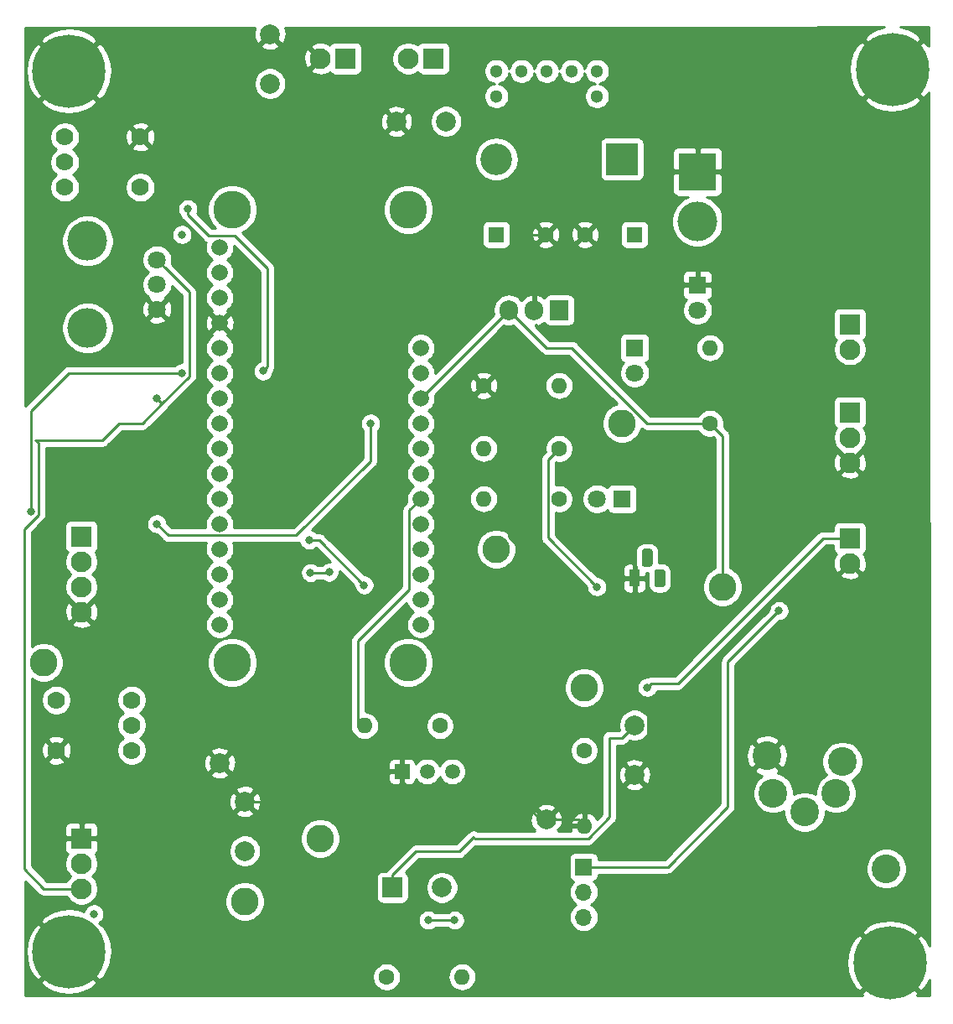
<source format=gbr>
G04 #@! TF.GenerationSoftware,KiCad,Pcbnew,(5.1.4)-1*
G04 #@! TF.CreationDate,2020-05-29T18:00:16-04:00*
G04 #@! TF.ProjectId,CameraTriggerSensorNodeOnly,43616d65-7261-4547-9269-676765725365,rev?*
G04 #@! TF.SameCoordinates,Original*
G04 #@! TF.FileFunction,Copper,L2,Bot*
G04 #@! TF.FilePolarity,Positive*
%FSLAX46Y46*%
G04 Gerber Fmt 4.6, Leading zero omitted, Abs format (unit mm)*
G04 Created by KiCad (PCBNEW (5.1.4)-1) date 2020-05-29 18:00:16*
%MOMM*%
%LPD*%
G04 APERTURE LIST*
%ADD10C,2.900000*%
%ADD11O,1.700000X1.700000*%
%ADD12R,1.700000X1.700000*%
%ADD13C,4.000000*%
%ADD14C,1.800000*%
%ADD15C,2.100000*%
%ADD16R,2.100000X2.100000*%
%ADD17O,1.905000X2.000000*%
%ADD18R,1.905000X2.000000*%
%ADD19C,2.800000*%
%ADD20C,2.000000*%
%ADD21C,1.778000*%
%ADD22C,1.300000*%
%ADD23O,1.600000X1.600000*%
%ADD24C,1.600000*%
%ADD25R,3.800000X3.800000*%
%ADD26C,7.400000*%
%ADD27R,1.800000X1.800000*%
%ADD28O,3.200000X3.200000*%
%ADD29R,3.200000X3.200000*%
%ADD30R,1.600000X1.600000*%
%ADD31R,2.000000X2.000000*%
%ADD32C,1.665000*%
%ADD33C,3.810000*%
%ADD34C,0.100000*%
%ADD35C,1.100000*%
%ADD36R,1.100000X1.800000*%
%ADD37C,1.500000*%
%ADD38R,1.500000X1.500000*%
%ADD39C,0.800000*%
%ADD40C,0.250000*%
%ADD41C,0.254000*%
G04 APERTURE END LIST*
D10*
X164490400Y-112903000D03*
X161315400Y-110998000D03*
X160680400Y-107188000D03*
X172745400Y-118618000D03*
X168300400Y-107823000D03*
X167665400Y-110998000D03*
D11*
X142163800Y-123520200D03*
X142163800Y-120980200D03*
D12*
X142163800Y-118440200D03*
D13*
X92060000Y-55250000D03*
X92060000Y-64050000D03*
D14*
X99060000Y-57150000D03*
X99060000Y-59650000D03*
X99060000Y-62150000D03*
D15*
X91440000Y-92710000D03*
X91440000Y-90170000D03*
X91440000Y-87630000D03*
D16*
X91440000Y-85090000D03*
D17*
X134620000Y-62230000D03*
X137160000Y-62230000D03*
D18*
X139700000Y-62230000D03*
D19*
X87630000Y-97790000D03*
X146050000Y-73660000D03*
X133350000Y-86360000D03*
X107950000Y-121920000D03*
X156210000Y-90170000D03*
X142240000Y-100330000D03*
X115570000Y-115570000D03*
D20*
X138404600Y-113665000D03*
D21*
X96520000Y-106680000D03*
X96520000Y-104140000D03*
X96520000Y-101600000D03*
X88900000Y-101600000D03*
X88900000Y-106680000D03*
D22*
X140970000Y-38100000D03*
X138430000Y-38100000D03*
X135890000Y-38100000D03*
X143510000Y-38100000D03*
X133350000Y-38100000D03*
X143510000Y-40640000D03*
X133350000Y-40640000D03*
D23*
X142240000Y-114300000D03*
D24*
X142240000Y-106680000D03*
D23*
X139700000Y-69850000D03*
D24*
X132080000Y-69850000D03*
D23*
X154940000Y-66040000D03*
D24*
X154940000Y-73660000D03*
D23*
X132080000Y-76200000D03*
D24*
X139700000Y-76200000D03*
D23*
X132080000Y-81280000D03*
D24*
X139700000Y-81280000D03*
D15*
X124460000Y-36830000D03*
D16*
X127000000Y-36830000D03*
D15*
X115570000Y-36830000D03*
D16*
X118110000Y-36830000D03*
D15*
X169062400Y-77622400D03*
X169062400Y-75082400D03*
D16*
X169062400Y-72542400D03*
D15*
X169062400Y-66192400D03*
D16*
X169062400Y-63652400D03*
D15*
X91440000Y-120650000D03*
X91440000Y-118110000D03*
D16*
X91440000Y-115570000D03*
D15*
X169062400Y-87782400D03*
D16*
X169062400Y-85242400D03*
D13*
X153670000Y-53260000D03*
D25*
X153670000Y-48260000D03*
D26*
X90170000Y-127000000D03*
X173355000Y-37922200D03*
X90170000Y-38100000D03*
X173101000Y-128143000D03*
D20*
X105410000Y-107950000D03*
D14*
X153670000Y-62230000D03*
D27*
X153670000Y-59690000D03*
D28*
X133350000Y-46990000D03*
D29*
X146050000Y-46990000D03*
D14*
X147320000Y-68580000D03*
D27*
X147320000Y-66040000D03*
D14*
X143510000Y-81280000D03*
D27*
X146050000Y-81280000D03*
D20*
X110490000Y-34370000D03*
X110490000Y-39370000D03*
X107950000Y-111840000D03*
X107950000Y-116840000D03*
X147320000Y-109140000D03*
X147320000Y-104140000D03*
X123270000Y-43180000D03*
X128270000Y-43180000D03*
D24*
X138350000Y-54610000D03*
D30*
X133350000Y-54610000D03*
D24*
X142320000Y-54610000D03*
D30*
X147320000Y-54610000D03*
D20*
X127859800Y-120523000D03*
D31*
X122859800Y-120523000D03*
D32*
X125730000Y-66040000D03*
X125730000Y-68580000D03*
X125730000Y-71120000D03*
X125730000Y-73660000D03*
X125730000Y-76200000D03*
X125730000Y-78740000D03*
X125730000Y-81280000D03*
X125730000Y-83820000D03*
X125730000Y-86360000D03*
X125730000Y-88900000D03*
X125730000Y-91440000D03*
X125730000Y-93980000D03*
X105410000Y-93980000D03*
X105410000Y-91440000D03*
X105410000Y-88900000D03*
X105410000Y-86360000D03*
X105410000Y-83820000D03*
X105410000Y-81280000D03*
X105410000Y-78740000D03*
X105410000Y-76200000D03*
X105410000Y-73660000D03*
X105410000Y-71120000D03*
X105410000Y-68580000D03*
X105410000Y-66040000D03*
X105410000Y-63500000D03*
X105410000Y-60960000D03*
X105410000Y-58420000D03*
X105410000Y-55880000D03*
D33*
X106680000Y-52070000D03*
X124460000Y-52070000D03*
X106680000Y-97790000D03*
X124460000Y-97790000D03*
D34*
G36*
X148891955Y-86331324D02*
G01*
X148918650Y-86335284D01*
X148944828Y-86341841D01*
X148970238Y-86350933D01*
X148994634Y-86362472D01*
X149017782Y-86376346D01*
X149039458Y-86392422D01*
X149059454Y-86410546D01*
X149077578Y-86430542D01*
X149093654Y-86452218D01*
X149107528Y-86475366D01*
X149119067Y-86499762D01*
X149128159Y-86525172D01*
X149134716Y-86551350D01*
X149138676Y-86578045D01*
X149140000Y-86605000D01*
X149140000Y-87855000D01*
X149138676Y-87881955D01*
X149134716Y-87908650D01*
X149128159Y-87934828D01*
X149119067Y-87960238D01*
X149107528Y-87984634D01*
X149093654Y-88007782D01*
X149077578Y-88029458D01*
X149059454Y-88049454D01*
X149039458Y-88067578D01*
X149017782Y-88083654D01*
X148994634Y-88097528D01*
X148970238Y-88109067D01*
X148944828Y-88118159D01*
X148918650Y-88124716D01*
X148891955Y-88128676D01*
X148865000Y-88130000D01*
X148315000Y-88130000D01*
X148288045Y-88128676D01*
X148261350Y-88124716D01*
X148235172Y-88118159D01*
X148209762Y-88109067D01*
X148185366Y-88097528D01*
X148162218Y-88083654D01*
X148140542Y-88067578D01*
X148120546Y-88049454D01*
X148102422Y-88029458D01*
X148086346Y-88007782D01*
X148072472Y-87984634D01*
X148060933Y-87960238D01*
X148051841Y-87934828D01*
X148045284Y-87908650D01*
X148041324Y-87881955D01*
X148040000Y-87855000D01*
X148040000Y-86605000D01*
X148041324Y-86578045D01*
X148045284Y-86551350D01*
X148051841Y-86525172D01*
X148060933Y-86499762D01*
X148072472Y-86475366D01*
X148086346Y-86452218D01*
X148102422Y-86430542D01*
X148120546Y-86410546D01*
X148140542Y-86392422D01*
X148162218Y-86376346D01*
X148185366Y-86362472D01*
X148209762Y-86350933D01*
X148235172Y-86341841D01*
X148261350Y-86335284D01*
X148288045Y-86331324D01*
X148315000Y-86330000D01*
X148865000Y-86330000D01*
X148891955Y-86331324D01*
X148891955Y-86331324D01*
G37*
D35*
X148590000Y-87230000D03*
D34*
G36*
X150161955Y-88401324D02*
G01*
X150188650Y-88405284D01*
X150214828Y-88411841D01*
X150240238Y-88420933D01*
X150264634Y-88432472D01*
X150287782Y-88446346D01*
X150309458Y-88462422D01*
X150329454Y-88480546D01*
X150347578Y-88500542D01*
X150363654Y-88522218D01*
X150377528Y-88545366D01*
X150389067Y-88569762D01*
X150398159Y-88595172D01*
X150404716Y-88621350D01*
X150408676Y-88648045D01*
X150410000Y-88675000D01*
X150410000Y-89925000D01*
X150408676Y-89951955D01*
X150404716Y-89978650D01*
X150398159Y-90004828D01*
X150389067Y-90030238D01*
X150377528Y-90054634D01*
X150363654Y-90077782D01*
X150347578Y-90099458D01*
X150329454Y-90119454D01*
X150309458Y-90137578D01*
X150287782Y-90153654D01*
X150264634Y-90167528D01*
X150240238Y-90179067D01*
X150214828Y-90188159D01*
X150188650Y-90194716D01*
X150161955Y-90198676D01*
X150135000Y-90200000D01*
X149585000Y-90200000D01*
X149558045Y-90198676D01*
X149531350Y-90194716D01*
X149505172Y-90188159D01*
X149479762Y-90179067D01*
X149455366Y-90167528D01*
X149432218Y-90153654D01*
X149410542Y-90137578D01*
X149390546Y-90119454D01*
X149372422Y-90099458D01*
X149356346Y-90077782D01*
X149342472Y-90054634D01*
X149330933Y-90030238D01*
X149321841Y-90004828D01*
X149315284Y-89978650D01*
X149311324Y-89951955D01*
X149310000Y-89925000D01*
X149310000Y-88675000D01*
X149311324Y-88648045D01*
X149315284Y-88621350D01*
X149321841Y-88595172D01*
X149330933Y-88569762D01*
X149342472Y-88545366D01*
X149356346Y-88522218D01*
X149372422Y-88500542D01*
X149390546Y-88480546D01*
X149410542Y-88462422D01*
X149432218Y-88446346D01*
X149455366Y-88432472D01*
X149479762Y-88420933D01*
X149505172Y-88411841D01*
X149531350Y-88405284D01*
X149558045Y-88401324D01*
X149585000Y-88400000D01*
X150135000Y-88400000D01*
X150161955Y-88401324D01*
X150161955Y-88401324D01*
G37*
D35*
X149860000Y-89300000D03*
D36*
X147320000Y-89300000D03*
D37*
X126365000Y-108813600D03*
X128905000Y-108813600D03*
D38*
X123825000Y-108813600D03*
D24*
X127660400Y-104190800D03*
D23*
X120040400Y-104190800D03*
X129895600Y-129540000D03*
D24*
X122275600Y-129540000D03*
D21*
X97383600Y-44754800D03*
X97383600Y-49834800D03*
X89763600Y-49834800D03*
X89763600Y-47294800D03*
X89763600Y-44754800D03*
D39*
X96520000Y-67310000D03*
X99060000Y-67310000D03*
X138430000Y-88900000D03*
X134620000Y-69850000D03*
X120650000Y-73660000D03*
X99060000Y-83820000D03*
X99060000Y-71120000D03*
X92710000Y-123190000D03*
X101600000Y-54610000D03*
X126466600Y-123825000D03*
X129133600Y-123825000D03*
X161899600Y-92583000D03*
X101600000Y-68580000D03*
X86360000Y-82550000D03*
X148590000Y-100330000D03*
X143510000Y-90170000D03*
X116459000Y-88696800D03*
X114579400Y-88747600D03*
X114452400Y-85445600D03*
X120000000Y-90000000D03*
X102184200Y-52019200D03*
X109778800Y-68376800D03*
D40*
X148645001Y-107814999D02*
X148645001Y-102925001D01*
X147320000Y-101600000D02*
X147320000Y-88900000D01*
X148645001Y-102925001D02*
X147320000Y-101600000D01*
X147400000Y-59690000D02*
X153670000Y-59690000D01*
X142320000Y-54610000D02*
X147400000Y-59690000D01*
X138350000Y-54610000D02*
X135890000Y-54610000D01*
X124269999Y-44179999D02*
X123270000Y-43180000D01*
X125459999Y-44179999D02*
X124269999Y-44179999D01*
X135890000Y-54610000D02*
X125459999Y-44179999D01*
X134620000Y-85090000D02*
X138430000Y-88900000D01*
X134620000Y-69850000D02*
X134620000Y-85090000D01*
X96520000Y-67310000D02*
X99060000Y-67310000D01*
X155820000Y-48260000D02*
X153670000Y-48260000D01*
X156210000Y-48650000D02*
X155820000Y-48260000D01*
X156210000Y-59690000D02*
X156210000Y-48650000D01*
X153670000Y-59690000D02*
X156210000Y-59690000D01*
X120392200Y-111840000D02*
X120570000Y-111840000D01*
X107950000Y-111840000D02*
X120392200Y-111840000D01*
X123825000Y-109813600D02*
X123825000Y-108813600D01*
X121798600Y-111840000D02*
X123825000Y-109813600D01*
X120392200Y-111840000D02*
X121798600Y-111840000D01*
X123825000Y-109813600D02*
X126406400Y-112395000D01*
X126406400Y-112395000D02*
X136499600Y-112395000D01*
X136499600Y-112395000D02*
X137617200Y-113512600D01*
X141605000Y-113665000D02*
X142240000Y-114300000D01*
X138404600Y-113665000D02*
X141605000Y-113665000D01*
X124572499Y-82437501D02*
X124572499Y-90427501D01*
X125730000Y-81280000D02*
X124572499Y-82437501D01*
X119380000Y-95620000D02*
X119380000Y-104140000D01*
X124572499Y-90427501D02*
X119380000Y-95620000D01*
X154940000Y-73660000D02*
X148590000Y-73660000D01*
X148590000Y-73660000D02*
X140970000Y-66040000D01*
X134620000Y-62277500D02*
X134620000Y-62230000D01*
X138382500Y-66040000D02*
X134620000Y-62277500D01*
X140970000Y-66040000D02*
X138382500Y-66040000D01*
X134620000Y-62230000D02*
X125730000Y-71120000D01*
X100217501Y-84977501D02*
X113142499Y-84977501D01*
X99060000Y-83820000D02*
X100217501Y-84977501D01*
X120650000Y-77470000D02*
X120650000Y-73660000D01*
X113142499Y-84977501D02*
X120650000Y-77470000D01*
X156210000Y-74930000D02*
X154940000Y-73660000D01*
X156210000Y-90170000D02*
X156210000Y-74930000D01*
X87085001Y-75655001D02*
X86810010Y-75380010D01*
X87085001Y-82898001D02*
X87085001Y-75655001D01*
X85634999Y-84348003D02*
X87085001Y-82898001D01*
X86810010Y-75380010D02*
X93529990Y-75380010D01*
X93529990Y-75380010D02*
X95250000Y-73660000D01*
X99959999Y-58049999D02*
X99060000Y-57150000D01*
X102325001Y-60415001D02*
X99959999Y-58049999D01*
X102325001Y-68928001D02*
X102325001Y-60415001D01*
X95250000Y-73660000D02*
X97593002Y-73660000D01*
X99060000Y-71120000D02*
X99596501Y-71656501D01*
X97593002Y-73660000D02*
X99596501Y-71656501D01*
X99596501Y-71656501D02*
X102325001Y-68928001D01*
X87630000Y-120650000D02*
X85634999Y-118654999D01*
X91440000Y-120650000D02*
X87630000Y-120650000D01*
X85634999Y-118654999D02*
X85634999Y-84348003D01*
X122859800Y-119273000D02*
X122859800Y-120523000D01*
X125242000Y-116890800D02*
X122859800Y-119273000D01*
X129590800Y-116890800D02*
X125242000Y-116890800D01*
X131038600Y-115443000D02*
X129590800Y-116890800D01*
X146050000Y-105410000D02*
X144780000Y-105410000D01*
X147320000Y-104140000D02*
X146050000Y-105410000D01*
X144780000Y-105410000D02*
X144780000Y-113425002D01*
X142635002Y-115570000D02*
X131165600Y-115570000D01*
X144780000Y-113425002D02*
X142635002Y-115570000D01*
X131165600Y-115570000D02*
X131038600Y-115443000D01*
X126466600Y-123825000D02*
X129133600Y-123825000D01*
X142163800Y-118440200D02*
X150672800Y-118440200D01*
X150672800Y-118440200D02*
X156743400Y-112369600D01*
X156743400Y-97739200D02*
X161899600Y-92583000D01*
X156743400Y-112369600D02*
X156743400Y-97739200D01*
X101600000Y-68580000D02*
X90170000Y-68580000D01*
X86360000Y-72390000D02*
X86360000Y-82550000D01*
X90170000Y-68580000D02*
X86360000Y-72390000D01*
X138574999Y-77325001D02*
X138574999Y-85234999D01*
X139700000Y-76200000D02*
X138574999Y-77325001D01*
X138574999Y-85234999D02*
X143510000Y-90170000D01*
X166370000Y-85242400D02*
X169062400Y-85242400D01*
X151682399Y-99930001D02*
X166370000Y-85242400D01*
X148590000Y-100330000D02*
X148989999Y-99930001D01*
X148989999Y-99930001D02*
X151682399Y-99930001D01*
X116408200Y-88747600D02*
X116459000Y-88696800D01*
X114579400Y-88747600D02*
X116408200Y-88747600D01*
X115445600Y-85445600D02*
X120000000Y-90000000D01*
X114452400Y-85445600D02*
X115445600Y-85445600D01*
X104321814Y-54722499D02*
X106944899Y-54722499D01*
X102184200Y-52019200D02*
X102184200Y-52584885D01*
X102184200Y-52584885D02*
X104321814Y-54722499D01*
X106944899Y-54722499D02*
X110236000Y-58013600D01*
X110236000Y-67919600D02*
X109778800Y-68376800D01*
X110236000Y-58013600D02*
X110236000Y-67919600D01*
D41*
G36*
X177040854Y-35615031D02*
G01*
X177001141Y-35538892D01*
X176952208Y-35465656D01*
X176411330Y-35045475D01*
X173534605Y-37922200D01*
X176411330Y-40798925D01*
X176952208Y-40378744D01*
X177044386Y-40210407D01*
X177110678Y-126456682D01*
X176747141Y-125759692D01*
X176698208Y-125686456D01*
X176157330Y-125266275D01*
X173280605Y-128143000D01*
X176157330Y-131019725D01*
X176698208Y-130599544D01*
X177108336Y-129850562D01*
X177113275Y-129834854D01*
X177114474Y-131395000D01*
X175825719Y-131395000D01*
X175977725Y-131199330D01*
X173101000Y-128322605D01*
X170224275Y-131199330D01*
X170376281Y-131395000D01*
X85775000Y-131395000D01*
X85775000Y-130056330D01*
X87293275Y-130056330D01*
X87713456Y-130597208D01*
X88462438Y-131007336D01*
X89277042Y-131263465D01*
X90125960Y-131355751D01*
X90976571Y-131280648D01*
X91796186Y-131041042D01*
X92553308Y-130646141D01*
X92626544Y-130597208D01*
X93046725Y-130056330D01*
X90170000Y-127179605D01*
X87293275Y-130056330D01*
X85775000Y-130056330D01*
X85775000Y-126955960D01*
X85814249Y-126955960D01*
X85889352Y-127806571D01*
X86128958Y-128626186D01*
X86523859Y-129383308D01*
X86572792Y-129456544D01*
X87113670Y-129876725D01*
X89990395Y-127000000D01*
X87113670Y-124123275D01*
X86572792Y-124543456D01*
X86162664Y-125292438D01*
X85906535Y-126107042D01*
X85814249Y-126955960D01*
X85775000Y-126955960D01*
X85775000Y-123943670D01*
X87293275Y-123943670D01*
X90170000Y-126820395D01*
X90184143Y-126806253D01*
X90363748Y-126985858D01*
X90349605Y-127000000D01*
X93226330Y-129876725D01*
X93767208Y-129456544D01*
X93798901Y-129398665D01*
X120840600Y-129398665D01*
X120840600Y-129681335D01*
X120895747Y-129958574D01*
X121003920Y-130219727D01*
X121160963Y-130454759D01*
X121360841Y-130654637D01*
X121595873Y-130811680D01*
X121857026Y-130919853D01*
X122134265Y-130975000D01*
X122416935Y-130975000D01*
X122694174Y-130919853D01*
X122955327Y-130811680D01*
X123190359Y-130654637D01*
X123390237Y-130454759D01*
X123547280Y-130219727D01*
X123655453Y-129958574D01*
X123710600Y-129681335D01*
X123710600Y-129540000D01*
X128453657Y-129540000D01*
X128481364Y-129821309D01*
X128563418Y-130091808D01*
X128696668Y-130341101D01*
X128875992Y-130559608D01*
X129094499Y-130738932D01*
X129343792Y-130872182D01*
X129614291Y-130954236D01*
X129825108Y-130975000D01*
X129966092Y-130975000D01*
X130176909Y-130954236D01*
X130447408Y-130872182D01*
X130696701Y-130738932D01*
X130915208Y-130559608D01*
X131094532Y-130341101D01*
X131227782Y-130091808D01*
X131309836Y-129821309D01*
X131337543Y-129540000D01*
X131309836Y-129258691D01*
X131227782Y-128988192D01*
X131094532Y-128738899D01*
X130915208Y-128520392D01*
X130696701Y-128341068D01*
X130447408Y-128207818D01*
X130176909Y-128125764D01*
X129966092Y-128105000D01*
X129825108Y-128105000D01*
X129614291Y-128125764D01*
X129343792Y-128207818D01*
X129094499Y-128341068D01*
X128875992Y-128520392D01*
X128696668Y-128738899D01*
X128563418Y-128988192D01*
X128481364Y-129258691D01*
X128453657Y-129540000D01*
X123710600Y-129540000D01*
X123710600Y-129398665D01*
X123655453Y-129121426D01*
X123547280Y-128860273D01*
X123390237Y-128625241D01*
X123190359Y-128425363D01*
X122955327Y-128268320D01*
X122694174Y-128160147D01*
X122416935Y-128105000D01*
X122134265Y-128105000D01*
X121857026Y-128160147D01*
X121595873Y-128268320D01*
X121360841Y-128425363D01*
X121160963Y-128625241D01*
X121003920Y-128860273D01*
X120895747Y-129121426D01*
X120840600Y-129398665D01*
X93798901Y-129398665D01*
X94177336Y-128707562D01*
X94368693Y-128098960D01*
X168745249Y-128098960D01*
X168820352Y-128949571D01*
X169059958Y-129769186D01*
X169454859Y-130526308D01*
X169503792Y-130599544D01*
X170044670Y-131019725D01*
X172921395Y-128143000D01*
X170044670Y-125266275D01*
X169503792Y-125686456D01*
X169093664Y-126435438D01*
X168837535Y-127250042D01*
X168745249Y-128098960D01*
X94368693Y-128098960D01*
X94433465Y-127892958D01*
X94525751Y-127044040D01*
X94450648Y-126193429D01*
X94211042Y-125373814D01*
X94061273Y-125086670D01*
X170224275Y-125086670D01*
X173101000Y-127963395D01*
X175977725Y-125086670D01*
X175557544Y-124545792D01*
X174808562Y-124135664D01*
X173993958Y-123879535D01*
X173145040Y-123787249D01*
X172294429Y-123862352D01*
X171474814Y-124101958D01*
X170717692Y-124496859D01*
X170644456Y-124545792D01*
X170224275Y-125086670D01*
X94061273Y-125086670D01*
X93816141Y-124616692D01*
X93767208Y-124543456D01*
X93226332Y-124123276D01*
X93327272Y-124022336D01*
X93369774Y-123993937D01*
X93513937Y-123849774D01*
X93627205Y-123680256D01*
X93705226Y-123491898D01*
X93745000Y-123291939D01*
X93745000Y-123088061D01*
X93705226Y-122888102D01*
X93627205Y-122699744D01*
X93513937Y-122530226D01*
X93369774Y-122386063D01*
X93200256Y-122272795D01*
X93011898Y-122194774D01*
X92811939Y-122155000D01*
X92608061Y-122155000D01*
X92408102Y-122194774D01*
X92219744Y-122272795D01*
X92050226Y-122386063D01*
X91906063Y-122530226D01*
X91792795Y-122699744D01*
X91714774Y-122888102D01*
X91704781Y-122938338D01*
X91062958Y-122736535D01*
X90214040Y-122644249D01*
X89363429Y-122719352D01*
X88543814Y-122958958D01*
X87786692Y-123353859D01*
X87713456Y-123402792D01*
X87293275Y-123943670D01*
X85775000Y-123943670D01*
X85775000Y-119869802D01*
X87066205Y-121161008D01*
X87089999Y-121190001D01*
X87118992Y-121213795D01*
X87118996Y-121213799D01*
X87136966Y-121228546D01*
X87205724Y-121284974D01*
X87337753Y-121355546D01*
X87481014Y-121399003D01*
X87592667Y-121410000D01*
X87592676Y-121410000D01*
X87629999Y-121413676D01*
X87667322Y-121410000D01*
X89930971Y-121410000D01*
X89946772Y-121448147D01*
X90131175Y-121724125D01*
X90365875Y-121958825D01*
X90641853Y-122143228D01*
X90948504Y-122270246D01*
X91274042Y-122335000D01*
X91605958Y-122335000D01*
X91931496Y-122270246D01*
X92238147Y-122143228D01*
X92514125Y-121958825D01*
X92748825Y-121724125D01*
X92751868Y-121719570D01*
X105915000Y-121719570D01*
X105915000Y-122120430D01*
X105993204Y-122513587D01*
X106146607Y-122883934D01*
X106369313Y-123217237D01*
X106652763Y-123500687D01*
X106986066Y-123723393D01*
X107356413Y-123876796D01*
X107749570Y-123955000D01*
X108150430Y-123955000D01*
X108543587Y-123876796D01*
X108913934Y-123723393D01*
X108914430Y-123723061D01*
X125431600Y-123723061D01*
X125431600Y-123926939D01*
X125471374Y-124126898D01*
X125549395Y-124315256D01*
X125662663Y-124484774D01*
X125806826Y-124628937D01*
X125976344Y-124742205D01*
X126164702Y-124820226D01*
X126364661Y-124860000D01*
X126568539Y-124860000D01*
X126768498Y-124820226D01*
X126956856Y-124742205D01*
X127126374Y-124628937D01*
X127170311Y-124585000D01*
X128429889Y-124585000D01*
X128473826Y-124628937D01*
X128643344Y-124742205D01*
X128831702Y-124820226D01*
X129031661Y-124860000D01*
X129235539Y-124860000D01*
X129435498Y-124820226D01*
X129623856Y-124742205D01*
X129793374Y-124628937D01*
X129937537Y-124484774D01*
X130050805Y-124315256D01*
X130128826Y-124126898D01*
X130168600Y-123926939D01*
X130168600Y-123723061D01*
X130128826Y-123523102D01*
X130050805Y-123334744D01*
X129937537Y-123165226D01*
X129793374Y-123021063D01*
X129623856Y-122907795D01*
X129435498Y-122829774D01*
X129235539Y-122790000D01*
X129031661Y-122790000D01*
X128831702Y-122829774D01*
X128643344Y-122907795D01*
X128473826Y-123021063D01*
X128429889Y-123065000D01*
X127170311Y-123065000D01*
X127126374Y-123021063D01*
X126956856Y-122907795D01*
X126768498Y-122829774D01*
X126568539Y-122790000D01*
X126364661Y-122790000D01*
X126164702Y-122829774D01*
X125976344Y-122907795D01*
X125806826Y-123021063D01*
X125662663Y-123165226D01*
X125549395Y-123334744D01*
X125471374Y-123523102D01*
X125431600Y-123723061D01*
X108914430Y-123723061D01*
X109247237Y-123500687D01*
X109530687Y-123217237D01*
X109753393Y-122883934D01*
X109906796Y-122513587D01*
X109985000Y-122120430D01*
X109985000Y-121719570D01*
X109906796Y-121326413D01*
X109753393Y-120956066D01*
X109530687Y-120622763D01*
X109247237Y-120339313D01*
X108913934Y-120116607D01*
X108543587Y-119963204D01*
X108150430Y-119885000D01*
X107749570Y-119885000D01*
X107356413Y-119963204D01*
X106986066Y-120116607D01*
X106652763Y-120339313D01*
X106369313Y-120622763D01*
X106146607Y-120956066D01*
X105993204Y-121326413D01*
X105915000Y-121719570D01*
X92751868Y-121719570D01*
X92933228Y-121448147D01*
X93060246Y-121141496D01*
X93125000Y-120815958D01*
X93125000Y-120484042D01*
X93060246Y-120158504D01*
X92933228Y-119851853D01*
X92748825Y-119575875D01*
X92695950Y-119523000D01*
X121221728Y-119523000D01*
X121221728Y-121523000D01*
X121233988Y-121647482D01*
X121270298Y-121767180D01*
X121329263Y-121877494D01*
X121408615Y-121974185D01*
X121505306Y-122053537D01*
X121615620Y-122112502D01*
X121735318Y-122148812D01*
X121859800Y-122161072D01*
X123859800Y-122161072D01*
X123984282Y-122148812D01*
X124103980Y-122112502D01*
X124214294Y-122053537D01*
X124310985Y-121974185D01*
X124390337Y-121877494D01*
X124449302Y-121767180D01*
X124485612Y-121647482D01*
X124497872Y-121523000D01*
X124497872Y-120361967D01*
X126224800Y-120361967D01*
X126224800Y-120684033D01*
X126287632Y-120999912D01*
X126410882Y-121297463D01*
X126589813Y-121565252D01*
X126817548Y-121792987D01*
X127085337Y-121971918D01*
X127382888Y-122095168D01*
X127698767Y-122158000D01*
X128020833Y-122158000D01*
X128336712Y-122095168D01*
X128634263Y-121971918D01*
X128902052Y-121792987D01*
X129129787Y-121565252D01*
X129308718Y-121297463D01*
X129431968Y-120999912D01*
X129435888Y-120980200D01*
X140671615Y-120980200D01*
X140700287Y-121271311D01*
X140785201Y-121551234D01*
X140923094Y-121809214D01*
X141108666Y-122035334D01*
X141334786Y-122220906D01*
X141389591Y-122250200D01*
X141334786Y-122279494D01*
X141108666Y-122465066D01*
X140923094Y-122691186D01*
X140785201Y-122949166D01*
X140700287Y-123229089D01*
X140671615Y-123520200D01*
X140700287Y-123811311D01*
X140785201Y-124091234D01*
X140923094Y-124349214D01*
X141108666Y-124575334D01*
X141334786Y-124760906D01*
X141592766Y-124898799D01*
X141872689Y-124983713D01*
X142090850Y-125005200D01*
X142236750Y-125005200D01*
X142454911Y-124983713D01*
X142734834Y-124898799D01*
X142992814Y-124760906D01*
X143218934Y-124575334D01*
X143404506Y-124349214D01*
X143542399Y-124091234D01*
X143627313Y-123811311D01*
X143655985Y-123520200D01*
X143627313Y-123229089D01*
X143542399Y-122949166D01*
X143404506Y-122691186D01*
X143218934Y-122465066D01*
X142992814Y-122279494D01*
X142938009Y-122250200D01*
X142992814Y-122220906D01*
X143218934Y-122035334D01*
X143404506Y-121809214D01*
X143542399Y-121551234D01*
X143627313Y-121271311D01*
X143655985Y-120980200D01*
X143627313Y-120689089D01*
X143542399Y-120409166D01*
X143404506Y-120151186D01*
X143218934Y-119925066D01*
X143189113Y-119900593D01*
X143257980Y-119879702D01*
X143368294Y-119820737D01*
X143464985Y-119741385D01*
X143544337Y-119644694D01*
X143603302Y-119534380D01*
X143639612Y-119414682D01*
X143651872Y-119290200D01*
X143651872Y-119200200D01*
X150635478Y-119200200D01*
X150672800Y-119203876D01*
X150710122Y-119200200D01*
X150710133Y-119200200D01*
X150821786Y-119189203D01*
X150965047Y-119145746D01*
X151097076Y-119075174D01*
X151212801Y-118980201D01*
X151236604Y-118951197D01*
X151775156Y-118412645D01*
X170660400Y-118412645D01*
X170660400Y-118823355D01*
X170740526Y-119226172D01*
X170897697Y-119605618D01*
X171125875Y-119947110D01*
X171416290Y-120237525D01*
X171757782Y-120465703D01*
X172137228Y-120622874D01*
X172540045Y-120703000D01*
X172950755Y-120703000D01*
X173353572Y-120622874D01*
X173733018Y-120465703D01*
X174074510Y-120237525D01*
X174364925Y-119947110D01*
X174593103Y-119605618D01*
X174750274Y-119226172D01*
X174830400Y-118823355D01*
X174830400Y-118412645D01*
X174750274Y-118009828D01*
X174593103Y-117630382D01*
X174364925Y-117288890D01*
X174074510Y-116998475D01*
X173733018Y-116770297D01*
X173353572Y-116613126D01*
X172950755Y-116533000D01*
X172540045Y-116533000D01*
X172137228Y-116613126D01*
X171757782Y-116770297D01*
X171416290Y-116998475D01*
X171125875Y-117288890D01*
X170897697Y-117630382D01*
X170740526Y-118009828D01*
X170660400Y-118412645D01*
X151775156Y-118412645D01*
X157254404Y-112933398D01*
X157283401Y-112909601D01*
X157378374Y-112793876D01*
X157448946Y-112661847D01*
X157492403Y-112518586D01*
X157503400Y-112406933D01*
X157503400Y-112406923D01*
X157507076Y-112369600D01*
X157503400Y-112332277D01*
X157503400Y-110792645D01*
X159230400Y-110792645D01*
X159230400Y-111203355D01*
X159310526Y-111606172D01*
X159467697Y-111985618D01*
X159695875Y-112327110D01*
X159986290Y-112617525D01*
X160327782Y-112845703D01*
X160707228Y-113002874D01*
X161110045Y-113083000D01*
X161520755Y-113083000D01*
X161923572Y-113002874D01*
X162303018Y-112845703D01*
X162405400Y-112777293D01*
X162405400Y-113108355D01*
X162485526Y-113511172D01*
X162642697Y-113890618D01*
X162870875Y-114232110D01*
X163161290Y-114522525D01*
X163502782Y-114750703D01*
X163882228Y-114907874D01*
X164285045Y-114988000D01*
X164695755Y-114988000D01*
X165098572Y-114907874D01*
X165478018Y-114750703D01*
X165819510Y-114522525D01*
X166109925Y-114232110D01*
X166338103Y-113890618D01*
X166495274Y-113511172D01*
X166575400Y-113108355D01*
X166575400Y-112777293D01*
X166677782Y-112845703D01*
X167057228Y-113002874D01*
X167460045Y-113083000D01*
X167870755Y-113083000D01*
X168273572Y-113002874D01*
X168653018Y-112845703D01*
X168994510Y-112617525D01*
X169284925Y-112327110D01*
X169513103Y-111985618D01*
X169670274Y-111606172D01*
X169750400Y-111203355D01*
X169750400Y-110792645D01*
X169670274Y-110389828D01*
X169513103Y-110010382D01*
X169286544Y-109671313D01*
X169288018Y-109670703D01*
X169629510Y-109442525D01*
X169919925Y-109152110D01*
X170148103Y-108810618D01*
X170305274Y-108431172D01*
X170385400Y-108028355D01*
X170385400Y-107617645D01*
X170305274Y-107214828D01*
X170148103Y-106835382D01*
X169919925Y-106493890D01*
X169629510Y-106203475D01*
X169288018Y-105975297D01*
X168908572Y-105818126D01*
X168505755Y-105738000D01*
X168095045Y-105738000D01*
X167692228Y-105818126D01*
X167312782Y-105975297D01*
X166971290Y-106203475D01*
X166680875Y-106493890D01*
X166452697Y-106835382D01*
X166295526Y-107214828D01*
X166215400Y-107617645D01*
X166215400Y-108028355D01*
X166295526Y-108431172D01*
X166452697Y-108810618D01*
X166679256Y-109149687D01*
X166677782Y-109150297D01*
X166336290Y-109378475D01*
X166045875Y-109668890D01*
X165817697Y-110010382D01*
X165660526Y-110389828D01*
X165580400Y-110792645D01*
X165580400Y-111123707D01*
X165478018Y-111055297D01*
X165098572Y-110898126D01*
X164695755Y-110818000D01*
X164285045Y-110818000D01*
X163882228Y-110898126D01*
X163502782Y-111055297D01*
X163400400Y-111123707D01*
X163400400Y-110792645D01*
X163320274Y-110389828D01*
X163163103Y-110010382D01*
X162934925Y-109668890D01*
X162644510Y-109378475D01*
X162303018Y-109150297D01*
X161923572Y-108993126D01*
X161785833Y-108965728D01*
X161806852Y-108954493D01*
X161956847Y-108644052D01*
X160680400Y-107367605D01*
X159403953Y-108644052D01*
X159553948Y-108954493D01*
X159920219Y-109140311D01*
X160217916Y-109223707D01*
X159986290Y-109378475D01*
X159695875Y-109668890D01*
X159467697Y-110010382D01*
X159310526Y-110389828D01*
X159230400Y-110792645D01*
X157503400Y-110792645D01*
X157503400Y-107232801D01*
X158585791Y-107232801D01*
X158634779Y-107640577D01*
X158762379Y-108030962D01*
X158913907Y-108314452D01*
X159224348Y-108464447D01*
X160500795Y-107188000D01*
X160860005Y-107188000D01*
X162136452Y-108464447D01*
X162446893Y-108314452D01*
X162632711Y-107948181D01*
X162743501Y-107552697D01*
X162775009Y-107143199D01*
X162726021Y-106735423D01*
X162598421Y-106345038D01*
X162446893Y-106061548D01*
X162136452Y-105911553D01*
X160860005Y-107188000D01*
X160500795Y-107188000D01*
X159224348Y-105911553D01*
X158913907Y-106061548D01*
X158728089Y-106427819D01*
X158617299Y-106823303D01*
X158585791Y-107232801D01*
X157503400Y-107232801D01*
X157503400Y-105731948D01*
X159403953Y-105731948D01*
X160680400Y-107008395D01*
X161956847Y-105731948D01*
X161806852Y-105421507D01*
X161440581Y-105235689D01*
X161045097Y-105124899D01*
X160635599Y-105093391D01*
X160227823Y-105142379D01*
X159837438Y-105269979D01*
X159553948Y-105421507D01*
X159403953Y-105731948D01*
X157503400Y-105731948D01*
X157503400Y-98054001D01*
X161939402Y-93618000D01*
X162001539Y-93618000D01*
X162201498Y-93578226D01*
X162389856Y-93500205D01*
X162559374Y-93386937D01*
X162703537Y-93242774D01*
X162816805Y-93073256D01*
X162894826Y-92884898D01*
X162934600Y-92684939D01*
X162934600Y-92481061D01*
X162894826Y-92281102D01*
X162816805Y-92092744D01*
X162703537Y-91923226D01*
X162559374Y-91779063D01*
X162389856Y-91665795D01*
X162201498Y-91587774D01*
X162001539Y-91548000D01*
X161797661Y-91548000D01*
X161597702Y-91587774D01*
X161409344Y-91665795D01*
X161239826Y-91779063D01*
X161095663Y-91923226D01*
X160982395Y-92092744D01*
X160904374Y-92281102D01*
X160864600Y-92481061D01*
X160864600Y-92543198D01*
X156232398Y-97175401D01*
X156203400Y-97199199D01*
X156179602Y-97228197D01*
X156179601Y-97228198D01*
X156108426Y-97314924D01*
X156037854Y-97446954D01*
X156009681Y-97539832D01*
X155994594Y-97589570D01*
X155994398Y-97590215D01*
X155979724Y-97739200D01*
X155983401Y-97776532D01*
X155983400Y-112054798D01*
X150357999Y-117680200D01*
X143651872Y-117680200D01*
X143651872Y-117590200D01*
X143639612Y-117465718D01*
X143603302Y-117346020D01*
X143544337Y-117235706D01*
X143464985Y-117139015D01*
X143368294Y-117059663D01*
X143257980Y-117000698D01*
X143138282Y-116964388D01*
X143013800Y-116952128D01*
X141313800Y-116952128D01*
X141189318Y-116964388D01*
X141069620Y-117000698D01*
X140959306Y-117059663D01*
X140862615Y-117139015D01*
X140783263Y-117235706D01*
X140724298Y-117346020D01*
X140687988Y-117465718D01*
X140675728Y-117590200D01*
X140675728Y-119290200D01*
X140687988Y-119414682D01*
X140724298Y-119534380D01*
X140783263Y-119644694D01*
X140862615Y-119741385D01*
X140959306Y-119820737D01*
X141069620Y-119879702D01*
X141138487Y-119900593D01*
X141108666Y-119925066D01*
X140923094Y-120151186D01*
X140785201Y-120409166D01*
X140700287Y-120689089D01*
X140671615Y-120980200D01*
X129435888Y-120980200D01*
X129494800Y-120684033D01*
X129494800Y-120361967D01*
X129431968Y-120046088D01*
X129308718Y-119748537D01*
X129129787Y-119480748D01*
X128902052Y-119253013D01*
X128634263Y-119074082D01*
X128336712Y-118950832D01*
X128020833Y-118888000D01*
X127698767Y-118888000D01*
X127382888Y-118950832D01*
X127085337Y-119074082D01*
X126817548Y-119253013D01*
X126589813Y-119480748D01*
X126410882Y-119748537D01*
X126287632Y-120046088D01*
X126224800Y-120361967D01*
X124497872Y-120361967D01*
X124497872Y-119523000D01*
X124485612Y-119398518D01*
X124449302Y-119278820D01*
X124390337Y-119168506D01*
X124310985Y-119071815D01*
X124214758Y-118992844D01*
X125556802Y-117650800D01*
X129553478Y-117650800D01*
X129590800Y-117654476D01*
X129628122Y-117650800D01*
X129628133Y-117650800D01*
X129739786Y-117639803D01*
X129883047Y-117596346D01*
X130015076Y-117525774D01*
X130130801Y-117430801D01*
X130154603Y-117401798D01*
X131226402Y-116330000D01*
X142597680Y-116330000D01*
X142635002Y-116333676D01*
X142672324Y-116330000D01*
X142672335Y-116330000D01*
X142783988Y-116319003D01*
X142927249Y-116275546D01*
X143059278Y-116204974D01*
X143175003Y-116110001D01*
X143198806Y-116080997D01*
X145291003Y-113988801D01*
X145320001Y-113965003D01*
X145414974Y-113849278D01*
X145485546Y-113717249D01*
X145529003Y-113573988D01*
X145540000Y-113462335D01*
X145540000Y-113462326D01*
X145543676Y-113425003D01*
X145540000Y-113387680D01*
X145540000Y-110275413D01*
X146364192Y-110275413D01*
X146459956Y-110539814D01*
X146749571Y-110680704D01*
X147061108Y-110762384D01*
X147382595Y-110781718D01*
X147701675Y-110737961D01*
X148006088Y-110632795D01*
X148180044Y-110539814D01*
X148275808Y-110275413D01*
X147320000Y-109319605D01*
X146364192Y-110275413D01*
X145540000Y-110275413D01*
X145540000Y-109202595D01*
X145678282Y-109202595D01*
X145722039Y-109521675D01*
X145827205Y-109826088D01*
X145920186Y-110000044D01*
X146184587Y-110095808D01*
X147140395Y-109140000D01*
X147499605Y-109140000D01*
X148455413Y-110095808D01*
X148719814Y-110000044D01*
X148860704Y-109710429D01*
X148942384Y-109398892D01*
X148961718Y-109077405D01*
X148917961Y-108758325D01*
X148812795Y-108453912D01*
X148719814Y-108279956D01*
X148455413Y-108184192D01*
X147499605Y-109140000D01*
X147140395Y-109140000D01*
X146184587Y-108184192D01*
X145920186Y-108279956D01*
X145779296Y-108569571D01*
X145697616Y-108881108D01*
X145678282Y-109202595D01*
X145540000Y-109202595D01*
X145540000Y-108004587D01*
X146364192Y-108004587D01*
X147320000Y-108960395D01*
X148275808Y-108004587D01*
X148180044Y-107740186D01*
X147890429Y-107599296D01*
X147578892Y-107517616D01*
X147257405Y-107498282D01*
X146938325Y-107542039D01*
X146633912Y-107647205D01*
X146459956Y-107740186D01*
X146364192Y-108004587D01*
X145540000Y-108004587D01*
X145540000Y-106170000D01*
X146012678Y-106170000D01*
X146050000Y-106173676D01*
X146087322Y-106170000D01*
X146087333Y-106170000D01*
X146198986Y-106159003D01*
X146342247Y-106115546D01*
X146474276Y-106044974D01*
X146590001Y-105950001D01*
X146613804Y-105920997D01*
X146828624Y-105706177D01*
X146843088Y-105712168D01*
X147158967Y-105775000D01*
X147481033Y-105775000D01*
X147796912Y-105712168D01*
X148094463Y-105588918D01*
X148362252Y-105409987D01*
X148589987Y-105182252D01*
X148768918Y-104914463D01*
X148892168Y-104616912D01*
X148955000Y-104301033D01*
X148955000Y-103978967D01*
X148892168Y-103663088D01*
X148768918Y-103365537D01*
X148589987Y-103097748D01*
X148362252Y-102870013D01*
X148094463Y-102691082D01*
X147796912Y-102567832D01*
X147481033Y-102505000D01*
X147158967Y-102505000D01*
X146843088Y-102567832D01*
X146545537Y-102691082D01*
X146277748Y-102870013D01*
X146050013Y-103097748D01*
X145871082Y-103365537D01*
X145747832Y-103663088D01*
X145685000Y-103978967D01*
X145685000Y-104301033D01*
X145747832Y-104616912D01*
X145753823Y-104631376D01*
X145735199Y-104650000D01*
X144817333Y-104650000D01*
X144780000Y-104646323D01*
X144742667Y-104650000D01*
X144631014Y-104660997D01*
X144487753Y-104704454D01*
X144355724Y-104775026D01*
X144239999Y-104869999D01*
X144145026Y-104985724D01*
X144074454Y-105117753D01*
X144030997Y-105261014D01*
X144016323Y-105410000D01*
X144020000Y-105447333D01*
X144020001Y-113110199D01*
X143502209Y-113627991D01*
X143392385Y-113444869D01*
X143203414Y-113236481D01*
X142977420Y-113068963D01*
X142723087Y-112948754D01*
X142589039Y-112908096D01*
X142367000Y-113030085D01*
X142367000Y-114173000D01*
X142387000Y-114173000D01*
X142387000Y-114427000D01*
X142367000Y-114427000D01*
X142367000Y-114447000D01*
X142113000Y-114447000D01*
X142113000Y-114427000D01*
X140969376Y-114427000D01*
X140848091Y-114649040D01*
X140905730Y-114810000D01*
X139582158Y-114810000D01*
X139655683Y-114736475D01*
X139540015Y-114620807D01*
X139804414Y-114525044D01*
X139945304Y-114235429D01*
X140019887Y-113950960D01*
X140848091Y-113950960D01*
X140969376Y-114173000D01*
X142113000Y-114173000D01*
X142113000Y-113030085D01*
X141890961Y-112908096D01*
X141756913Y-112948754D01*
X141502580Y-113068963D01*
X141276586Y-113236481D01*
X141087615Y-113444869D01*
X140942930Y-113686119D01*
X140848091Y-113950960D01*
X140019887Y-113950960D01*
X140026984Y-113923892D01*
X140046318Y-113602405D01*
X140002561Y-113283325D01*
X139897395Y-112978912D01*
X139804414Y-112804956D01*
X139540013Y-112709192D01*
X138584205Y-113665000D01*
X138598348Y-113679143D01*
X138418743Y-113858748D01*
X138404600Y-113844605D01*
X138390458Y-113858748D01*
X138210853Y-113679143D01*
X138224995Y-113665000D01*
X137269187Y-112709192D01*
X137004786Y-112804956D01*
X136863896Y-113094571D01*
X136782216Y-113406108D01*
X136762882Y-113727595D01*
X136806639Y-114046675D01*
X136911805Y-114351088D01*
X137004786Y-114525044D01*
X137269185Y-114620807D01*
X137153517Y-114736475D01*
X137227042Y-114810000D01*
X131465281Y-114810000D01*
X131462876Y-114808026D01*
X131330846Y-114737454D01*
X131187585Y-114693998D01*
X131038600Y-114679324D01*
X131038599Y-114679324D01*
X130889613Y-114693998D01*
X130822929Y-114714226D01*
X130746354Y-114737454D01*
X130614324Y-114808026D01*
X130614322Y-114808027D01*
X130614323Y-114808027D01*
X130527596Y-114879201D01*
X130527592Y-114879205D01*
X130498599Y-114902999D01*
X130474805Y-114931992D01*
X129275999Y-116130800D01*
X125279333Y-116130800D01*
X125242000Y-116127123D01*
X125204667Y-116130800D01*
X125093014Y-116141797D01*
X124949753Y-116185254D01*
X124817724Y-116255826D01*
X124701999Y-116350799D01*
X124678201Y-116379797D01*
X122348803Y-118709196D01*
X122319799Y-118732999D01*
X122264671Y-118800174D01*
X122224826Y-118848724D01*
X122205474Y-118884928D01*
X121859800Y-118884928D01*
X121735318Y-118897188D01*
X121615620Y-118933498D01*
X121505306Y-118992463D01*
X121408615Y-119071815D01*
X121329263Y-119168506D01*
X121270298Y-119278820D01*
X121233988Y-119398518D01*
X121221728Y-119523000D01*
X92695950Y-119523000D01*
X92552950Y-119380000D01*
X92748825Y-119184125D01*
X92933228Y-118908147D01*
X93060246Y-118601496D01*
X93125000Y-118275958D01*
X93125000Y-117944042D01*
X93060246Y-117618504D01*
X92933228Y-117311853D01*
X92830454Y-117158042D01*
X92844494Y-117150537D01*
X92941185Y-117071185D01*
X93020537Y-116974494D01*
X93079502Y-116864180D01*
X93115812Y-116744482D01*
X93122264Y-116678967D01*
X106315000Y-116678967D01*
X106315000Y-117001033D01*
X106377832Y-117316912D01*
X106501082Y-117614463D01*
X106680013Y-117882252D01*
X106907748Y-118109987D01*
X107175537Y-118288918D01*
X107473088Y-118412168D01*
X107788967Y-118475000D01*
X108111033Y-118475000D01*
X108426912Y-118412168D01*
X108724463Y-118288918D01*
X108992252Y-118109987D01*
X109219987Y-117882252D01*
X109398918Y-117614463D01*
X109522168Y-117316912D01*
X109585000Y-117001033D01*
X109585000Y-116678967D01*
X109522168Y-116363088D01*
X109398918Y-116065537D01*
X109219987Y-115797748D01*
X108992252Y-115570013D01*
X108724463Y-115391082D01*
X108672529Y-115369570D01*
X113535000Y-115369570D01*
X113535000Y-115770430D01*
X113613204Y-116163587D01*
X113766607Y-116533934D01*
X113989313Y-116867237D01*
X114272763Y-117150687D01*
X114606066Y-117373393D01*
X114976413Y-117526796D01*
X115369570Y-117605000D01*
X115770430Y-117605000D01*
X116163587Y-117526796D01*
X116533934Y-117373393D01*
X116867237Y-117150687D01*
X117150687Y-116867237D01*
X117373393Y-116533934D01*
X117526796Y-116163587D01*
X117605000Y-115770430D01*
X117605000Y-115369570D01*
X117526796Y-114976413D01*
X117373393Y-114606066D01*
X117150687Y-114272763D01*
X116867237Y-113989313D01*
X116533934Y-113766607D01*
X116163587Y-113613204D01*
X115770430Y-113535000D01*
X115369570Y-113535000D01*
X114976413Y-113613204D01*
X114606066Y-113766607D01*
X114272763Y-113989313D01*
X113989313Y-114272763D01*
X113766607Y-114606066D01*
X113613204Y-114976413D01*
X113535000Y-115369570D01*
X108672529Y-115369570D01*
X108426912Y-115267832D01*
X108111033Y-115205000D01*
X107788967Y-115205000D01*
X107473088Y-115267832D01*
X107175537Y-115391082D01*
X106907748Y-115570013D01*
X106680013Y-115797748D01*
X106501082Y-116065537D01*
X106377832Y-116363088D01*
X106315000Y-116678967D01*
X93122264Y-116678967D01*
X93128072Y-116620000D01*
X93125000Y-115855750D01*
X92966250Y-115697000D01*
X91567000Y-115697000D01*
X91567000Y-115717000D01*
X91313000Y-115717000D01*
X91313000Y-115697000D01*
X89913750Y-115697000D01*
X89755000Y-115855750D01*
X89751928Y-116620000D01*
X89764188Y-116744482D01*
X89800498Y-116864180D01*
X89859463Y-116974494D01*
X89938815Y-117071185D01*
X90035506Y-117150537D01*
X90049546Y-117158042D01*
X89946772Y-117311853D01*
X89819754Y-117618504D01*
X89755000Y-117944042D01*
X89755000Y-118275958D01*
X89819754Y-118601496D01*
X89946772Y-118908147D01*
X90131175Y-119184125D01*
X90327050Y-119380000D01*
X90131175Y-119575875D01*
X89946772Y-119851853D01*
X89930971Y-119890000D01*
X87944803Y-119890000D01*
X86394999Y-118340198D01*
X86394999Y-114520000D01*
X89751928Y-114520000D01*
X89755000Y-115284250D01*
X89913750Y-115443000D01*
X91313000Y-115443000D01*
X91313000Y-114043750D01*
X91567000Y-114043750D01*
X91567000Y-115443000D01*
X92966250Y-115443000D01*
X93125000Y-115284250D01*
X93128072Y-114520000D01*
X93115812Y-114395518D01*
X93079502Y-114275820D01*
X93020537Y-114165506D01*
X92941185Y-114068815D01*
X92844494Y-113989463D01*
X92734180Y-113930498D01*
X92614482Y-113894188D01*
X92490000Y-113881928D01*
X91725750Y-113885000D01*
X91567000Y-114043750D01*
X91313000Y-114043750D01*
X91154250Y-113885000D01*
X90390000Y-113881928D01*
X90265518Y-113894188D01*
X90145820Y-113930498D01*
X90035506Y-113989463D01*
X89938815Y-114068815D01*
X89859463Y-114165506D01*
X89800498Y-114275820D01*
X89764188Y-114395518D01*
X89751928Y-114520000D01*
X86394999Y-114520000D01*
X86394999Y-112975413D01*
X106994192Y-112975413D01*
X107089956Y-113239814D01*
X107379571Y-113380704D01*
X107691108Y-113462384D01*
X108012595Y-113481718D01*
X108331675Y-113437961D01*
X108636088Y-113332795D01*
X108810044Y-113239814D01*
X108905808Y-112975413D01*
X107950000Y-112019605D01*
X106994192Y-112975413D01*
X86394999Y-112975413D01*
X86394999Y-111902595D01*
X106308282Y-111902595D01*
X106352039Y-112221675D01*
X106457205Y-112526088D01*
X106550186Y-112700044D01*
X106814587Y-112795808D01*
X107770395Y-111840000D01*
X108129605Y-111840000D01*
X109085413Y-112795808D01*
X109349814Y-112700044D01*
X109432736Y-112529587D01*
X137448792Y-112529587D01*
X138404600Y-113485395D01*
X139360408Y-112529587D01*
X139264644Y-112265186D01*
X138975029Y-112124296D01*
X138663492Y-112042616D01*
X138342005Y-112023282D01*
X138022925Y-112067039D01*
X137718512Y-112172205D01*
X137544556Y-112265186D01*
X137448792Y-112529587D01*
X109432736Y-112529587D01*
X109490704Y-112410429D01*
X109572384Y-112098892D01*
X109591718Y-111777405D01*
X109547961Y-111458325D01*
X109442795Y-111153912D01*
X109349814Y-110979956D01*
X109085413Y-110884192D01*
X108129605Y-111840000D01*
X107770395Y-111840000D01*
X106814587Y-110884192D01*
X106550186Y-110979956D01*
X106409296Y-111269571D01*
X106327616Y-111581108D01*
X106308282Y-111902595D01*
X86394999Y-111902595D01*
X86394999Y-110704587D01*
X106994192Y-110704587D01*
X107950000Y-111660395D01*
X108905808Y-110704587D01*
X108810044Y-110440186D01*
X108520429Y-110299296D01*
X108208892Y-110217616D01*
X107887405Y-110198282D01*
X107568325Y-110242039D01*
X107263912Y-110347205D01*
X107089956Y-110440186D01*
X106994192Y-110704587D01*
X86394999Y-110704587D01*
X86394999Y-109085413D01*
X104454192Y-109085413D01*
X104549956Y-109349814D01*
X104839571Y-109490704D01*
X105151108Y-109572384D01*
X105472595Y-109591718D01*
X105677633Y-109563600D01*
X122436928Y-109563600D01*
X122449188Y-109688082D01*
X122485498Y-109807780D01*
X122544463Y-109918094D01*
X122623815Y-110014785D01*
X122720506Y-110094137D01*
X122830820Y-110153102D01*
X122950518Y-110189412D01*
X123075000Y-110201672D01*
X123539250Y-110198600D01*
X123698000Y-110039850D01*
X123698000Y-108940600D01*
X122598750Y-108940600D01*
X122440000Y-109099350D01*
X122436928Y-109563600D01*
X105677633Y-109563600D01*
X105791675Y-109547961D01*
X106096088Y-109442795D01*
X106270044Y-109349814D01*
X106365808Y-109085413D01*
X105410000Y-108129605D01*
X104454192Y-109085413D01*
X86394999Y-109085413D01*
X86394999Y-107736231D01*
X88023374Y-107736231D01*
X88105727Y-107989289D01*
X88376418Y-108119086D01*
X88667230Y-108193580D01*
X88966988Y-108209908D01*
X89264171Y-108167443D01*
X89547359Y-108067816D01*
X89694273Y-107989289D01*
X89776626Y-107736231D01*
X88900000Y-106859605D01*
X88023374Y-107736231D01*
X86394999Y-107736231D01*
X86394999Y-106746988D01*
X87370092Y-106746988D01*
X87412557Y-107044171D01*
X87512184Y-107327359D01*
X87590711Y-107474273D01*
X87843769Y-107556626D01*
X88720395Y-106680000D01*
X89079605Y-106680000D01*
X89956231Y-107556626D01*
X90209289Y-107474273D01*
X90339086Y-107203582D01*
X90413580Y-106912770D01*
X90429908Y-106613012D01*
X90387443Y-106315829D01*
X90287816Y-106032641D01*
X90209289Y-105885727D01*
X89956231Y-105803374D01*
X89079605Y-106680000D01*
X88720395Y-106680000D01*
X87843769Y-105803374D01*
X87590711Y-105885727D01*
X87460914Y-106156418D01*
X87386420Y-106447230D01*
X87370092Y-106746988D01*
X86394999Y-106746988D01*
X86394999Y-105623769D01*
X88023374Y-105623769D01*
X88900000Y-106500395D01*
X89776626Y-105623769D01*
X89694273Y-105370711D01*
X89423582Y-105240914D01*
X89132770Y-105166420D01*
X88833012Y-105150092D01*
X88535829Y-105192557D01*
X88252641Y-105292184D01*
X88105727Y-105370711D01*
X88023374Y-105623769D01*
X86394999Y-105623769D01*
X86394999Y-101449899D01*
X87376000Y-101449899D01*
X87376000Y-101750101D01*
X87434566Y-102044534D01*
X87549449Y-102321885D01*
X87716232Y-102571493D01*
X87928507Y-102783768D01*
X88178115Y-102950551D01*
X88455466Y-103065434D01*
X88749899Y-103124000D01*
X89050101Y-103124000D01*
X89344534Y-103065434D01*
X89621885Y-102950551D01*
X89871493Y-102783768D01*
X90083768Y-102571493D01*
X90250551Y-102321885D01*
X90365434Y-102044534D01*
X90424000Y-101750101D01*
X90424000Y-101449899D01*
X94996000Y-101449899D01*
X94996000Y-101750101D01*
X95054566Y-102044534D01*
X95169449Y-102321885D01*
X95336232Y-102571493D01*
X95548507Y-102783768D01*
X95677562Y-102870000D01*
X95548507Y-102956232D01*
X95336232Y-103168507D01*
X95169449Y-103418115D01*
X95054566Y-103695466D01*
X94996000Y-103989899D01*
X94996000Y-104290101D01*
X95054566Y-104584534D01*
X95169449Y-104861885D01*
X95336232Y-105111493D01*
X95548507Y-105323768D01*
X95677562Y-105410000D01*
X95548507Y-105496232D01*
X95336232Y-105708507D01*
X95169449Y-105958115D01*
X95054566Y-106235466D01*
X94996000Y-106529899D01*
X94996000Y-106830101D01*
X95054566Y-107124534D01*
X95169449Y-107401885D01*
X95336232Y-107651493D01*
X95548507Y-107863768D01*
X95798115Y-108030551D01*
X96075466Y-108145434D01*
X96369899Y-108204000D01*
X96670101Y-108204000D01*
X96964534Y-108145434D01*
X97241885Y-108030551D01*
X97268758Y-108012595D01*
X103768282Y-108012595D01*
X103812039Y-108331675D01*
X103917205Y-108636088D01*
X104010186Y-108810044D01*
X104274587Y-108905808D01*
X105230395Y-107950000D01*
X105589605Y-107950000D01*
X106545413Y-108905808D01*
X106809814Y-108810044D01*
X106950704Y-108520429D01*
X107032384Y-108208892D01*
X107041121Y-108063600D01*
X122436928Y-108063600D01*
X122440000Y-108527850D01*
X122598750Y-108686600D01*
X123698000Y-108686600D01*
X123698000Y-107587350D01*
X123952000Y-107587350D01*
X123952000Y-108686600D01*
X123972000Y-108686600D01*
X123972000Y-108940600D01*
X123952000Y-108940600D01*
X123952000Y-110039850D01*
X124110750Y-110198600D01*
X124575000Y-110201672D01*
X124699482Y-110189412D01*
X124819180Y-110153102D01*
X124929494Y-110094137D01*
X125026185Y-110014785D01*
X125105537Y-109918094D01*
X125164502Y-109807780D01*
X125200812Y-109688082D01*
X125211445Y-109580117D01*
X125289201Y-109696486D01*
X125482114Y-109889399D01*
X125708957Y-110040971D01*
X125961011Y-110145375D01*
X126228589Y-110198600D01*
X126501411Y-110198600D01*
X126768989Y-110145375D01*
X127021043Y-110040971D01*
X127247886Y-109889399D01*
X127440799Y-109696486D01*
X127592371Y-109469643D01*
X127635000Y-109366727D01*
X127677629Y-109469643D01*
X127829201Y-109696486D01*
X128022114Y-109889399D01*
X128248957Y-110040971D01*
X128501011Y-110145375D01*
X128768589Y-110198600D01*
X129041411Y-110198600D01*
X129308989Y-110145375D01*
X129561043Y-110040971D01*
X129787886Y-109889399D01*
X129980799Y-109696486D01*
X130132371Y-109469643D01*
X130236775Y-109217589D01*
X130290000Y-108950011D01*
X130290000Y-108677189D01*
X130236775Y-108409611D01*
X130132371Y-108157557D01*
X129980799Y-107930714D01*
X129787886Y-107737801D01*
X129561043Y-107586229D01*
X129308989Y-107481825D01*
X129041411Y-107428600D01*
X128768589Y-107428600D01*
X128501011Y-107481825D01*
X128248957Y-107586229D01*
X128022114Y-107737801D01*
X127829201Y-107930714D01*
X127677629Y-108157557D01*
X127635000Y-108260473D01*
X127592371Y-108157557D01*
X127440799Y-107930714D01*
X127247886Y-107737801D01*
X127021043Y-107586229D01*
X126768989Y-107481825D01*
X126501411Y-107428600D01*
X126228589Y-107428600D01*
X125961011Y-107481825D01*
X125708957Y-107586229D01*
X125482114Y-107737801D01*
X125289201Y-107930714D01*
X125211445Y-108047083D01*
X125200812Y-107939118D01*
X125164502Y-107819420D01*
X125105537Y-107709106D01*
X125026185Y-107612415D01*
X124929494Y-107533063D01*
X124819180Y-107474098D01*
X124699482Y-107437788D01*
X124575000Y-107425528D01*
X124110750Y-107428600D01*
X123952000Y-107587350D01*
X123698000Y-107587350D01*
X123539250Y-107428600D01*
X123075000Y-107425528D01*
X122950518Y-107437788D01*
X122830820Y-107474098D01*
X122720506Y-107533063D01*
X122623815Y-107612415D01*
X122544463Y-107709106D01*
X122485498Y-107819420D01*
X122449188Y-107939118D01*
X122436928Y-108063600D01*
X107041121Y-108063600D01*
X107051718Y-107887405D01*
X107007961Y-107568325D01*
X106902795Y-107263912D01*
X106809814Y-107089956D01*
X106545413Y-106994192D01*
X105589605Y-107950000D01*
X105230395Y-107950000D01*
X104274587Y-106994192D01*
X104010186Y-107089956D01*
X103869296Y-107379571D01*
X103787616Y-107691108D01*
X103768282Y-108012595D01*
X97268758Y-108012595D01*
X97491493Y-107863768D01*
X97703768Y-107651493D01*
X97870551Y-107401885D01*
X97985434Y-107124534D01*
X98044000Y-106830101D01*
X98044000Y-106814587D01*
X104454192Y-106814587D01*
X105410000Y-107770395D01*
X106365808Y-106814587D01*
X106270044Y-106550186D01*
X106246362Y-106538665D01*
X140805000Y-106538665D01*
X140805000Y-106821335D01*
X140860147Y-107098574D01*
X140968320Y-107359727D01*
X141125363Y-107594759D01*
X141325241Y-107794637D01*
X141560273Y-107951680D01*
X141821426Y-108059853D01*
X142098665Y-108115000D01*
X142381335Y-108115000D01*
X142658574Y-108059853D01*
X142919727Y-107951680D01*
X143154759Y-107794637D01*
X143354637Y-107594759D01*
X143511680Y-107359727D01*
X143619853Y-107098574D01*
X143675000Y-106821335D01*
X143675000Y-106538665D01*
X143619853Y-106261426D01*
X143511680Y-106000273D01*
X143354637Y-105765241D01*
X143154759Y-105565363D01*
X142919727Y-105408320D01*
X142658574Y-105300147D01*
X142381335Y-105245000D01*
X142098665Y-105245000D01*
X141821426Y-105300147D01*
X141560273Y-105408320D01*
X141325241Y-105565363D01*
X141125363Y-105765241D01*
X140968320Y-106000273D01*
X140860147Y-106261426D01*
X140805000Y-106538665D01*
X106246362Y-106538665D01*
X105980429Y-106409296D01*
X105668892Y-106327616D01*
X105347405Y-106308282D01*
X105028325Y-106352039D01*
X104723912Y-106457205D01*
X104549956Y-106550186D01*
X104454192Y-106814587D01*
X98044000Y-106814587D01*
X98044000Y-106529899D01*
X97985434Y-106235466D01*
X97870551Y-105958115D01*
X97703768Y-105708507D01*
X97491493Y-105496232D01*
X97362438Y-105410000D01*
X97491493Y-105323768D01*
X97703768Y-105111493D01*
X97870551Y-104861885D01*
X97985434Y-104584534D01*
X98044000Y-104290101D01*
X98044000Y-104190800D01*
X118598457Y-104190800D01*
X118626164Y-104472109D01*
X118708218Y-104742608D01*
X118841468Y-104991901D01*
X119020792Y-105210408D01*
X119239299Y-105389732D01*
X119488592Y-105522982D01*
X119759091Y-105605036D01*
X119969908Y-105625800D01*
X120110892Y-105625800D01*
X120321709Y-105605036D01*
X120592208Y-105522982D01*
X120841501Y-105389732D01*
X121060008Y-105210408D01*
X121239332Y-104991901D01*
X121372582Y-104742608D01*
X121454636Y-104472109D01*
X121482343Y-104190800D01*
X121468423Y-104049465D01*
X126225400Y-104049465D01*
X126225400Y-104332135D01*
X126280547Y-104609374D01*
X126388720Y-104870527D01*
X126545763Y-105105559D01*
X126745641Y-105305437D01*
X126980673Y-105462480D01*
X127241826Y-105570653D01*
X127519065Y-105625800D01*
X127801735Y-105625800D01*
X128078974Y-105570653D01*
X128340127Y-105462480D01*
X128575159Y-105305437D01*
X128775037Y-105105559D01*
X128932080Y-104870527D01*
X129040253Y-104609374D01*
X129095400Y-104332135D01*
X129095400Y-104049465D01*
X129040253Y-103772226D01*
X128932080Y-103511073D01*
X128775037Y-103276041D01*
X128575159Y-103076163D01*
X128340127Y-102919120D01*
X128078974Y-102810947D01*
X127801735Y-102755800D01*
X127519065Y-102755800D01*
X127241826Y-102810947D01*
X126980673Y-102919120D01*
X126745641Y-103076163D01*
X126545763Y-103276041D01*
X126388720Y-103511073D01*
X126280547Y-103772226D01*
X126225400Y-104049465D01*
X121468423Y-104049465D01*
X121454636Y-103909491D01*
X121372582Y-103638992D01*
X121239332Y-103389699D01*
X121060008Y-103171192D01*
X120841501Y-102991868D01*
X120592208Y-102858618D01*
X120321709Y-102776564D01*
X120140000Y-102758667D01*
X120140000Y-95934801D01*
X124300289Y-91774513D01*
X124318895Y-91868054D01*
X124429518Y-92135122D01*
X124590118Y-92375477D01*
X124794523Y-92579882D01*
X124989258Y-92710000D01*
X124794523Y-92840118D01*
X124590118Y-93044523D01*
X124429518Y-93284878D01*
X124318895Y-93551946D01*
X124262500Y-93835464D01*
X124262500Y-94124536D01*
X124318895Y-94408054D01*
X124429518Y-94675122D01*
X124590118Y-94915477D01*
X124794523Y-95119882D01*
X125034878Y-95280482D01*
X125193294Y-95346100D01*
X124710168Y-95250000D01*
X124209832Y-95250000D01*
X123719109Y-95347611D01*
X123256859Y-95539081D01*
X122840844Y-95817053D01*
X122487053Y-96170844D01*
X122209081Y-96586859D01*
X122017611Y-97049109D01*
X121920000Y-97539832D01*
X121920000Y-98040168D01*
X122017611Y-98530891D01*
X122209081Y-98993141D01*
X122487053Y-99409156D01*
X122840844Y-99762947D01*
X123256859Y-100040919D01*
X123719109Y-100232389D01*
X124209832Y-100330000D01*
X124710168Y-100330000D01*
X125200891Y-100232389D01*
X125449118Y-100129570D01*
X140205000Y-100129570D01*
X140205000Y-100530430D01*
X140283204Y-100923587D01*
X140436607Y-101293934D01*
X140659313Y-101627237D01*
X140942763Y-101910687D01*
X141276066Y-102133393D01*
X141646413Y-102286796D01*
X142039570Y-102365000D01*
X142440430Y-102365000D01*
X142833587Y-102286796D01*
X143203934Y-102133393D01*
X143537237Y-101910687D01*
X143820687Y-101627237D01*
X144043393Y-101293934D01*
X144196796Y-100923587D01*
X144275000Y-100530430D01*
X144275000Y-100228061D01*
X147555000Y-100228061D01*
X147555000Y-100431939D01*
X147594774Y-100631898D01*
X147672795Y-100820256D01*
X147786063Y-100989774D01*
X147930226Y-101133937D01*
X148099744Y-101247205D01*
X148288102Y-101325226D01*
X148488061Y-101365000D01*
X148691939Y-101365000D01*
X148891898Y-101325226D01*
X149080256Y-101247205D01*
X149249774Y-101133937D01*
X149393937Y-100989774D01*
X149507205Y-100820256D01*
X149561159Y-100690001D01*
X151645077Y-100690001D01*
X151682399Y-100693677D01*
X151719721Y-100690001D01*
X151719732Y-100690001D01*
X151831385Y-100679004D01*
X151974646Y-100635547D01*
X152106675Y-100564975D01*
X152222400Y-100470002D01*
X152246203Y-100440998D01*
X163733735Y-88953466D01*
X168070939Y-88953466D01*
X168172739Y-89222979D01*
X168470877Y-89368863D01*
X168791746Y-89453780D01*
X169123017Y-89474466D01*
X169451957Y-89430128D01*
X169765927Y-89322469D01*
X169952061Y-89222979D01*
X170053861Y-88953466D01*
X169062400Y-87962005D01*
X168070939Y-88953466D01*
X163733735Y-88953466D01*
X166684802Y-86002400D01*
X167374328Y-86002400D01*
X167374328Y-86292400D01*
X167386588Y-86416882D01*
X167422898Y-86536580D01*
X167481863Y-86646894D01*
X167561215Y-86743585D01*
X167657906Y-86822937D01*
X167719482Y-86855851D01*
X167621821Y-86892739D01*
X167475937Y-87190877D01*
X167391020Y-87511746D01*
X167370334Y-87843017D01*
X167414672Y-88171957D01*
X167522331Y-88485927D01*
X167621821Y-88672061D01*
X167891334Y-88773861D01*
X168882795Y-87782400D01*
X168868653Y-87768258D01*
X169048258Y-87588653D01*
X169062400Y-87602795D01*
X169076543Y-87588653D01*
X169256148Y-87768258D01*
X169242005Y-87782400D01*
X170233466Y-88773861D01*
X170502979Y-88672061D01*
X170648863Y-88373923D01*
X170733780Y-88053054D01*
X170754466Y-87721783D01*
X170710128Y-87392843D01*
X170602469Y-87078873D01*
X170502979Y-86892739D01*
X170405318Y-86855851D01*
X170466894Y-86822937D01*
X170563585Y-86743585D01*
X170642937Y-86646894D01*
X170701902Y-86536580D01*
X170738212Y-86416882D01*
X170750472Y-86292400D01*
X170750472Y-84192400D01*
X170738212Y-84067918D01*
X170701902Y-83948220D01*
X170642937Y-83837906D01*
X170563585Y-83741215D01*
X170466894Y-83661863D01*
X170356580Y-83602898D01*
X170236882Y-83566588D01*
X170112400Y-83554328D01*
X168012400Y-83554328D01*
X167887918Y-83566588D01*
X167768220Y-83602898D01*
X167657906Y-83661863D01*
X167561215Y-83741215D01*
X167481863Y-83837906D01*
X167422898Y-83948220D01*
X167386588Y-84067918D01*
X167374328Y-84192400D01*
X167374328Y-84482400D01*
X166407333Y-84482400D01*
X166370000Y-84478723D01*
X166332667Y-84482400D01*
X166221014Y-84493397D01*
X166077753Y-84536854D01*
X165945724Y-84607426D01*
X165829999Y-84702399D01*
X165806201Y-84731397D01*
X151367598Y-99170001D01*
X149027321Y-99170001D01*
X148989998Y-99166325D01*
X148952676Y-99170001D01*
X148952666Y-99170001D01*
X148841013Y-99180998D01*
X148697752Y-99224455D01*
X148565774Y-99295000D01*
X148488061Y-99295000D01*
X148288102Y-99334774D01*
X148099744Y-99412795D01*
X147930226Y-99526063D01*
X147786063Y-99670226D01*
X147672795Y-99839744D01*
X147594774Y-100028102D01*
X147555000Y-100228061D01*
X144275000Y-100228061D01*
X144275000Y-100129570D01*
X144196796Y-99736413D01*
X144043393Y-99366066D01*
X143820687Y-99032763D01*
X143537237Y-98749313D01*
X143203934Y-98526607D01*
X142833587Y-98373204D01*
X142440430Y-98295000D01*
X142039570Y-98295000D01*
X141646413Y-98373204D01*
X141276066Y-98526607D01*
X140942763Y-98749313D01*
X140659313Y-99032763D01*
X140436607Y-99366066D01*
X140283204Y-99736413D01*
X140205000Y-100129570D01*
X125449118Y-100129570D01*
X125663141Y-100040919D01*
X126079156Y-99762947D01*
X126432947Y-99409156D01*
X126710919Y-98993141D01*
X126902389Y-98530891D01*
X127000000Y-98040168D01*
X127000000Y-97539832D01*
X126902389Y-97049109D01*
X126710919Y-96586859D01*
X126432947Y-96170844D01*
X126079156Y-95817053D01*
X125663141Y-95539081D01*
X125309543Y-95392616D01*
X125585464Y-95447500D01*
X125874536Y-95447500D01*
X126158054Y-95391105D01*
X126425122Y-95280482D01*
X126665477Y-95119882D01*
X126869882Y-94915477D01*
X127030482Y-94675122D01*
X127141105Y-94408054D01*
X127197500Y-94124536D01*
X127197500Y-93835464D01*
X127141105Y-93551946D01*
X127030482Y-93284878D01*
X126869882Y-93044523D01*
X126665477Y-92840118D01*
X126470742Y-92710000D01*
X126665477Y-92579882D01*
X126869882Y-92375477D01*
X127030482Y-92135122D01*
X127141105Y-91868054D01*
X127197500Y-91584536D01*
X127197500Y-91295464D01*
X127141105Y-91011946D01*
X127030482Y-90744878D01*
X126869882Y-90504523D01*
X126665477Y-90300118D01*
X126470742Y-90170000D01*
X126665477Y-90039882D01*
X126869882Y-89835477D01*
X127030482Y-89595122D01*
X127141105Y-89328054D01*
X127197500Y-89044536D01*
X127197500Y-88755464D01*
X127141105Y-88471946D01*
X127030482Y-88204878D01*
X126869882Y-87964523D01*
X126665477Y-87760118D01*
X126470742Y-87630000D01*
X126665477Y-87499882D01*
X126869882Y-87295477D01*
X127030482Y-87055122D01*
X127141105Y-86788054D01*
X127197500Y-86504536D01*
X127197500Y-86215464D01*
X127186383Y-86159570D01*
X131315000Y-86159570D01*
X131315000Y-86560430D01*
X131393204Y-86953587D01*
X131546607Y-87323934D01*
X131769313Y-87657237D01*
X132052763Y-87940687D01*
X132386066Y-88163393D01*
X132756413Y-88316796D01*
X133149570Y-88395000D01*
X133550430Y-88395000D01*
X133943587Y-88316796D01*
X134313934Y-88163393D01*
X134647237Y-87940687D01*
X134930687Y-87657237D01*
X135153393Y-87323934D01*
X135306796Y-86953587D01*
X135385000Y-86560430D01*
X135385000Y-86159570D01*
X135306796Y-85766413D01*
X135153393Y-85396066D01*
X134930687Y-85062763D01*
X134647237Y-84779313D01*
X134313934Y-84556607D01*
X133943587Y-84403204D01*
X133550430Y-84325000D01*
X133149570Y-84325000D01*
X132756413Y-84403204D01*
X132386066Y-84556607D01*
X132052763Y-84779313D01*
X131769313Y-85062763D01*
X131546607Y-85396066D01*
X131393204Y-85766413D01*
X131315000Y-86159570D01*
X127186383Y-86159570D01*
X127141105Y-85931946D01*
X127030482Y-85664878D01*
X126869882Y-85424523D01*
X126665477Y-85220118D01*
X126470742Y-85090000D01*
X126665477Y-84959882D01*
X126869882Y-84755477D01*
X127030482Y-84515122D01*
X127141105Y-84248054D01*
X127197500Y-83964536D01*
X127197500Y-83675464D01*
X127141105Y-83391946D01*
X127030482Y-83124878D01*
X126869882Y-82884523D01*
X126665477Y-82680118D01*
X126470742Y-82550000D01*
X126665477Y-82419882D01*
X126869882Y-82215477D01*
X127030482Y-81975122D01*
X127141105Y-81708054D01*
X127197500Y-81424536D01*
X127197500Y-81280000D01*
X130638057Y-81280000D01*
X130665764Y-81561309D01*
X130747818Y-81831808D01*
X130881068Y-82081101D01*
X131060392Y-82299608D01*
X131278899Y-82478932D01*
X131528192Y-82612182D01*
X131798691Y-82694236D01*
X132009508Y-82715000D01*
X132150492Y-82715000D01*
X132361309Y-82694236D01*
X132631808Y-82612182D01*
X132881101Y-82478932D01*
X133099608Y-82299608D01*
X133278932Y-82081101D01*
X133412182Y-81831808D01*
X133494236Y-81561309D01*
X133521943Y-81280000D01*
X133494236Y-80998691D01*
X133412182Y-80728192D01*
X133278932Y-80478899D01*
X133099608Y-80260392D01*
X132881101Y-80081068D01*
X132631808Y-79947818D01*
X132361309Y-79865764D01*
X132150492Y-79845000D01*
X132009508Y-79845000D01*
X131798691Y-79865764D01*
X131528192Y-79947818D01*
X131278899Y-80081068D01*
X131060392Y-80260392D01*
X130881068Y-80478899D01*
X130747818Y-80728192D01*
X130665764Y-80998691D01*
X130638057Y-81280000D01*
X127197500Y-81280000D01*
X127197500Y-81135464D01*
X127141105Y-80851946D01*
X127030482Y-80584878D01*
X126869882Y-80344523D01*
X126665477Y-80140118D01*
X126470742Y-80010000D01*
X126665477Y-79879882D01*
X126869882Y-79675477D01*
X127030482Y-79435122D01*
X127141105Y-79168054D01*
X127197500Y-78884536D01*
X127197500Y-78595464D01*
X127141105Y-78311946D01*
X127030482Y-78044878D01*
X126869882Y-77804523D01*
X126665477Y-77600118D01*
X126470742Y-77470000D01*
X126665477Y-77339882D01*
X126869882Y-77135477D01*
X127030482Y-76895122D01*
X127141105Y-76628054D01*
X127197500Y-76344536D01*
X127197500Y-76200000D01*
X130638057Y-76200000D01*
X130665764Y-76481309D01*
X130747818Y-76751808D01*
X130881068Y-77001101D01*
X131060392Y-77219608D01*
X131278899Y-77398932D01*
X131528192Y-77532182D01*
X131798691Y-77614236D01*
X132009508Y-77635000D01*
X132150492Y-77635000D01*
X132361309Y-77614236D01*
X132631808Y-77532182D01*
X132881101Y-77398932D01*
X132971186Y-77325001D01*
X137811323Y-77325001D01*
X137814999Y-77362323D01*
X137815000Y-85197667D01*
X137811323Y-85234999D01*
X137825997Y-85383984D01*
X137869453Y-85527245D01*
X137940025Y-85659275D01*
X138004508Y-85737847D01*
X138034999Y-85775000D01*
X138063997Y-85798798D01*
X142475000Y-90209802D01*
X142475000Y-90271939D01*
X142514774Y-90471898D01*
X142592795Y-90660256D01*
X142706063Y-90829774D01*
X142850226Y-90973937D01*
X143019744Y-91087205D01*
X143208102Y-91165226D01*
X143408061Y-91205000D01*
X143611939Y-91205000D01*
X143811898Y-91165226D01*
X144000256Y-91087205D01*
X144169774Y-90973937D01*
X144313937Y-90829774D01*
X144427205Y-90660256D01*
X144505226Y-90471898D01*
X144545000Y-90271939D01*
X144545000Y-90200000D01*
X146131928Y-90200000D01*
X146144188Y-90324482D01*
X146180498Y-90444180D01*
X146239463Y-90554494D01*
X146318815Y-90651185D01*
X146415506Y-90730537D01*
X146525820Y-90789502D01*
X146645518Y-90825812D01*
X146770000Y-90838072D01*
X147034250Y-90835000D01*
X147193000Y-90676250D01*
X147193000Y-89427000D01*
X147447000Y-89427000D01*
X147447000Y-90676250D01*
X147605750Y-90835000D01*
X147870000Y-90838072D01*
X147994482Y-90825812D01*
X148114180Y-90789502D01*
X148224494Y-90730537D01*
X148321185Y-90651185D01*
X148400537Y-90554494D01*
X148459502Y-90444180D01*
X148495812Y-90324482D01*
X148508072Y-90200000D01*
X148505000Y-89585750D01*
X148346250Y-89427000D01*
X147447000Y-89427000D01*
X147193000Y-89427000D01*
X146293750Y-89427000D01*
X146135000Y-89585750D01*
X146131928Y-90200000D01*
X144545000Y-90200000D01*
X144545000Y-90068061D01*
X144505226Y-89868102D01*
X144427205Y-89679744D01*
X144313937Y-89510226D01*
X144169774Y-89366063D01*
X144000256Y-89252795D01*
X143811898Y-89174774D01*
X143611939Y-89135000D01*
X143549802Y-89135000D01*
X142814802Y-88400000D01*
X146131928Y-88400000D01*
X146135000Y-89014250D01*
X146293750Y-89173000D01*
X147193000Y-89173000D01*
X147193000Y-87923750D01*
X147034250Y-87765000D01*
X146770000Y-87761928D01*
X146645518Y-87774188D01*
X146525820Y-87810498D01*
X146415506Y-87869463D01*
X146318815Y-87948815D01*
X146239463Y-88045506D01*
X146180498Y-88155820D01*
X146144188Y-88275518D01*
X146131928Y-88400000D01*
X142814802Y-88400000D01*
X141019802Y-86605000D01*
X147401928Y-86605000D01*
X147401928Y-87855000D01*
X147419472Y-88033132D01*
X147447000Y-88123880D01*
X147447000Y-89173000D01*
X148346250Y-89173000D01*
X148505000Y-89014250D01*
X148506231Y-88768072D01*
X148671928Y-88768072D01*
X148671928Y-89925000D01*
X148689472Y-90103132D01*
X148741431Y-90274418D01*
X148825808Y-90432276D01*
X148939361Y-90570639D01*
X149077724Y-90684192D01*
X149235582Y-90768569D01*
X149406868Y-90820528D01*
X149585000Y-90838072D01*
X150135000Y-90838072D01*
X150313132Y-90820528D01*
X150484418Y-90768569D01*
X150642276Y-90684192D01*
X150780639Y-90570639D01*
X150894192Y-90432276D01*
X150978569Y-90274418D01*
X151030528Y-90103132D01*
X151048072Y-89925000D01*
X151048072Y-88675000D01*
X151030528Y-88496868D01*
X150978569Y-88325582D01*
X150894192Y-88167724D01*
X150780639Y-88029361D01*
X150642276Y-87915808D01*
X150484418Y-87831431D01*
X150313132Y-87779472D01*
X150135000Y-87761928D01*
X149778072Y-87761928D01*
X149778072Y-86605000D01*
X149760528Y-86426868D01*
X149708569Y-86255582D01*
X149624192Y-86097724D01*
X149510639Y-85959361D01*
X149372276Y-85845808D01*
X149214418Y-85761431D01*
X149043132Y-85709472D01*
X148865000Y-85691928D01*
X148315000Y-85691928D01*
X148136868Y-85709472D01*
X147965582Y-85761431D01*
X147807724Y-85845808D01*
X147669361Y-85959361D01*
X147555808Y-86097724D01*
X147471431Y-86255582D01*
X147419472Y-86426868D01*
X147401928Y-86605000D01*
X141019802Y-86605000D01*
X139334999Y-84920198D01*
X139334999Y-82670509D01*
X139558665Y-82715000D01*
X139841335Y-82715000D01*
X140118574Y-82659853D01*
X140379727Y-82551680D01*
X140614759Y-82394637D01*
X140814637Y-82194759D01*
X140971680Y-81959727D01*
X141079853Y-81698574D01*
X141135000Y-81421335D01*
X141135000Y-81138665D01*
X141133041Y-81128816D01*
X141975000Y-81128816D01*
X141975000Y-81431184D01*
X142033989Y-81727743D01*
X142149701Y-82007095D01*
X142317688Y-82258505D01*
X142531495Y-82472312D01*
X142782905Y-82640299D01*
X143062257Y-82756011D01*
X143358816Y-82815000D01*
X143661184Y-82815000D01*
X143957743Y-82756011D01*
X144237095Y-82640299D01*
X144488505Y-82472312D01*
X144554944Y-82405873D01*
X144560498Y-82424180D01*
X144619463Y-82534494D01*
X144698815Y-82631185D01*
X144795506Y-82710537D01*
X144905820Y-82769502D01*
X145025518Y-82805812D01*
X145150000Y-82818072D01*
X146950000Y-82818072D01*
X147074482Y-82805812D01*
X147194180Y-82769502D01*
X147304494Y-82710537D01*
X147401185Y-82631185D01*
X147480537Y-82534494D01*
X147539502Y-82424180D01*
X147575812Y-82304482D01*
X147588072Y-82180000D01*
X147588072Y-80380000D01*
X147575812Y-80255518D01*
X147539502Y-80135820D01*
X147480537Y-80025506D01*
X147401185Y-79928815D01*
X147304494Y-79849463D01*
X147194180Y-79790498D01*
X147074482Y-79754188D01*
X146950000Y-79741928D01*
X145150000Y-79741928D01*
X145025518Y-79754188D01*
X144905820Y-79790498D01*
X144795506Y-79849463D01*
X144698815Y-79928815D01*
X144619463Y-80025506D01*
X144560498Y-80135820D01*
X144554944Y-80154127D01*
X144488505Y-80087688D01*
X144237095Y-79919701D01*
X143957743Y-79803989D01*
X143661184Y-79745000D01*
X143358816Y-79745000D01*
X143062257Y-79803989D01*
X142782905Y-79919701D01*
X142531495Y-80087688D01*
X142317688Y-80301495D01*
X142149701Y-80552905D01*
X142033989Y-80832257D01*
X141975000Y-81128816D01*
X141133041Y-81128816D01*
X141079853Y-80861426D01*
X140971680Y-80600273D01*
X140814637Y-80365241D01*
X140614759Y-80165363D01*
X140379727Y-80008320D01*
X140118574Y-79900147D01*
X139841335Y-79845000D01*
X139558665Y-79845000D01*
X139334999Y-79889491D01*
X139334999Y-77639802D01*
X139376113Y-77598688D01*
X139558665Y-77635000D01*
X139841335Y-77635000D01*
X140118574Y-77579853D01*
X140379727Y-77471680D01*
X140614759Y-77314637D01*
X140814637Y-77114759D01*
X140971680Y-76879727D01*
X141079853Y-76618574D01*
X141135000Y-76341335D01*
X141135000Y-76058665D01*
X141079853Y-75781426D01*
X140971680Y-75520273D01*
X140814637Y-75285241D01*
X140614759Y-75085363D01*
X140379727Y-74928320D01*
X140118574Y-74820147D01*
X139841335Y-74765000D01*
X139558665Y-74765000D01*
X139281426Y-74820147D01*
X139020273Y-74928320D01*
X138785241Y-75085363D01*
X138585363Y-75285241D01*
X138428320Y-75520273D01*
X138320147Y-75781426D01*
X138265000Y-76058665D01*
X138265000Y-76341335D01*
X138301312Y-76523887D01*
X138064001Y-76761197D01*
X138034998Y-76785000D01*
X137993943Y-76835026D01*
X137940025Y-76900725D01*
X137930325Y-76918873D01*
X137869453Y-77032755D01*
X137825996Y-77176016D01*
X137814999Y-77287669D01*
X137814999Y-77287679D01*
X137811323Y-77325001D01*
X132971186Y-77325001D01*
X133099608Y-77219608D01*
X133278932Y-77001101D01*
X133412182Y-76751808D01*
X133494236Y-76481309D01*
X133521943Y-76200000D01*
X133494236Y-75918691D01*
X133412182Y-75648192D01*
X133278932Y-75398899D01*
X133099608Y-75180392D01*
X132881101Y-75001068D01*
X132631808Y-74867818D01*
X132361309Y-74785764D01*
X132150492Y-74765000D01*
X132009508Y-74765000D01*
X131798691Y-74785764D01*
X131528192Y-74867818D01*
X131278899Y-75001068D01*
X131060392Y-75180392D01*
X130881068Y-75398899D01*
X130747818Y-75648192D01*
X130665764Y-75918691D01*
X130638057Y-76200000D01*
X127197500Y-76200000D01*
X127197500Y-76055464D01*
X127141105Y-75771946D01*
X127030482Y-75504878D01*
X126869882Y-75264523D01*
X126665477Y-75060118D01*
X126470742Y-74930000D01*
X126665477Y-74799882D01*
X126869882Y-74595477D01*
X127030482Y-74355122D01*
X127141105Y-74088054D01*
X127197500Y-73804536D01*
X127197500Y-73515464D01*
X127141105Y-73231946D01*
X127030482Y-72964878D01*
X126869882Y-72724523D01*
X126665477Y-72520118D01*
X126470742Y-72390000D01*
X126665477Y-72259882D01*
X126869882Y-72055477D01*
X127030482Y-71815122D01*
X127141105Y-71548054D01*
X127197500Y-71264536D01*
X127197500Y-70975464D01*
X127171092Y-70842702D01*
X131266903Y-70842702D01*
X131338486Y-71086671D01*
X131593996Y-71207571D01*
X131868184Y-71276300D01*
X132150512Y-71290217D01*
X132430130Y-71248787D01*
X132696292Y-71153603D01*
X132821514Y-71086671D01*
X132893097Y-70842702D01*
X132080000Y-70029605D01*
X131266903Y-70842702D01*
X127171092Y-70842702D01*
X127156327Y-70768474D01*
X128004289Y-69920512D01*
X130639783Y-69920512D01*
X130681213Y-70200130D01*
X130776397Y-70466292D01*
X130843329Y-70591514D01*
X131087298Y-70663097D01*
X131900395Y-69850000D01*
X132259605Y-69850000D01*
X133072702Y-70663097D01*
X133316671Y-70591514D01*
X133437571Y-70336004D01*
X133506300Y-70061816D01*
X133516741Y-69850000D01*
X138258057Y-69850000D01*
X138285764Y-70131309D01*
X138367818Y-70401808D01*
X138501068Y-70651101D01*
X138680392Y-70869608D01*
X138898899Y-71048932D01*
X139148192Y-71182182D01*
X139418691Y-71264236D01*
X139629508Y-71285000D01*
X139770492Y-71285000D01*
X139981309Y-71264236D01*
X140251808Y-71182182D01*
X140501101Y-71048932D01*
X140719608Y-70869608D01*
X140898932Y-70651101D01*
X141032182Y-70401808D01*
X141114236Y-70131309D01*
X141141943Y-69850000D01*
X141114236Y-69568691D01*
X141032182Y-69298192D01*
X140898932Y-69048899D01*
X140719608Y-68830392D01*
X140501101Y-68651068D01*
X140251808Y-68517818D01*
X139981309Y-68435764D01*
X139770492Y-68415000D01*
X139629508Y-68415000D01*
X139418691Y-68435764D01*
X139148192Y-68517818D01*
X138898899Y-68651068D01*
X138680392Y-68830392D01*
X138501068Y-69048899D01*
X138367818Y-69298192D01*
X138285764Y-69568691D01*
X138258057Y-69850000D01*
X133516741Y-69850000D01*
X133520217Y-69779488D01*
X133478787Y-69499870D01*
X133383603Y-69233708D01*
X133316671Y-69108486D01*
X133072702Y-69036903D01*
X132259605Y-69850000D01*
X131900395Y-69850000D01*
X131087298Y-69036903D01*
X130843329Y-69108486D01*
X130722429Y-69363996D01*
X130653700Y-69638184D01*
X130639783Y-69920512D01*
X128004289Y-69920512D01*
X129067503Y-68857298D01*
X131266903Y-68857298D01*
X132080000Y-69670395D01*
X132893097Y-68857298D01*
X132821514Y-68613329D01*
X132566004Y-68492429D01*
X132291816Y-68423700D01*
X132009488Y-68409783D01*
X131729870Y-68451213D01*
X131463708Y-68546397D01*
X131338486Y-68613329D01*
X131266903Y-68857298D01*
X129067503Y-68857298D01*
X134135378Y-63789424D01*
X134308796Y-63842030D01*
X134620000Y-63872681D01*
X134931203Y-63842030D01*
X135068178Y-63800479D01*
X137818700Y-66551002D01*
X137842499Y-66580001D01*
X137871497Y-66603799D01*
X137958224Y-66674974D01*
X138090253Y-66745546D01*
X138233514Y-66789003D01*
X138382500Y-66803677D01*
X138419833Y-66800000D01*
X140655199Y-66800000D01*
X145541481Y-71686283D01*
X145456413Y-71703204D01*
X145086066Y-71856607D01*
X144752763Y-72079313D01*
X144469313Y-72362763D01*
X144246607Y-72696066D01*
X144093204Y-73066413D01*
X144015000Y-73459570D01*
X144015000Y-73860430D01*
X144093204Y-74253587D01*
X144246607Y-74623934D01*
X144469313Y-74957237D01*
X144752763Y-75240687D01*
X145086066Y-75463393D01*
X145456413Y-75616796D01*
X145849570Y-75695000D01*
X146250430Y-75695000D01*
X146643587Y-75616796D01*
X147013934Y-75463393D01*
X147347237Y-75240687D01*
X147630687Y-74957237D01*
X147853393Y-74623934D01*
X148006796Y-74253587D01*
X148023717Y-74168519D01*
X148026200Y-74171002D01*
X148049999Y-74200001D01*
X148165724Y-74294974D01*
X148297753Y-74365546D01*
X148441014Y-74409003D01*
X148552667Y-74420000D01*
X148552676Y-74420000D01*
X148589999Y-74423676D01*
X148627322Y-74420000D01*
X153721957Y-74420000D01*
X153825363Y-74574759D01*
X154025241Y-74774637D01*
X154260273Y-74931680D01*
X154521426Y-75039853D01*
X154798665Y-75095000D01*
X155081335Y-75095000D01*
X155263886Y-75058688D01*
X155450001Y-75244803D01*
X155450000Y-88282135D01*
X155246066Y-88366607D01*
X154912763Y-88589313D01*
X154629313Y-88872763D01*
X154406607Y-89206066D01*
X154253204Y-89576413D01*
X154175000Y-89969570D01*
X154175000Y-90370430D01*
X154253204Y-90763587D01*
X154406607Y-91133934D01*
X154629313Y-91467237D01*
X154912763Y-91750687D01*
X155246066Y-91973393D01*
X155616413Y-92126796D01*
X156009570Y-92205000D01*
X156410430Y-92205000D01*
X156803587Y-92126796D01*
X157173934Y-91973393D01*
X157507237Y-91750687D01*
X157790687Y-91467237D01*
X158013393Y-91133934D01*
X158166796Y-90763587D01*
X158245000Y-90370430D01*
X158245000Y-89969570D01*
X158166796Y-89576413D01*
X158013393Y-89206066D01*
X157790687Y-88872763D01*
X157507237Y-88589313D01*
X157173934Y-88366607D01*
X156970000Y-88282135D01*
X156970000Y-78793466D01*
X168070939Y-78793466D01*
X168172739Y-79062979D01*
X168470877Y-79208863D01*
X168791746Y-79293780D01*
X169123017Y-79314466D01*
X169451957Y-79270128D01*
X169765927Y-79162469D01*
X169952061Y-79062979D01*
X170053861Y-78793466D01*
X169062400Y-77802005D01*
X168070939Y-78793466D01*
X156970000Y-78793466D01*
X156970000Y-77683017D01*
X167370334Y-77683017D01*
X167414672Y-78011957D01*
X167522331Y-78325927D01*
X167621821Y-78512061D01*
X167891334Y-78613861D01*
X168882795Y-77622400D01*
X169242005Y-77622400D01*
X170233466Y-78613861D01*
X170502979Y-78512061D01*
X170648863Y-78213923D01*
X170733780Y-77893054D01*
X170754466Y-77561783D01*
X170710128Y-77232843D01*
X170602469Y-76918873D01*
X170502979Y-76732739D01*
X170233466Y-76630939D01*
X169242005Y-77622400D01*
X168882795Y-77622400D01*
X167891334Y-76630939D01*
X167621821Y-76732739D01*
X167475937Y-77030877D01*
X167391020Y-77351746D01*
X167370334Y-77683017D01*
X156970000Y-77683017D01*
X156970000Y-74967322D01*
X156973676Y-74929999D01*
X156970000Y-74892676D01*
X156970000Y-74892667D01*
X156959003Y-74781014D01*
X156915546Y-74637753D01*
X156844974Y-74505724D01*
X156750001Y-74389999D01*
X156721003Y-74366201D01*
X156338688Y-73983886D01*
X156375000Y-73801335D01*
X156375000Y-73518665D01*
X156319853Y-73241426D01*
X156211680Y-72980273D01*
X156054637Y-72745241D01*
X155854759Y-72545363D01*
X155619727Y-72388320D01*
X155358574Y-72280147D01*
X155081335Y-72225000D01*
X154798665Y-72225000D01*
X154521426Y-72280147D01*
X154260273Y-72388320D01*
X154025241Y-72545363D01*
X153825363Y-72745241D01*
X153721957Y-72900000D01*
X148904802Y-72900000D01*
X147497202Y-71492400D01*
X167374328Y-71492400D01*
X167374328Y-73592400D01*
X167386588Y-73716882D01*
X167422898Y-73836580D01*
X167481863Y-73946894D01*
X167561215Y-74043585D01*
X167657906Y-74122937D01*
X167671946Y-74130442D01*
X167569172Y-74284253D01*
X167442154Y-74590904D01*
X167377400Y-74916442D01*
X167377400Y-75248358D01*
X167442154Y-75573896D01*
X167569172Y-75880547D01*
X167753575Y-76156525D01*
X167988275Y-76391225D01*
X168072409Y-76447442D01*
X168070939Y-76451334D01*
X169062400Y-77442795D01*
X170053861Y-76451334D01*
X170052391Y-76447442D01*
X170136525Y-76391225D01*
X170371225Y-76156525D01*
X170555628Y-75880547D01*
X170682646Y-75573896D01*
X170747400Y-75248358D01*
X170747400Y-74916442D01*
X170682646Y-74590904D01*
X170555628Y-74284253D01*
X170452854Y-74130442D01*
X170466894Y-74122937D01*
X170563585Y-74043585D01*
X170642937Y-73946894D01*
X170701902Y-73836580D01*
X170738212Y-73716882D01*
X170750472Y-73592400D01*
X170750472Y-71492400D01*
X170738212Y-71367918D01*
X170701902Y-71248220D01*
X170642937Y-71137906D01*
X170563585Y-71041215D01*
X170466894Y-70961863D01*
X170356580Y-70902898D01*
X170236882Y-70866588D01*
X170112400Y-70854328D01*
X168012400Y-70854328D01*
X167887918Y-70866588D01*
X167768220Y-70902898D01*
X167657906Y-70961863D01*
X167561215Y-71041215D01*
X167481863Y-71137906D01*
X167422898Y-71248220D01*
X167386588Y-71367918D01*
X167374328Y-71492400D01*
X147497202Y-71492400D01*
X141533804Y-65529003D01*
X141510001Y-65499999D01*
X141394276Y-65405026D01*
X141262247Y-65334454D01*
X141118986Y-65290997D01*
X141007333Y-65280000D01*
X141007322Y-65280000D01*
X140970000Y-65276324D01*
X140932678Y-65280000D01*
X138697302Y-65280000D01*
X138557302Y-65140000D01*
X145781928Y-65140000D01*
X145781928Y-66940000D01*
X145794188Y-67064482D01*
X145830498Y-67184180D01*
X145889463Y-67294494D01*
X145968815Y-67391185D01*
X146065506Y-67470537D01*
X146175820Y-67529502D01*
X146194127Y-67535056D01*
X146127688Y-67601495D01*
X145959701Y-67852905D01*
X145843989Y-68132257D01*
X145785000Y-68428816D01*
X145785000Y-68731184D01*
X145843989Y-69027743D01*
X145959701Y-69307095D01*
X146127688Y-69558505D01*
X146341495Y-69772312D01*
X146592905Y-69940299D01*
X146872257Y-70056011D01*
X147168816Y-70115000D01*
X147471184Y-70115000D01*
X147767743Y-70056011D01*
X148047095Y-69940299D01*
X148298505Y-69772312D01*
X148512312Y-69558505D01*
X148680299Y-69307095D01*
X148796011Y-69027743D01*
X148855000Y-68731184D01*
X148855000Y-68428816D01*
X148796011Y-68132257D01*
X148680299Y-67852905D01*
X148512312Y-67601495D01*
X148445873Y-67535056D01*
X148464180Y-67529502D01*
X148574494Y-67470537D01*
X148671185Y-67391185D01*
X148750537Y-67294494D01*
X148809502Y-67184180D01*
X148845812Y-67064482D01*
X148858072Y-66940000D01*
X148858072Y-66040000D01*
X153498057Y-66040000D01*
X153525764Y-66321309D01*
X153607818Y-66591808D01*
X153741068Y-66841101D01*
X153920392Y-67059608D01*
X154138899Y-67238932D01*
X154388192Y-67372182D01*
X154658691Y-67454236D01*
X154869508Y-67475000D01*
X155010492Y-67475000D01*
X155221309Y-67454236D01*
X155491808Y-67372182D01*
X155741101Y-67238932D01*
X155959608Y-67059608D01*
X156138932Y-66841101D01*
X156272182Y-66591808D01*
X156354236Y-66321309D01*
X156381943Y-66040000D01*
X156354236Y-65758691D01*
X156272182Y-65488192D01*
X156138932Y-65238899D01*
X155959608Y-65020392D01*
X155741101Y-64841068D01*
X155491808Y-64707818D01*
X155221309Y-64625764D01*
X155010492Y-64605000D01*
X154869508Y-64605000D01*
X154658691Y-64625764D01*
X154388192Y-64707818D01*
X154138899Y-64841068D01*
X153920392Y-65020392D01*
X153741068Y-65238899D01*
X153607818Y-65488192D01*
X153525764Y-65758691D01*
X153498057Y-66040000D01*
X148858072Y-66040000D01*
X148858072Y-65140000D01*
X148845812Y-65015518D01*
X148809502Y-64895820D01*
X148750537Y-64785506D01*
X148671185Y-64688815D01*
X148574494Y-64609463D01*
X148464180Y-64550498D01*
X148344482Y-64514188D01*
X148220000Y-64501928D01*
X146420000Y-64501928D01*
X146295518Y-64514188D01*
X146175820Y-64550498D01*
X146065506Y-64609463D01*
X145968815Y-64688815D01*
X145889463Y-64785506D01*
X145830498Y-64895820D01*
X145794188Y-65015518D01*
X145781928Y-65140000D01*
X138557302Y-65140000D01*
X137282301Y-63865000D01*
X137287002Y-63865000D01*
X137287002Y-63700595D01*
X137532980Y-63820563D01*
X137751094Y-63749571D01*
X138026923Y-63605969D01*
X138167941Y-63492781D01*
X138216963Y-63584494D01*
X138296315Y-63681185D01*
X138393006Y-63760537D01*
X138503320Y-63819502D01*
X138623018Y-63855812D01*
X138747500Y-63868072D01*
X140652500Y-63868072D01*
X140776982Y-63855812D01*
X140896680Y-63819502D01*
X141006994Y-63760537D01*
X141103685Y-63681185D01*
X141183037Y-63584494D01*
X141242002Y-63474180D01*
X141278312Y-63354482D01*
X141290572Y-63230000D01*
X141290572Y-61230000D01*
X141278312Y-61105518D01*
X141242002Y-60985820D01*
X141183037Y-60875506D01*
X141103685Y-60778815D01*
X141006994Y-60699463D01*
X140896680Y-60640498D01*
X140776982Y-60604188D01*
X140652500Y-60591928D01*
X138747500Y-60591928D01*
X138623018Y-60604188D01*
X138503320Y-60640498D01*
X138393006Y-60699463D01*
X138296315Y-60778815D01*
X138216963Y-60875506D01*
X138167941Y-60967219D01*
X138026923Y-60854031D01*
X137751094Y-60710429D01*
X137532980Y-60639437D01*
X137287000Y-60759406D01*
X137287000Y-62103000D01*
X137307000Y-62103000D01*
X137307000Y-62357000D01*
X137287000Y-62357000D01*
X137287000Y-62377000D01*
X137033000Y-62377000D01*
X137033000Y-62357000D01*
X137013000Y-62357000D01*
X137013000Y-62103000D01*
X137033000Y-62103000D01*
X137033000Y-60759406D01*
X136787020Y-60639437D01*
X136568906Y-60710429D01*
X136293077Y-60854031D01*
X136050563Y-61048685D01*
X135895162Y-61233900D01*
X135747963Y-61054537D01*
X135506235Y-60856155D01*
X135230449Y-60708745D01*
X134931204Y-60617970D01*
X134647221Y-60590000D01*
X152131928Y-60590000D01*
X152144188Y-60714482D01*
X152180498Y-60834180D01*
X152239463Y-60944494D01*
X152318815Y-61041185D01*
X152415506Y-61120537D01*
X152525820Y-61179502D01*
X152544127Y-61185056D01*
X152477688Y-61251495D01*
X152309701Y-61502905D01*
X152193989Y-61782257D01*
X152135000Y-62078816D01*
X152135000Y-62381184D01*
X152193989Y-62677743D01*
X152309701Y-62957095D01*
X152477688Y-63208505D01*
X152691495Y-63422312D01*
X152942905Y-63590299D01*
X153222257Y-63706011D01*
X153518816Y-63765000D01*
X153821184Y-63765000D01*
X154117743Y-63706011D01*
X154397095Y-63590299D01*
X154648505Y-63422312D01*
X154862312Y-63208505D01*
X155030299Y-62957095D01*
X155146011Y-62677743D01*
X155160997Y-62602400D01*
X167374328Y-62602400D01*
X167374328Y-64702400D01*
X167386588Y-64826882D01*
X167422898Y-64946580D01*
X167481863Y-65056894D01*
X167561215Y-65153585D01*
X167657906Y-65232937D01*
X167671946Y-65240442D01*
X167569172Y-65394253D01*
X167442154Y-65700904D01*
X167377400Y-66026442D01*
X167377400Y-66358358D01*
X167442154Y-66683896D01*
X167569172Y-66990547D01*
X167753575Y-67266525D01*
X167988275Y-67501225D01*
X168264253Y-67685628D01*
X168570904Y-67812646D01*
X168896442Y-67877400D01*
X169228358Y-67877400D01*
X169553896Y-67812646D01*
X169860547Y-67685628D01*
X170136525Y-67501225D01*
X170371225Y-67266525D01*
X170555628Y-66990547D01*
X170682646Y-66683896D01*
X170747400Y-66358358D01*
X170747400Y-66026442D01*
X170682646Y-65700904D01*
X170555628Y-65394253D01*
X170452854Y-65240442D01*
X170466894Y-65232937D01*
X170563585Y-65153585D01*
X170642937Y-65056894D01*
X170701902Y-64946580D01*
X170738212Y-64826882D01*
X170750472Y-64702400D01*
X170750472Y-62602400D01*
X170738212Y-62477918D01*
X170701902Y-62358220D01*
X170642937Y-62247906D01*
X170563585Y-62151215D01*
X170466894Y-62071863D01*
X170356580Y-62012898D01*
X170236882Y-61976588D01*
X170112400Y-61964328D01*
X168012400Y-61964328D01*
X167887918Y-61976588D01*
X167768220Y-62012898D01*
X167657906Y-62071863D01*
X167561215Y-62151215D01*
X167481863Y-62247906D01*
X167422898Y-62358220D01*
X167386588Y-62477918D01*
X167374328Y-62602400D01*
X155160997Y-62602400D01*
X155205000Y-62381184D01*
X155205000Y-62078816D01*
X155146011Y-61782257D01*
X155030299Y-61502905D01*
X154862312Y-61251495D01*
X154795873Y-61185056D01*
X154814180Y-61179502D01*
X154924494Y-61120537D01*
X155021185Y-61041185D01*
X155100537Y-60944494D01*
X155159502Y-60834180D01*
X155195812Y-60714482D01*
X155208072Y-60590000D01*
X155205000Y-59975750D01*
X155046250Y-59817000D01*
X153797000Y-59817000D01*
X153797000Y-59837000D01*
X153543000Y-59837000D01*
X153543000Y-59817000D01*
X152293750Y-59817000D01*
X152135000Y-59975750D01*
X152131928Y-60590000D01*
X134647221Y-60590000D01*
X134620000Y-60587319D01*
X134308797Y-60617970D01*
X134009552Y-60708745D01*
X133733766Y-60856155D01*
X133492037Y-61054537D01*
X133293655Y-61296265D01*
X133146245Y-61572051D01*
X133055470Y-61871296D01*
X133032500Y-62104514D01*
X133032500Y-62355485D01*
X133055470Y-62588703D01*
X133085965Y-62689233D01*
X127197500Y-68577699D01*
X127197500Y-68435464D01*
X127141105Y-68151946D01*
X127030482Y-67884878D01*
X126869882Y-67644523D01*
X126665477Y-67440118D01*
X126470742Y-67310000D01*
X126665477Y-67179882D01*
X126869882Y-66975477D01*
X127030482Y-66735122D01*
X127141105Y-66468054D01*
X127197500Y-66184536D01*
X127197500Y-65895464D01*
X127141105Y-65611946D01*
X127030482Y-65344878D01*
X126869882Y-65104523D01*
X126665477Y-64900118D01*
X126425122Y-64739518D01*
X126158054Y-64628895D01*
X125874536Y-64572500D01*
X125585464Y-64572500D01*
X125301946Y-64628895D01*
X125034878Y-64739518D01*
X124794523Y-64900118D01*
X124590118Y-65104523D01*
X124429518Y-65344878D01*
X124318895Y-65611946D01*
X124262500Y-65895464D01*
X124262500Y-66184536D01*
X124318895Y-66468054D01*
X124429518Y-66735122D01*
X124590118Y-66975477D01*
X124794523Y-67179882D01*
X124989258Y-67310000D01*
X124794523Y-67440118D01*
X124590118Y-67644523D01*
X124429518Y-67884878D01*
X124318895Y-68151946D01*
X124262500Y-68435464D01*
X124262500Y-68724536D01*
X124318895Y-69008054D01*
X124429518Y-69275122D01*
X124590118Y-69515477D01*
X124794523Y-69719882D01*
X124989258Y-69850000D01*
X124794523Y-69980118D01*
X124590118Y-70184523D01*
X124429518Y-70424878D01*
X124318895Y-70691946D01*
X124262500Y-70975464D01*
X124262500Y-71264536D01*
X124318895Y-71548054D01*
X124429518Y-71815122D01*
X124590118Y-72055477D01*
X124794523Y-72259882D01*
X124989258Y-72390000D01*
X124794523Y-72520118D01*
X124590118Y-72724523D01*
X124429518Y-72964878D01*
X124318895Y-73231946D01*
X124262500Y-73515464D01*
X124262500Y-73804536D01*
X124318895Y-74088054D01*
X124429518Y-74355122D01*
X124590118Y-74595477D01*
X124794523Y-74799882D01*
X124989258Y-74930000D01*
X124794523Y-75060118D01*
X124590118Y-75264523D01*
X124429518Y-75504878D01*
X124318895Y-75771946D01*
X124262500Y-76055464D01*
X124262500Y-76344536D01*
X124318895Y-76628054D01*
X124429518Y-76895122D01*
X124590118Y-77135477D01*
X124794523Y-77339882D01*
X124989258Y-77470000D01*
X124794523Y-77600118D01*
X124590118Y-77804523D01*
X124429518Y-78044878D01*
X124318895Y-78311946D01*
X124262500Y-78595464D01*
X124262500Y-78884536D01*
X124318895Y-79168054D01*
X124429518Y-79435122D01*
X124590118Y-79675477D01*
X124794523Y-79879882D01*
X124989258Y-80010000D01*
X124794523Y-80140118D01*
X124590118Y-80344523D01*
X124429518Y-80584878D01*
X124318895Y-80851946D01*
X124262500Y-81135464D01*
X124262500Y-81424536D01*
X124303673Y-81631526D01*
X124061502Y-81873697D01*
X124032498Y-81897500D01*
X123981430Y-81959727D01*
X123937525Y-82013225D01*
X123872795Y-82134325D01*
X123866953Y-82145255D01*
X123823496Y-82288516D01*
X123812499Y-82400169D01*
X123812499Y-82400179D01*
X123808823Y-82437501D01*
X123812499Y-82474823D01*
X123812500Y-90112698D01*
X118869003Y-95056196D01*
X118839999Y-95079999D01*
X118784871Y-95147174D01*
X118745026Y-95195724D01*
X118716015Y-95250000D01*
X118674454Y-95327754D01*
X118630997Y-95471015D01*
X118620000Y-95582668D01*
X118620000Y-95582678D01*
X118616324Y-95620000D01*
X118620000Y-95657322D01*
X118620001Y-103972064D01*
X118598457Y-104190800D01*
X98044000Y-104190800D01*
X98044000Y-103989899D01*
X97985434Y-103695466D01*
X97870551Y-103418115D01*
X97703768Y-103168507D01*
X97491493Y-102956232D01*
X97362438Y-102870000D01*
X97491493Y-102783768D01*
X97703768Y-102571493D01*
X97870551Y-102321885D01*
X97985434Y-102044534D01*
X98044000Y-101750101D01*
X98044000Y-101449899D01*
X97985434Y-101155466D01*
X97870551Y-100878115D01*
X97703768Y-100628507D01*
X97491493Y-100416232D01*
X97241885Y-100249449D01*
X96964534Y-100134566D01*
X96670101Y-100076000D01*
X96369899Y-100076000D01*
X96075466Y-100134566D01*
X95798115Y-100249449D01*
X95548507Y-100416232D01*
X95336232Y-100628507D01*
X95169449Y-100878115D01*
X95054566Y-101155466D01*
X94996000Y-101449899D01*
X90424000Y-101449899D01*
X90365434Y-101155466D01*
X90250551Y-100878115D01*
X90083768Y-100628507D01*
X89871493Y-100416232D01*
X89621885Y-100249449D01*
X89344534Y-100134566D01*
X89050101Y-100076000D01*
X88749899Y-100076000D01*
X88455466Y-100134566D01*
X88178115Y-100249449D01*
X87928507Y-100416232D01*
X87716232Y-100628507D01*
X87549449Y-100878115D01*
X87434566Y-101155466D01*
X87376000Y-101449899D01*
X86394999Y-101449899D01*
X86394999Y-99412272D01*
X86666066Y-99593393D01*
X87036413Y-99746796D01*
X87429570Y-99825000D01*
X87830430Y-99825000D01*
X88223587Y-99746796D01*
X88593934Y-99593393D01*
X88927237Y-99370687D01*
X89210687Y-99087237D01*
X89433393Y-98753934D01*
X89586796Y-98383587D01*
X89665000Y-97990430D01*
X89665000Y-97589570D01*
X89586796Y-97196413D01*
X89433393Y-96826066D01*
X89210687Y-96492763D01*
X88927237Y-96209313D01*
X88593934Y-95986607D01*
X88223587Y-95833204D01*
X87830430Y-95755000D01*
X87429570Y-95755000D01*
X87036413Y-95833204D01*
X86666066Y-95986607D01*
X86394999Y-96167728D01*
X86394999Y-93881066D01*
X90448539Y-93881066D01*
X90550339Y-94150579D01*
X90848477Y-94296463D01*
X91169346Y-94381380D01*
X91500617Y-94402066D01*
X91829557Y-94357728D01*
X92143527Y-94250069D01*
X92329661Y-94150579D01*
X92431461Y-93881066D01*
X91440000Y-92889605D01*
X90448539Y-93881066D01*
X86394999Y-93881066D01*
X86394999Y-92770617D01*
X89747934Y-92770617D01*
X89792272Y-93099557D01*
X89899931Y-93413527D01*
X89999421Y-93599661D01*
X90268934Y-93701461D01*
X91260395Y-92710000D01*
X91619605Y-92710000D01*
X92611066Y-93701461D01*
X92880579Y-93599661D01*
X93026463Y-93301523D01*
X93111380Y-92980654D01*
X93132066Y-92649383D01*
X93087728Y-92320443D01*
X92980069Y-92006473D01*
X92880579Y-91820339D01*
X92611066Y-91718539D01*
X91619605Y-92710000D01*
X91260395Y-92710000D01*
X90268934Y-91718539D01*
X89999421Y-91820339D01*
X89853537Y-92118477D01*
X89768620Y-92439346D01*
X89747934Y-92770617D01*
X86394999Y-92770617D01*
X86394999Y-84662804D01*
X87017804Y-84040000D01*
X89751928Y-84040000D01*
X89751928Y-86140000D01*
X89764188Y-86264482D01*
X89800498Y-86384180D01*
X89859463Y-86494494D01*
X89938815Y-86591185D01*
X90035506Y-86670537D01*
X90049546Y-86678042D01*
X89946772Y-86831853D01*
X89819754Y-87138504D01*
X89755000Y-87464042D01*
X89755000Y-87795958D01*
X89819754Y-88121496D01*
X89946772Y-88428147D01*
X90131175Y-88704125D01*
X90327050Y-88900000D01*
X90131175Y-89095875D01*
X89946772Y-89371853D01*
X89819754Y-89678504D01*
X89755000Y-90004042D01*
X89755000Y-90335958D01*
X89819754Y-90661496D01*
X89946772Y-90968147D01*
X90131175Y-91244125D01*
X90365875Y-91478825D01*
X90450009Y-91535042D01*
X90448539Y-91538934D01*
X91440000Y-92530395D01*
X92431461Y-91538934D01*
X92429991Y-91535042D01*
X92514125Y-91478825D01*
X92748825Y-91244125D01*
X92933228Y-90968147D01*
X93060246Y-90661496D01*
X93125000Y-90335958D01*
X93125000Y-90004042D01*
X93060246Y-89678504D01*
X92933228Y-89371853D01*
X92748825Y-89095875D01*
X92552950Y-88900000D01*
X92748825Y-88704125D01*
X92933228Y-88428147D01*
X93060246Y-88121496D01*
X93125000Y-87795958D01*
X93125000Y-87464042D01*
X93060246Y-87138504D01*
X92933228Y-86831853D01*
X92830454Y-86678042D01*
X92844494Y-86670537D01*
X92941185Y-86591185D01*
X93020537Y-86494494D01*
X93079502Y-86384180D01*
X93115812Y-86264482D01*
X93128072Y-86140000D01*
X93128072Y-84040000D01*
X93115812Y-83915518D01*
X93079502Y-83795820D01*
X93037939Y-83718061D01*
X98025000Y-83718061D01*
X98025000Y-83921939D01*
X98064774Y-84121898D01*
X98142795Y-84310256D01*
X98256063Y-84479774D01*
X98400226Y-84623937D01*
X98569744Y-84737205D01*
X98758102Y-84815226D01*
X98958061Y-84855000D01*
X99020199Y-84855000D01*
X99653702Y-85488504D01*
X99677500Y-85517502D01*
X99706498Y-85541300D01*
X99793225Y-85612475D01*
X99925254Y-85683047D01*
X100068515Y-85726504D01*
X100217501Y-85741178D01*
X100254834Y-85737501D01*
X104079437Y-85737501D01*
X103998895Y-85931946D01*
X103942500Y-86215464D01*
X103942500Y-86504536D01*
X103998895Y-86788054D01*
X104109518Y-87055122D01*
X104270118Y-87295477D01*
X104474523Y-87499882D01*
X104669258Y-87630000D01*
X104474523Y-87760118D01*
X104270118Y-87964523D01*
X104109518Y-88204878D01*
X103998895Y-88471946D01*
X103942500Y-88755464D01*
X103942500Y-89044536D01*
X103998895Y-89328054D01*
X104109518Y-89595122D01*
X104270118Y-89835477D01*
X104474523Y-90039882D01*
X104669258Y-90170000D01*
X104474523Y-90300118D01*
X104270118Y-90504523D01*
X104109518Y-90744878D01*
X103998895Y-91011946D01*
X103942500Y-91295464D01*
X103942500Y-91584536D01*
X103998895Y-91868054D01*
X104109518Y-92135122D01*
X104270118Y-92375477D01*
X104474523Y-92579882D01*
X104669258Y-92710000D01*
X104474523Y-92840118D01*
X104270118Y-93044523D01*
X104109518Y-93284878D01*
X103998895Y-93551946D01*
X103942500Y-93835464D01*
X103942500Y-94124536D01*
X103998895Y-94408054D01*
X104109518Y-94675122D01*
X104270118Y-94915477D01*
X104474523Y-95119882D01*
X104714878Y-95280482D01*
X104981946Y-95391105D01*
X105265464Y-95447500D01*
X105554536Y-95447500D01*
X105830457Y-95392616D01*
X105476859Y-95539081D01*
X105060844Y-95817053D01*
X104707053Y-96170844D01*
X104429081Y-96586859D01*
X104237611Y-97049109D01*
X104140000Y-97539832D01*
X104140000Y-98040168D01*
X104237611Y-98530891D01*
X104429081Y-98993141D01*
X104707053Y-99409156D01*
X105060844Y-99762947D01*
X105476859Y-100040919D01*
X105939109Y-100232389D01*
X106429832Y-100330000D01*
X106930168Y-100330000D01*
X107420891Y-100232389D01*
X107883141Y-100040919D01*
X108299156Y-99762947D01*
X108652947Y-99409156D01*
X108930919Y-98993141D01*
X109122389Y-98530891D01*
X109220000Y-98040168D01*
X109220000Y-97539832D01*
X109122389Y-97049109D01*
X108930919Y-96586859D01*
X108652947Y-96170844D01*
X108299156Y-95817053D01*
X107883141Y-95539081D01*
X107420891Y-95347611D01*
X106930168Y-95250000D01*
X106429832Y-95250000D01*
X105946706Y-95346100D01*
X106105122Y-95280482D01*
X106345477Y-95119882D01*
X106549882Y-94915477D01*
X106710482Y-94675122D01*
X106821105Y-94408054D01*
X106877500Y-94124536D01*
X106877500Y-93835464D01*
X106821105Y-93551946D01*
X106710482Y-93284878D01*
X106549882Y-93044523D01*
X106345477Y-92840118D01*
X106150742Y-92710000D01*
X106345477Y-92579882D01*
X106549882Y-92375477D01*
X106710482Y-92135122D01*
X106821105Y-91868054D01*
X106877500Y-91584536D01*
X106877500Y-91295464D01*
X106821105Y-91011946D01*
X106710482Y-90744878D01*
X106549882Y-90504523D01*
X106345477Y-90300118D01*
X106150742Y-90170000D01*
X106345477Y-90039882D01*
X106549882Y-89835477D01*
X106710482Y-89595122D01*
X106821105Y-89328054D01*
X106877500Y-89044536D01*
X106877500Y-88755464D01*
X106821105Y-88471946D01*
X106710482Y-88204878D01*
X106549882Y-87964523D01*
X106345477Y-87760118D01*
X106150742Y-87630000D01*
X106345477Y-87499882D01*
X106549882Y-87295477D01*
X106710482Y-87055122D01*
X106821105Y-86788054D01*
X106877500Y-86504536D01*
X106877500Y-86215464D01*
X106821105Y-85931946D01*
X106740563Y-85737501D01*
X113105177Y-85737501D01*
X113142499Y-85741177D01*
X113179821Y-85737501D01*
X113179832Y-85737501D01*
X113291485Y-85726504D01*
X113434746Y-85683047D01*
X113443431Y-85678405D01*
X113457174Y-85747498D01*
X113535195Y-85935856D01*
X113648463Y-86105374D01*
X113792626Y-86249537D01*
X113962144Y-86362805D01*
X114150502Y-86440826D01*
X114350461Y-86480600D01*
X114554339Y-86480600D01*
X114754298Y-86440826D01*
X114942656Y-86362805D01*
X115112174Y-86249537D01*
X115143455Y-86218256D01*
X116593469Y-87668271D01*
X116560939Y-87661800D01*
X116357061Y-87661800D01*
X116157102Y-87701574D01*
X115968744Y-87779595D01*
X115799226Y-87892863D01*
X115704489Y-87987600D01*
X115283111Y-87987600D01*
X115239174Y-87943663D01*
X115069656Y-87830395D01*
X114881298Y-87752374D01*
X114681339Y-87712600D01*
X114477461Y-87712600D01*
X114277502Y-87752374D01*
X114089144Y-87830395D01*
X113919626Y-87943663D01*
X113775463Y-88087826D01*
X113662195Y-88257344D01*
X113584174Y-88445702D01*
X113544400Y-88645661D01*
X113544400Y-88849539D01*
X113584174Y-89049498D01*
X113662195Y-89237856D01*
X113775463Y-89407374D01*
X113919626Y-89551537D01*
X114089144Y-89664805D01*
X114277502Y-89742826D01*
X114477461Y-89782600D01*
X114681339Y-89782600D01*
X114881298Y-89742826D01*
X115069656Y-89664805D01*
X115239174Y-89551537D01*
X115283111Y-89507600D01*
X115809497Y-89507600D01*
X115968744Y-89614005D01*
X116157102Y-89692026D01*
X116357061Y-89731800D01*
X116560939Y-89731800D01*
X116760898Y-89692026D01*
X116949256Y-89614005D01*
X117118774Y-89500737D01*
X117262937Y-89356574D01*
X117376205Y-89187056D01*
X117454226Y-88998698D01*
X117494000Y-88798739D01*
X117494000Y-88594861D01*
X117487529Y-88562331D01*
X118965000Y-90039802D01*
X118965000Y-90101939D01*
X119004774Y-90301898D01*
X119082795Y-90490256D01*
X119196063Y-90659774D01*
X119340226Y-90803937D01*
X119509744Y-90917205D01*
X119698102Y-90995226D01*
X119898061Y-91035000D01*
X120101939Y-91035000D01*
X120301898Y-90995226D01*
X120490256Y-90917205D01*
X120659774Y-90803937D01*
X120803937Y-90659774D01*
X120917205Y-90490256D01*
X120995226Y-90301898D01*
X121035000Y-90101939D01*
X121035000Y-89898061D01*
X120995226Y-89698102D01*
X120917205Y-89509744D01*
X120803937Y-89340226D01*
X120659774Y-89196063D01*
X120490256Y-89082795D01*
X120301898Y-89004774D01*
X120101939Y-88965000D01*
X120039802Y-88965000D01*
X116009404Y-84934603D01*
X115985601Y-84905599D01*
X115869876Y-84810626D01*
X115737847Y-84740054D01*
X115594586Y-84696597D01*
X115482933Y-84685600D01*
X115482922Y-84685600D01*
X115445600Y-84681924D01*
X115408278Y-84685600D01*
X115156111Y-84685600D01*
X115112174Y-84641663D01*
X114942656Y-84528395D01*
X114754298Y-84450374D01*
X114746065Y-84448736D01*
X121161004Y-78033798D01*
X121190001Y-78010001D01*
X121284974Y-77894276D01*
X121355546Y-77762247D01*
X121399003Y-77618986D01*
X121410000Y-77507333D01*
X121410000Y-77507325D01*
X121413676Y-77470000D01*
X121410000Y-77432675D01*
X121410000Y-74363711D01*
X121453937Y-74319774D01*
X121567205Y-74150256D01*
X121645226Y-73961898D01*
X121685000Y-73761939D01*
X121685000Y-73558061D01*
X121645226Y-73358102D01*
X121567205Y-73169744D01*
X121453937Y-73000226D01*
X121309774Y-72856063D01*
X121140256Y-72742795D01*
X120951898Y-72664774D01*
X120751939Y-72625000D01*
X120548061Y-72625000D01*
X120348102Y-72664774D01*
X120159744Y-72742795D01*
X119990226Y-72856063D01*
X119846063Y-73000226D01*
X119732795Y-73169744D01*
X119654774Y-73358102D01*
X119615000Y-73558061D01*
X119615000Y-73761939D01*
X119654774Y-73961898D01*
X119732795Y-74150256D01*
X119846063Y-74319774D01*
X119890001Y-74363712D01*
X119890000Y-77155198D01*
X112827698Y-84217501D01*
X106827182Y-84217501D01*
X106877500Y-83964536D01*
X106877500Y-83675464D01*
X106821105Y-83391946D01*
X106710482Y-83124878D01*
X106549882Y-82884523D01*
X106345477Y-82680118D01*
X106150742Y-82550000D01*
X106345477Y-82419882D01*
X106549882Y-82215477D01*
X106710482Y-81975122D01*
X106821105Y-81708054D01*
X106877500Y-81424536D01*
X106877500Y-81135464D01*
X106821105Y-80851946D01*
X106710482Y-80584878D01*
X106549882Y-80344523D01*
X106345477Y-80140118D01*
X106150742Y-80010000D01*
X106345477Y-79879882D01*
X106549882Y-79675477D01*
X106710482Y-79435122D01*
X106821105Y-79168054D01*
X106877500Y-78884536D01*
X106877500Y-78595464D01*
X106821105Y-78311946D01*
X106710482Y-78044878D01*
X106549882Y-77804523D01*
X106345477Y-77600118D01*
X106150742Y-77470000D01*
X106345477Y-77339882D01*
X106549882Y-77135477D01*
X106710482Y-76895122D01*
X106821105Y-76628054D01*
X106877500Y-76344536D01*
X106877500Y-76055464D01*
X106821105Y-75771946D01*
X106710482Y-75504878D01*
X106549882Y-75264523D01*
X106345477Y-75060118D01*
X106150742Y-74930000D01*
X106345477Y-74799882D01*
X106549882Y-74595477D01*
X106710482Y-74355122D01*
X106821105Y-74088054D01*
X106877500Y-73804536D01*
X106877500Y-73515464D01*
X106821105Y-73231946D01*
X106710482Y-72964878D01*
X106549882Y-72724523D01*
X106345477Y-72520118D01*
X106150742Y-72390000D01*
X106345477Y-72259882D01*
X106549882Y-72055477D01*
X106710482Y-71815122D01*
X106821105Y-71548054D01*
X106877500Y-71264536D01*
X106877500Y-70975464D01*
X106821105Y-70691946D01*
X106710482Y-70424878D01*
X106549882Y-70184523D01*
X106345477Y-69980118D01*
X106150742Y-69850000D01*
X106345477Y-69719882D01*
X106549882Y-69515477D01*
X106710482Y-69275122D01*
X106821105Y-69008054D01*
X106877500Y-68724536D01*
X106877500Y-68435464D01*
X106821105Y-68151946D01*
X106710482Y-67884878D01*
X106549882Y-67644523D01*
X106345477Y-67440118D01*
X106150742Y-67310000D01*
X106345477Y-67179882D01*
X106549882Y-66975477D01*
X106710482Y-66735122D01*
X106821105Y-66468054D01*
X106877500Y-66184536D01*
X106877500Y-65895464D01*
X106821105Y-65611946D01*
X106710482Y-65344878D01*
X106549882Y-65104523D01*
X106345477Y-64900118D01*
X106153989Y-64772170D01*
X106170783Y-64763193D01*
X106246301Y-64515906D01*
X105410000Y-63679605D01*
X104573699Y-64515906D01*
X104649217Y-64763193D01*
X104666877Y-64771591D01*
X104474523Y-64900118D01*
X104270118Y-65104523D01*
X104109518Y-65344878D01*
X103998895Y-65611946D01*
X103942500Y-65895464D01*
X103942500Y-66184536D01*
X103998895Y-66468054D01*
X104109518Y-66735122D01*
X104270118Y-66975477D01*
X104474523Y-67179882D01*
X104669258Y-67310000D01*
X104474523Y-67440118D01*
X104270118Y-67644523D01*
X104109518Y-67884878D01*
X103998895Y-68151946D01*
X103942500Y-68435464D01*
X103942500Y-68724536D01*
X103998895Y-69008054D01*
X104109518Y-69275122D01*
X104270118Y-69515477D01*
X104474523Y-69719882D01*
X104669258Y-69850000D01*
X104474523Y-69980118D01*
X104270118Y-70184523D01*
X104109518Y-70424878D01*
X103998895Y-70691946D01*
X103942500Y-70975464D01*
X103942500Y-71264536D01*
X103998895Y-71548054D01*
X104109518Y-71815122D01*
X104270118Y-72055477D01*
X104474523Y-72259882D01*
X104669258Y-72390000D01*
X104474523Y-72520118D01*
X104270118Y-72724523D01*
X104109518Y-72964878D01*
X103998895Y-73231946D01*
X103942500Y-73515464D01*
X103942500Y-73804536D01*
X103998895Y-74088054D01*
X104109518Y-74355122D01*
X104270118Y-74595477D01*
X104474523Y-74799882D01*
X104669258Y-74930000D01*
X104474523Y-75060118D01*
X104270118Y-75264523D01*
X104109518Y-75504878D01*
X103998895Y-75771946D01*
X103942500Y-76055464D01*
X103942500Y-76344536D01*
X103998895Y-76628054D01*
X104109518Y-76895122D01*
X104270118Y-77135477D01*
X104474523Y-77339882D01*
X104669258Y-77470000D01*
X104474523Y-77600118D01*
X104270118Y-77804523D01*
X104109518Y-78044878D01*
X103998895Y-78311946D01*
X103942500Y-78595464D01*
X103942500Y-78884536D01*
X103998895Y-79168054D01*
X104109518Y-79435122D01*
X104270118Y-79675477D01*
X104474523Y-79879882D01*
X104669258Y-80010000D01*
X104474523Y-80140118D01*
X104270118Y-80344523D01*
X104109518Y-80584878D01*
X103998895Y-80851946D01*
X103942500Y-81135464D01*
X103942500Y-81424536D01*
X103998895Y-81708054D01*
X104109518Y-81975122D01*
X104270118Y-82215477D01*
X104474523Y-82419882D01*
X104669258Y-82550000D01*
X104474523Y-82680118D01*
X104270118Y-82884523D01*
X104109518Y-83124878D01*
X103998895Y-83391946D01*
X103942500Y-83675464D01*
X103942500Y-83964536D01*
X103992818Y-84217501D01*
X100532303Y-84217501D01*
X100095000Y-83780199D01*
X100095000Y-83718061D01*
X100055226Y-83518102D01*
X99977205Y-83329744D01*
X99863937Y-83160226D01*
X99719774Y-83016063D01*
X99550256Y-82902795D01*
X99361898Y-82824774D01*
X99161939Y-82785000D01*
X98958061Y-82785000D01*
X98758102Y-82824774D01*
X98569744Y-82902795D01*
X98400226Y-83016063D01*
X98256063Y-83160226D01*
X98142795Y-83329744D01*
X98064774Y-83518102D01*
X98025000Y-83718061D01*
X93037939Y-83718061D01*
X93020537Y-83685506D01*
X92941185Y-83588815D01*
X92844494Y-83509463D01*
X92734180Y-83450498D01*
X92614482Y-83414188D01*
X92490000Y-83401928D01*
X90390000Y-83401928D01*
X90265518Y-83414188D01*
X90145820Y-83450498D01*
X90035506Y-83509463D01*
X89938815Y-83588815D01*
X89859463Y-83685506D01*
X89800498Y-83795820D01*
X89764188Y-83915518D01*
X89751928Y-84040000D01*
X87017804Y-84040000D01*
X87596010Y-83461795D01*
X87625002Y-83438002D01*
X87648796Y-83409009D01*
X87648800Y-83409005D01*
X87719974Y-83322278D01*
X87719975Y-83322277D01*
X87790547Y-83190248D01*
X87834004Y-83046987D01*
X87845001Y-82935334D01*
X87845001Y-82935325D01*
X87848677Y-82898002D01*
X87845001Y-82860679D01*
X87845001Y-76140010D01*
X93492668Y-76140010D01*
X93529990Y-76143686D01*
X93567312Y-76140010D01*
X93567323Y-76140010D01*
X93678976Y-76129013D01*
X93822237Y-76085556D01*
X93954266Y-76014984D01*
X94069991Y-75920011D01*
X94093793Y-75891008D01*
X95564803Y-74420000D01*
X97555680Y-74420000D01*
X97593002Y-74423676D01*
X97630324Y-74420000D01*
X97630335Y-74420000D01*
X97741988Y-74409003D01*
X97885249Y-74365546D01*
X98017278Y-74294974D01*
X98133003Y-74200001D01*
X98156806Y-74170998D01*
X100107509Y-72220296D01*
X100136502Y-72196502D01*
X100160296Y-72167509D01*
X100160300Y-72167505D01*
X100160309Y-72167494D01*
X102836005Y-69491799D01*
X102865002Y-69468002D01*
X102959975Y-69352277D01*
X103030547Y-69220248D01*
X103074004Y-69076987D01*
X103085001Y-68965334D01*
X103085001Y-68965326D01*
X103088677Y-68928001D01*
X103085001Y-68890676D01*
X103085001Y-63569226D01*
X103937026Y-63569226D01*
X103978834Y-63855259D01*
X104075641Y-64127639D01*
X104146807Y-64260783D01*
X104394094Y-64336301D01*
X105230395Y-63500000D01*
X105589605Y-63500000D01*
X106425906Y-64336301D01*
X106673193Y-64260783D01*
X106797343Y-63999727D01*
X106868177Y-63719468D01*
X106882974Y-63430774D01*
X106841166Y-63144741D01*
X106744359Y-62872361D01*
X106673193Y-62739217D01*
X106425906Y-62663699D01*
X105589605Y-63500000D01*
X105230395Y-63500000D01*
X104394094Y-62663699D01*
X104146807Y-62739217D01*
X104022657Y-63000273D01*
X103951823Y-63280532D01*
X103937026Y-63569226D01*
X103085001Y-63569226D01*
X103085001Y-60452324D01*
X103088677Y-60415001D01*
X103085001Y-60377678D01*
X103085001Y-60377668D01*
X103074004Y-60266015D01*
X103030547Y-60122754D01*
X102978041Y-60024523D01*
X102959975Y-59990724D01*
X102888800Y-59903998D01*
X102865002Y-59875000D01*
X102836004Y-59851202D01*
X100543731Y-57558930D01*
X100595000Y-57301184D01*
X100595000Y-56998816D01*
X100536011Y-56702257D01*
X100420299Y-56422905D01*
X100252312Y-56171495D01*
X100038505Y-55957688D01*
X99787095Y-55789701D01*
X99507743Y-55673989D01*
X99211184Y-55615000D01*
X98908816Y-55615000D01*
X98612257Y-55673989D01*
X98332905Y-55789701D01*
X98081495Y-55957688D01*
X97867688Y-56171495D01*
X97699701Y-56422905D01*
X97583989Y-56702257D01*
X97525000Y-56998816D01*
X97525000Y-57301184D01*
X97583989Y-57597743D01*
X97699701Y-57877095D01*
X97867688Y-58128505D01*
X98081495Y-58342312D01*
X98167831Y-58400000D01*
X98081495Y-58457688D01*
X97867688Y-58671495D01*
X97699701Y-58922905D01*
X97583989Y-59202257D01*
X97525000Y-59498816D01*
X97525000Y-59801184D01*
X97583989Y-60097743D01*
X97699701Y-60377095D01*
X97867688Y-60628505D01*
X98081495Y-60842312D01*
X98224310Y-60937738D01*
X98175525Y-61085920D01*
X99060000Y-61970395D01*
X99944475Y-61085920D01*
X99895690Y-60937738D01*
X100038505Y-60842312D01*
X100252312Y-60628505D01*
X100420299Y-60377095D01*
X100536011Y-60097743D01*
X100595000Y-59801184D01*
X100595000Y-59759801D01*
X101565002Y-60729804D01*
X101565001Y-67545000D01*
X101498061Y-67545000D01*
X101298102Y-67584774D01*
X101109744Y-67662795D01*
X100940226Y-67776063D01*
X100896289Y-67820000D01*
X90207325Y-67820000D01*
X90170000Y-67816324D01*
X90132675Y-67820000D01*
X90132667Y-67820000D01*
X90021014Y-67830997D01*
X89877753Y-67874454D01*
X89745724Y-67945026D01*
X89629999Y-68039999D01*
X89606201Y-68068997D01*
X85849003Y-71826196D01*
X85819999Y-71849999D01*
X85775000Y-71904831D01*
X85775000Y-63790475D01*
X89425000Y-63790475D01*
X89425000Y-64309525D01*
X89526261Y-64818601D01*
X89724893Y-65298141D01*
X90013262Y-65729715D01*
X90380285Y-66096738D01*
X90811859Y-66385107D01*
X91291399Y-66583739D01*
X91800475Y-66685000D01*
X92319525Y-66685000D01*
X92828601Y-66583739D01*
X93308141Y-66385107D01*
X93739715Y-66096738D01*
X94106738Y-65729715D01*
X94395107Y-65298141D01*
X94593739Y-64818601D01*
X94695000Y-64309525D01*
X94695000Y-63790475D01*
X94593739Y-63281399D01*
X94565855Y-63214080D01*
X98175525Y-63214080D01*
X98259208Y-63468261D01*
X98531775Y-63599158D01*
X98824642Y-63674365D01*
X99126553Y-63690991D01*
X99425907Y-63648397D01*
X99711199Y-63548222D01*
X99860792Y-63468261D01*
X99944475Y-63214080D01*
X99060000Y-62329605D01*
X98175525Y-63214080D01*
X94565855Y-63214080D01*
X94395107Y-62801859D01*
X94106738Y-62370285D01*
X93953006Y-62216553D01*
X97519009Y-62216553D01*
X97561603Y-62515907D01*
X97661778Y-62801199D01*
X97741739Y-62950792D01*
X97995920Y-63034475D01*
X98880395Y-62150000D01*
X99239605Y-62150000D01*
X100124080Y-63034475D01*
X100378261Y-62950792D01*
X100509158Y-62678225D01*
X100584365Y-62385358D01*
X100600991Y-62083447D01*
X100558397Y-61784093D01*
X100458222Y-61498801D01*
X100378261Y-61349208D01*
X100124080Y-61265525D01*
X99239605Y-62150000D01*
X98880395Y-62150000D01*
X97995920Y-61265525D01*
X97741739Y-61349208D01*
X97610842Y-61621775D01*
X97535635Y-61914642D01*
X97519009Y-62216553D01*
X93953006Y-62216553D01*
X93739715Y-62003262D01*
X93308141Y-61714893D01*
X92828601Y-61516261D01*
X92319525Y-61415000D01*
X91800475Y-61415000D01*
X91291399Y-61516261D01*
X90811859Y-61714893D01*
X90380285Y-62003262D01*
X90013262Y-62370285D01*
X89724893Y-62801859D01*
X89526261Y-63281399D01*
X89425000Y-63790475D01*
X85775000Y-63790475D01*
X85775000Y-54990475D01*
X89425000Y-54990475D01*
X89425000Y-55509525D01*
X89526261Y-56018601D01*
X89724893Y-56498141D01*
X90013262Y-56929715D01*
X90380285Y-57296738D01*
X90811859Y-57585107D01*
X91291399Y-57783739D01*
X91800475Y-57885000D01*
X92319525Y-57885000D01*
X92828601Y-57783739D01*
X93308141Y-57585107D01*
X93739715Y-57296738D01*
X94106738Y-56929715D01*
X94395107Y-56498141D01*
X94593739Y-56018601D01*
X94695000Y-55509525D01*
X94695000Y-54990475D01*
X94599043Y-54508061D01*
X100565000Y-54508061D01*
X100565000Y-54711939D01*
X100604774Y-54911898D01*
X100682795Y-55100256D01*
X100796063Y-55269774D01*
X100940226Y-55413937D01*
X101109744Y-55527205D01*
X101298102Y-55605226D01*
X101498061Y-55645000D01*
X101701939Y-55645000D01*
X101901898Y-55605226D01*
X102090256Y-55527205D01*
X102259774Y-55413937D01*
X102403937Y-55269774D01*
X102517205Y-55100256D01*
X102595226Y-54911898D01*
X102635000Y-54711939D01*
X102635000Y-54508061D01*
X102595226Y-54308102D01*
X102517205Y-54119744D01*
X102403937Y-53950226D01*
X102259774Y-53806063D01*
X102090256Y-53692795D01*
X101901898Y-53614774D01*
X101701939Y-53575000D01*
X101498061Y-53575000D01*
X101298102Y-53614774D01*
X101109744Y-53692795D01*
X100940226Y-53806063D01*
X100796063Y-53950226D01*
X100682795Y-54119744D01*
X100604774Y-54308102D01*
X100565000Y-54508061D01*
X94599043Y-54508061D01*
X94593739Y-54481399D01*
X94395107Y-54001859D01*
X94106738Y-53570285D01*
X93739715Y-53203262D01*
X93308141Y-52914893D01*
X92828601Y-52716261D01*
X92319525Y-52615000D01*
X91800475Y-52615000D01*
X91291399Y-52716261D01*
X90811859Y-52914893D01*
X90380285Y-53203262D01*
X90013262Y-53570285D01*
X89724893Y-54001859D01*
X89526261Y-54481399D01*
X89425000Y-54990475D01*
X85775000Y-54990475D01*
X85775000Y-51917261D01*
X101149200Y-51917261D01*
X101149200Y-52121139D01*
X101188974Y-52321098D01*
X101266995Y-52509456D01*
X101380263Y-52678974D01*
X101435213Y-52733924D01*
X101478654Y-52877132D01*
X101498838Y-52914893D01*
X101549226Y-53009161D01*
X101620401Y-53095887D01*
X101644200Y-53124886D01*
X101673198Y-53148684D01*
X103758014Y-55233501D01*
X103781813Y-55262500D01*
X103897538Y-55357473D01*
X104012560Y-55418955D01*
X103998895Y-55451946D01*
X103942500Y-55735464D01*
X103942500Y-56024536D01*
X103998895Y-56308054D01*
X104109518Y-56575122D01*
X104270118Y-56815477D01*
X104474523Y-57019882D01*
X104669258Y-57150000D01*
X104474523Y-57280118D01*
X104270118Y-57484523D01*
X104109518Y-57724878D01*
X103998895Y-57991946D01*
X103942500Y-58275464D01*
X103942500Y-58564536D01*
X103998895Y-58848054D01*
X104109518Y-59115122D01*
X104270118Y-59355477D01*
X104474523Y-59559882D01*
X104669258Y-59690000D01*
X104474523Y-59820118D01*
X104270118Y-60024523D01*
X104109518Y-60264878D01*
X103998895Y-60531946D01*
X103942500Y-60815464D01*
X103942500Y-61104536D01*
X103998895Y-61388054D01*
X104109518Y-61655122D01*
X104270118Y-61895477D01*
X104474523Y-62099882D01*
X104666011Y-62227830D01*
X104649217Y-62236807D01*
X104573699Y-62484094D01*
X105410000Y-63320395D01*
X106246301Y-62484094D01*
X106170783Y-62236807D01*
X106153123Y-62228409D01*
X106345477Y-62099882D01*
X106549882Y-61895477D01*
X106710482Y-61655122D01*
X106821105Y-61388054D01*
X106877500Y-61104536D01*
X106877500Y-60815464D01*
X106821105Y-60531946D01*
X106710482Y-60264878D01*
X106549882Y-60024523D01*
X106345477Y-59820118D01*
X106150742Y-59690000D01*
X106345477Y-59559882D01*
X106549882Y-59355477D01*
X106710482Y-59115122D01*
X106821105Y-58848054D01*
X106877500Y-58564536D01*
X106877500Y-58275464D01*
X106821105Y-57991946D01*
X106710482Y-57724878D01*
X106549882Y-57484523D01*
X106345477Y-57280118D01*
X106150742Y-57150000D01*
X106345477Y-57019882D01*
X106549882Y-56815477D01*
X106710482Y-56575122D01*
X106821105Y-56308054D01*
X106877500Y-56024536D01*
X106877500Y-55735464D01*
X106876119Y-55728520D01*
X109476000Y-58328402D01*
X109476001Y-67381947D01*
X109288544Y-67459595D01*
X109119026Y-67572863D01*
X108974863Y-67717026D01*
X108861595Y-67886544D01*
X108783574Y-68074902D01*
X108743800Y-68274861D01*
X108743800Y-68478739D01*
X108783574Y-68678698D01*
X108861595Y-68867056D01*
X108974863Y-69036574D01*
X109119026Y-69180737D01*
X109288544Y-69294005D01*
X109476902Y-69372026D01*
X109676861Y-69411800D01*
X109880739Y-69411800D01*
X110080698Y-69372026D01*
X110269056Y-69294005D01*
X110438574Y-69180737D01*
X110582737Y-69036574D01*
X110696005Y-68867056D01*
X110774026Y-68678698D01*
X110813800Y-68478739D01*
X110813800Y-68413543D01*
X110870974Y-68343876D01*
X110941546Y-68211847D01*
X110985003Y-68068586D01*
X110996000Y-67956933D01*
X110996000Y-67956924D01*
X110999676Y-67919601D01*
X110996000Y-67882278D01*
X110996000Y-58790000D01*
X152131928Y-58790000D01*
X152135000Y-59404250D01*
X152293750Y-59563000D01*
X153543000Y-59563000D01*
X153543000Y-58313750D01*
X153797000Y-58313750D01*
X153797000Y-59563000D01*
X155046250Y-59563000D01*
X155205000Y-59404250D01*
X155208072Y-58790000D01*
X155195812Y-58665518D01*
X155159502Y-58545820D01*
X155100537Y-58435506D01*
X155021185Y-58338815D01*
X154924494Y-58259463D01*
X154814180Y-58200498D01*
X154694482Y-58164188D01*
X154570000Y-58151928D01*
X153955750Y-58155000D01*
X153797000Y-58313750D01*
X153543000Y-58313750D01*
X153384250Y-58155000D01*
X152770000Y-58151928D01*
X152645518Y-58164188D01*
X152525820Y-58200498D01*
X152415506Y-58259463D01*
X152318815Y-58338815D01*
X152239463Y-58435506D01*
X152180498Y-58545820D01*
X152144188Y-58665518D01*
X152131928Y-58790000D01*
X110996000Y-58790000D01*
X110996000Y-58050925D01*
X110999676Y-58013600D01*
X110996000Y-57976275D01*
X110996000Y-57976267D01*
X110985003Y-57864614D01*
X110941546Y-57721353D01*
X110870974Y-57589324D01*
X110776001Y-57473599D01*
X110747004Y-57449802D01*
X107695743Y-54398542D01*
X107883141Y-54320919D01*
X108299156Y-54042947D01*
X108652947Y-53689156D01*
X108930919Y-53273141D01*
X109122389Y-52810891D01*
X109220000Y-52320168D01*
X109220000Y-51819832D01*
X121920000Y-51819832D01*
X121920000Y-52320168D01*
X122017611Y-52810891D01*
X122209081Y-53273141D01*
X122487053Y-53689156D01*
X122840844Y-54042947D01*
X123256859Y-54320919D01*
X123719109Y-54512389D01*
X124209832Y-54610000D01*
X124710168Y-54610000D01*
X125200891Y-54512389D01*
X125663141Y-54320919D01*
X126079156Y-54042947D01*
X126312103Y-53810000D01*
X131911928Y-53810000D01*
X131911928Y-55410000D01*
X131924188Y-55534482D01*
X131960498Y-55654180D01*
X132019463Y-55764494D01*
X132098815Y-55861185D01*
X132195506Y-55940537D01*
X132305820Y-55999502D01*
X132425518Y-56035812D01*
X132550000Y-56048072D01*
X134150000Y-56048072D01*
X134274482Y-56035812D01*
X134394180Y-55999502D01*
X134504494Y-55940537D01*
X134601185Y-55861185D01*
X134680537Y-55764494D01*
X134739502Y-55654180D01*
X134755117Y-55602702D01*
X137536903Y-55602702D01*
X137608486Y-55846671D01*
X137863996Y-55967571D01*
X138138184Y-56036300D01*
X138420512Y-56050217D01*
X138700130Y-56008787D01*
X138966292Y-55913603D01*
X139091514Y-55846671D01*
X139163097Y-55602702D01*
X141506903Y-55602702D01*
X141578486Y-55846671D01*
X141833996Y-55967571D01*
X142108184Y-56036300D01*
X142390512Y-56050217D01*
X142670130Y-56008787D01*
X142936292Y-55913603D01*
X143061514Y-55846671D01*
X143133097Y-55602702D01*
X142320000Y-54789605D01*
X141506903Y-55602702D01*
X139163097Y-55602702D01*
X138350000Y-54789605D01*
X137536903Y-55602702D01*
X134755117Y-55602702D01*
X134775812Y-55534482D01*
X134788072Y-55410000D01*
X134788072Y-54680512D01*
X136909783Y-54680512D01*
X136951213Y-54960130D01*
X137046397Y-55226292D01*
X137113329Y-55351514D01*
X137357298Y-55423097D01*
X138170395Y-54610000D01*
X138529605Y-54610000D01*
X139342702Y-55423097D01*
X139586671Y-55351514D01*
X139707571Y-55096004D01*
X139776300Y-54821816D01*
X139783265Y-54680512D01*
X140879783Y-54680512D01*
X140921213Y-54960130D01*
X141016397Y-55226292D01*
X141083329Y-55351514D01*
X141327298Y-55423097D01*
X142140395Y-54610000D01*
X142499605Y-54610000D01*
X143312702Y-55423097D01*
X143556671Y-55351514D01*
X143677571Y-55096004D01*
X143746300Y-54821816D01*
X143760217Y-54539488D01*
X143718787Y-54259870D01*
X143623603Y-53993708D01*
X143556671Y-53868486D01*
X143357340Y-53810000D01*
X145881928Y-53810000D01*
X145881928Y-55410000D01*
X145894188Y-55534482D01*
X145930498Y-55654180D01*
X145989463Y-55764494D01*
X146068815Y-55861185D01*
X146165506Y-55940537D01*
X146275820Y-55999502D01*
X146395518Y-56035812D01*
X146520000Y-56048072D01*
X148120000Y-56048072D01*
X148244482Y-56035812D01*
X148364180Y-55999502D01*
X148474494Y-55940537D01*
X148571185Y-55861185D01*
X148650537Y-55764494D01*
X148709502Y-55654180D01*
X148745812Y-55534482D01*
X148758072Y-55410000D01*
X148758072Y-53810000D01*
X148745812Y-53685518D01*
X148709502Y-53565820D01*
X148650537Y-53455506D01*
X148571185Y-53358815D01*
X148474494Y-53279463D01*
X148364180Y-53220498D01*
X148244482Y-53184188D01*
X148120000Y-53171928D01*
X146520000Y-53171928D01*
X146395518Y-53184188D01*
X146275820Y-53220498D01*
X146165506Y-53279463D01*
X146068815Y-53358815D01*
X145989463Y-53455506D01*
X145930498Y-53565820D01*
X145894188Y-53685518D01*
X145881928Y-53810000D01*
X143357340Y-53810000D01*
X143312702Y-53796903D01*
X142499605Y-54610000D01*
X142140395Y-54610000D01*
X141327298Y-53796903D01*
X141083329Y-53868486D01*
X140962429Y-54123996D01*
X140893700Y-54398184D01*
X140879783Y-54680512D01*
X139783265Y-54680512D01*
X139790217Y-54539488D01*
X139748787Y-54259870D01*
X139653603Y-53993708D01*
X139586671Y-53868486D01*
X139342702Y-53796903D01*
X138529605Y-54610000D01*
X138170395Y-54610000D01*
X137357298Y-53796903D01*
X137113329Y-53868486D01*
X136992429Y-54123996D01*
X136923700Y-54398184D01*
X136909783Y-54680512D01*
X134788072Y-54680512D01*
X134788072Y-53810000D01*
X134775812Y-53685518D01*
X134755118Y-53617298D01*
X137536903Y-53617298D01*
X138350000Y-54430395D01*
X139163097Y-53617298D01*
X141506903Y-53617298D01*
X142320000Y-54430395D01*
X143133097Y-53617298D01*
X143061514Y-53373329D01*
X142806004Y-53252429D01*
X142531816Y-53183700D01*
X142249488Y-53169783D01*
X141969870Y-53211213D01*
X141703708Y-53306397D01*
X141578486Y-53373329D01*
X141506903Y-53617298D01*
X139163097Y-53617298D01*
X139091514Y-53373329D01*
X138836004Y-53252429D01*
X138561816Y-53183700D01*
X138279488Y-53169783D01*
X137999870Y-53211213D01*
X137733708Y-53306397D01*
X137608486Y-53373329D01*
X137536903Y-53617298D01*
X134755118Y-53617298D01*
X134739502Y-53565820D01*
X134680537Y-53455506D01*
X134601185Y-53358815D01*
X134504494Y-53279463D01*
X134394180Y-53220498D01*
X134274482Y-53184188D01*
X134150000Y-53171928D01*
X132550000Y-53171928D01*
X132425518Y-53184188D01*
X132305820Y-53220498D01*
X132195506Y-53279463D01*
X132098815Y-53358815D01*
X132019463Y-53455506D01*
X131960498Y-53565820D01*
X131924188Y-53685518D01*
X131911928Y-53810000D01*
X126312103Y-53810000D01*
X126432947Y-53689156D01*
X126710919Y-53273141D01*
X126823860Y-53000475D01*
X151035000Y-53000475D01*
X151035000Y-53519525D01*
X151136261Y-54028601D01*
X151334893Y-54508141D01*
X151623262Y-54939715D01*
X151990285Y-55306738D01*
X152421859Y-55595107D01*
X152901399Y-55793739D01*
X153410475Y-55895000D01*
X153929525Y-55895000D01*
X154438601Y-55793739D01*
X154918141Y-55595107D01*
X155349715Y-55306738D01*
X155716738Y-54939715D01*
X156005107Y-54508141D01*
X156203739Y-54028601D01*
X156305000Y-53519525D01*
X156305000Y-53000475D01*
X156203739Y-52491399D01*
X156005107Y-52011859D01*
X155716738Y-51580285D01*
X155349715Y-51213262D01*
X154918141Y-50924893D01*
X154607546Y-50796240D01*
X155570000Y-50798072D01*
X155694482Y-50785812D01*
X155814180Y-50749502D01*
X155924494Y-50690537D01*
X156021185Y-50611185D01*
X156100537Y-50514494D01*
X156159502Y-50404180D01*
X156195812Y-50284482D01*
X156208072Y-50160000D01*
X156205000Y-48545750D01*
X156046250Y-48387000D01*
X153797000Y-48387000D01*
X153797000Y-48407000D01*
X153543000Y-48407000D01*
X153543000Y-48387000D01*
X151293750Y-48387000D01*
X151135000Y-48545750D01*
X151131928Y-50160000D01*
X151144188Y-50284482D01*
X151180498Y-50404180D01*
X151239463Y-50514494D01*
X151318815Y-50611185D01*
X151415506Y-50690537D01*
X151525820Y-50749502D01*
X151645518Y-50785812D01*
X151770000Y-50798072D01*
X152732454Y-50796240D01*
X152421859Y-50924893D01*
X151990285Y-51213262D01*
X151623262Y-51580285D01*
X151334893Y-52011859D01*
X151136261Y-52491399D01*
X151035000Y-53000475D01*
X126823860Y-53000475D01*
X126902389Y-52810891D01*
X127000000Y-52320168D01*
X127000000Y-51819832D01*
X126902389Y-51329109D01*
X126710919Y-50866859D01*
X126432947Y-50450844D01*
X126079156Y-50097053D01*
X125663141Y-49819081D01*
X125200891Y-49627611D01*
X124710168Y-49530000D01*
X124209832Y-49530000D01*
X123719109Y-49627611D01*
X123256859Y-49819081D01*
X122840844Y-50097053D01*
X122487053Y-50450844D01*
X122209081Y-50866859D01*
X122017611Y-51329109D01*
X121920000Y-51819832D01*
X109220000Y-51819832D01*
X109122389Y-51329109D01*
X108930919Y-50866859D01*
X108652947Y-50450844D01*
X108299156Y-50097053D01*
X107883141Y-49819081D01*
X107420891Y-49627611D01*
X106930168Y-49530000D01*
X106429832Y-49530000D01*
X105939109Y-49627611D01*
X105476859Y-49819081D01*
X105060844Y-50097053D01*
X104707053Y-50450844D01*
X104429081Y-50866859D01*
X104237611Y-51329109D01*
X104140000Y-51819832D01*
X104140000Y-52320168D01*
X104237611Y-52810891D01*
X104429081Y-53273141D01*
X104707053Y-53689156D01*
X104980396Y-53962499D01*
X104636616Y-53962499D01*
X103125471Y-52451355D01*
X103179426Y-52321098D01*
X103219200Y-52121139D01*
X103219200Y-51917261D01*
X103179426Y-51717302D01*
X103101405Y-51528944D01*
X102988137Y-51359426D01*
X102843974Y-51215263D01*
X102674456Y-51101995D01*
X102486098Y-51023974D01*
X102286139Y-50984200D01*
X102082261Y-50984200D01*
X101882302Y-51023974D01*
X101693944Y-51101995D01*
X101524426Y-51215263D01*
X101380263Y-51359426D01*
X101266995Y-51528944D01*
X101188974Y-51717302D01*
X101149200Y-51917261D01*
X85775000Y-51917261D01*
X85775000Y-44604699D01*
X88239600Y-44604699D01*
X88239600Y-44904901D01*
X88298166Y-45199334D01*
X88413049Y-45476685D01*
X88579832Y-45726293D01*
X88792107Y-45938568D01*
X88921162Y-46024800D01*
X88792107Y-46111032D01*
X88579832Y-46323307D01*
X88413049Y-46572915D01*
X88298166Y-46850266D01*
X88239600Y-47144699D01*
X88239600Y-47444901D01*
X88298166Y-47739334D01*
X88413049Y-48016685D01*
X88579832Y-48266293D01*
X88792107Y-48478568D01*
X88921162Y-48564800D01*
X88792107Y-48651032D01*
X88579832Y-48863307D01*
X88413049Y-49112915D01*
X88298166Y-49390266D01*
X88239600Y-49684699D01*
X88239600Y-49984901D01*
X88298166Y-50279334D01*
X88413049Y-50556685D01*
X88579832Y-50806293D01*
X88792107Y-51018568D01*
X89041715Y-51185351D01*
X89319066Y-51300234D01*
X89613499Y-51358800D01*
X89913701Y-51358800D01*
X90208134Y-51300234D01*
X90485485Y-51185351D01*
X90735093Y-51018568D01*
X90947368Y-50806293D01*
X91114151Y-50556685D01*
X91229034Y-50279334D01*
X91287600Y-49984901D01*
X91287600Y-49684699D01*
X95859600Y-49684699D01*
X95859600Y-49984901D01*
X95918166Y-50279334D01*
X96033049Y-50556685D01*
X96199832Y-50806293D01*
X96412107Y-51018568D01*
X96661715Y-51185351D01*
X96939066Y-51300234D01*
X97233499Y-51358800D01*
X97533701Y-51358800D01*
X97828134Y-51300234D01*
X98105485Y-51185351D01*
X98355093Y-51018568D01*
X98567368Y-50806293D01*
X98734151Y-50556685D01*
X98849034Y-50279334D01*
X98907600Y-49984901D01*
X98907600Y-49684699D01*
X98849034Y-49390266D01*
X98734151Y-49112915D01*
X98567368Y-48863307D01*
X98355093Y-48651032D01*
X98105485Y-48484249D01*
X97828134Y-48369366D01*
X97533701Y-48310800D01*
X97233499Y-48310800D01*
X96939066Y-48369366D01*
X96661715Y-48484249D01*
X96412107Y-48651032D01*
X96199832Y-48863307D01*
X96033049Y-49112915D01*
X95918166Y-49390266D01*
X95859600Y-49684699D01*
X91287600Y-49684699D01*
X91229034Y-49390266D01*
X91114151Y-49112915D01*
X90947368Y-48863307D01*
X90735093Y-48651032D01*
X90606038Y-48564800D01*
X90735093Y-48478568D01*
X90947368Y-48266293D01*
X91114151Y-48016685D01*
X91229034Y-47739334D01*
X91287600Y-47444901D01*
X91287600Y-47144699D01*
X91256829Y-46990000D01*
X131104186Y-46990000D01*
X131147339Y-47428137D01*
X131275138Y-47849436D01*
X131482674Y-48237707D01*
X131761970Y-48578030D01*
X132102293Y-48857326D01*
X132490564Y-49064862D01*
X132911863Y-49192661D01*
X133240204Y-49225000D01*
X133459796Y-49225000D01*
X133788137Y-49192661D01*
X134209436Y-49064862D01*
X134597707Y-48857326D01*
X134938030Y-48578030D01*
X135217326Y-48237707D01*
X135424862Y-47849436D01*
X135552661Y-47428137D01*
X135595814Y-46990000D01*
X135552661Y-46551863D01*
X135424862Y-46130564D01*
X135217326Y-45742293D01*
X134938030Y-45401970D01*
X134923445Y-45390000D01*
X143811928Y-45390000D01*
X143811928Y-48590000D01*
X143824188Y-48714482D01*
X143860498Y-48834180D01*
X143919463Y-48944494D01*
X143998815Y-49041185D01*
X144095506Y-49120537D01*
X144205820Y-49179502D01*
X144325518Y-49215812D01*
X144450000Y-49228072D01*
X147650000Y-49228072D01*
X147774482Y-49215812D01*
X147894180Y-49179502D01*
X148004494Y-49120537D01*
X148101185Y-49041185D01*
X148180537Y-48944494D01*
X148239502Y-48834180D01*
X148275812Y-48714482D01*
X148288072Y-48590000D01*
X148288072Y-46360000D01*
X151131928Y-46360000D01*
X151135000Y-47974250D01*
X151293750Y-48133000D01*
X153543000Y-48133000D01*
X153543000Y-45883750D01*
X153797000Y-45883750D01*
X153797000Y-48133000D01*
X156046250Y-48133000D01*
X156205000Y-47974250D01*
X156208072Y-46360000D01*
X156195812Y-46235518D01*
X156159502Y-46115820D01*
X156100537Y-46005506D01*
X156021185Y-45908815D01*
X155924494Y-45829463D01*
X155814180Y-45770498D01*
X155694482Y-45734188D01*
X155570000Y-45721928D01*
X153955750Y-45725000D01*
X153797000Y-45883750D01*
X153543000Y-45883750D01*
X153384250Y-45725000D01*
X151770000Y-45721928D01*
X151645518Y-45734188D01*
X151525820Y-45770498D01*
X151415506Y-45829463D01*
X151318815Y-45908815D01*
X151239463Y-46005506D01*
X151180498Y-46115820D01*
X151144188Y-46235518D01*
X151131928Y-46360000D01*
X148288072Y-46360000D01*
X148288072Y-45390000D01*
X148275812Y-45265518D01*
X148239502Y-45145820D01*
X148180537Y-45035506D01*
X148101185Y-44938815D01*
X148004494Y-44859463D01*
X147894180Y-44800498D01*
X147774482Y-44764188D01*
X147650000Y-44751928D01*
X144450000Y-44751928D01*
X144325518Y-44764188D01*
X144205820Y-44800498D01*
X144095506Y-44859463D01*
X143998815Y-44938815D01*
X143919463Y-45035506D01*
X143860498Y-45145820D01*
X143824188Y-45265518D01*
X143811928Y-45390000D01*
X134923445Y-45390000D01*
X134597707Y-45122674D01*
X134209436Y-44915138D01*
X133788137Y-44787339D01*
X133459796Y-44755000D01*
X133240204Y-44755000D01*
X132911863Y-44787339D01*
X132490564Y-44915138D01*
X132102293Y-45122674D01*
X131761970Y-45401970D01*
X131482674Y-45742293D01*
X131275138Y-46130564D01*
X131147339Y-46551863D01*
X131104186Y-46990000D01*
X91256829Y-46990000D01*
X91229034Y-46850266D01*
X91114151Y-46572915D01*
X90947368Y-46323307D01*
X90735093Y-46111032D01*
X90606038Y-46024800D01*
X90735093Y-45938568D01*
X90862630Y-45811031D01*
X96506974Y-45811031D01*
X96589327Y-46064089D01*
X96860018Y-46193886D01*
X97150830Y-46268380D01*
X97450588Y-46284708D01*
X97747771Y-46242243D01*
X98030959Y-46142616D01*
X98177873Y-46064089D01*
X98260226Y-45811031D01*
X97383600Y-44934405D01*
X96506974Y-45811031D01*
X90862630Y-45811031D01*
X90947368Y-45726293D01*
X91114151Y-45476685D01*
X91229034Y-45199334D01*
X91287600Y-44904901D01*
X91287600Y-44821788D01*
X95853692Y-44821788D01*
X95896157Y-45118971D01*
X95995784Y-45402159D01*
X96074311Y-45549073D01*
X96327369Y-45631426D01*
X97203995Y-44754800D01*
X97563205Y-44754800D01*
X98439831Y-45631426D01*
X98692889Y-45549073D01*
X98822686Y-45278382D01*
X98897180Y-44987570D01*
X98913508Y-44687812D01*
X98871043Y-44390629D01*
X98844582Y-44315413D01*
X122314192Y-44315413D01*
X122409956Y-44579814D01*
X122699571Y-44720704D01*
X123011108Y-44802384D01*
X123332595Y-44821718D01*
X123651675Y-44777961D01*
X123956088Y-44672795D01*
X124130044Y-44579814D01*
X124225808Y-44315413D01*
X123270000Y-43359605D01*
X122314192Y-44315413D01*
X98844582Y-44315413D01*
X98771416Y-44107441D01*
X98692889Y-43960527D01*
X98439831Y-43878174D01*
X97563205Y-44754800D01*
X97203995Y-44754800D01*
X96327369Y-43878174D01*
X96074311Y-43960527D01*
X95944514Y-44231218D01*
X95870020Y-44522030D01*
X95853692Y-44821788D01*
X91287600Y-44821788D01*
X91287600Y-44604699D01*
X91229034Y-44310266D01*
X91114151Y-44032915D01*
X90947368Y-43783307D01*
X90862630Y-43698569D01*
X96506974Y-43698569D01*
X97383600Y-44575195D01*
X98260226Y-43698569D01*
X98177873Y-43445511D01*
X97907182Y-43315714D01*
X97621738Y-43242595D01*
X121628282Y-43242595D01*
X121672039Y-43561675D01*
X121777205Y-43866088D01*
X121870186Y-44040044D01*
X122134587Y-44135808D01*
X123090395Y-43180000D01*
X123449605Y-43180000D01*
X124405413Y-44135808D01*
X124669814Y-44040044D01*
X124810704Y-43750429D01*
X124892384Y-43438892D01*
X124911718Y-43117405D01*
X124898219Y-43018967D01*
X126635000Y-43018967D01*
X126635000Y-43341033D01*
X126697832Y-43656912D01*
X126821082Y-43954463D01*
X127000013Y-44222252D01*
X127227748Y-44449987D01*
X127495537Y-44628918D01*
X127793088Y-44752168D01*
X128108967Y-44815000D01*
X128431033Y-44815000D01*
X128746912Y-44752168D01*
X129044463Y-44628918D01*
X129312252Y-44449987D01*
X129539987Y-44222252D01*
X129718918Y-43954463D01*
X129842168Y-43656912D01*
X129905000Y-43341033D01*
X129905000Y-43018967D01*
X129842168Y-42703088D01*
X129718918Y-42405537D01*
X129539987Y-42137748D01*
X129312252Y-41910013D01*
X129044463Y-41731082D01*
X128746912Y-41607832D01*
X128431033Y-41545000D01*
X128108967Y-41545000D01*
X127793088Y-41607832D01*
X127495537Y-41731082D01*
X127227748Y-41910013D01*
X127000013Y-42137748D01*
X126821082Y-42405537D01*
X126697832Y-42703088D01*
X126635000Y-43018967D01*
X124898219Y-43018967D01*
X124867961Y-42798325D01*
X124762795Y-42493912D01*
X124669814Y-42319956D01*
X124405413Y-42224192D01*
X123449605Y-43180000D01*
X123090395Y-43180000D01*
X122134587Y-42224192D01*
X121870186Y-42319956D01*
X121729296Y-42609571D01*
X121647616Y-42921108D01*
X121628282Y-43242595D01*
X97621738Y-43242595D01*
X97616370Y-43241220D01*
X97316612Y-43224892D01*
X97019429Y-43267357D01*
X96736241Y-43366984D01*
X96589327Y-43445511D01*
X96506974Y-43698569D01*
X90862630Y-43698569D01*
X90735093Y-43571032D01*
X90485485Y-43404249D01*
X90208134Y-43289366D01*
X89913701Y-43230800D01*
X89613499Y-43230800D01*
X89319066Y-43289366D01*
X89041715Y-43404249D01*
X88792107Y-43571032D01*
X88579832Y-43783307D01*
X88413049Y-44032915D01*
X88298166Y-44310266D01*
X88239600Y-44604699D01*
X85775000Y-44604699D01*
X85775000Y-41156330D01*
X87293275Y-41156330D01*
X87713456Y-41697208D01*
X88462438Y-42107336D01*
X89277042Y-42363465D01*
X90125960Y-42455751D01*
X90976571Y-42380648D01*
X91796186Y-42141042D01*
X91981113Y-42044587D01*
X122314192Y-42044587D01*
X123270000Y-43000395D01*
X124225808Y-42044587D01*
X124130044Y-41780186D01*
X123840429Y-41639296D01*
X123528892Y-41557616D01*
X123207405Y-41538282D01*
X122888325Y-41582039D01*
X122583912Y-41687205D01*
X122409956Y-41780186D01*
X122314192Y-42044587D01*
X91981113Y-42044587D01*
X92553308Y-41746141D01*
X92626544Y-41697208D01*
X93046725Y-41156330D01*
X90170000Y-38279605D01*
X87293275Y-41156330D01*
X85775000Y-41156330D01*
X85775000Y-38055960D01*
X85814249Y-38055960D01*
X85889352Y-38906571D01*
X86128958Y-39726186D01*
X86523859Y-40483308D01*
X86572792Y-40556544D01*
X87113670Y-40976725D01*
X89990395Y-38100000D01*
X90349605Y-38100000D01*
X93226330Y-40976725D01*
X93767208Y-40556544D01*
X94177336Y-39807562D01*
X94365547Y-39208967D01*
X108855000Y-39208967D01*
X108855000Y-39531033D01*
X108917832Y-39846912D01*
X109041082Y-40144463D01*
X109220013Y-40412252D01*
X109447748Y-40639987D01*
X109715537Y-40818918D01*
X110013088Y-40942168D01*
X110328967Y-41005000D01*
X110651033Y-41005000D01*
X110966912Y-40942168D01*
X111264463Y-40818918D01*
X111532252Y-40639987D01*
X111759987Y-40412252D01*
X111938918Y-40144463D01*
X112062168Y-39846912D01*
X112125000Y-39531033D01*
X112125000Y-39208967D01*
X112062168Y-38893088D01*
X111938918Y-38595537D01*
X111759987Y-38327748D01*
X111532252Y-38100013D01*
X111264463Y-37921082D01*
X110966912Y-37797832D01*
X110651033Y-37735000D01*
X110328967Y-37735000D01*
X110013088Y-37797832D01*
X109715537Y-37921082D01*
X109447748Y-38100013D01*
X109220013Y-38327748D01*
X109041082Y-38595537D01*
X108917832Y-38893088D01*
X108855000Y-39208967D01*
X94365547Y-39208967D01*
X94433465Y-38992958D01*
X94525751Y-38144040D01*
X94450648Y-37293429D01*
X94332891Y-36890617D01*
X113877934Y-36890617D01*
X113922272Y-37219557D01*
X114029931Y-37533527D01*
X114129421Y-37719661D01*
X114398934Y-37821461D01*
X115390395Y-36830000D01*
X114398934Y-35838539D01*
X114129421Y-35940339D01*
X113983537Y-36238477D01*
X113898620Y-36559346D01*
X113877934Y-36890617D01*
X94332891Y-36890617D01*
X94211042Y-36473814D01*
X93816141Y-35716692D01*
X93767208Y-35643456D01*
X93589513Y-35505413D01*
X109534192Y-35505413D01*
X109629956Y-35769814D01*
X109919571Y-35910704D01*
X110231108Y-35992384D01*
X110552595Y-36011718D01*
X110871675Y-35967961D01*
X111176088Y-35862795D01*
X111350044Y-35769814D01*
X111390203Y-35658934D01*
X114578539Y-35658934D01*
X115570000Y-36650395D01*
X115584143Y-36636253D01*
X115763748Y-36815858D01*
X115749605Y-36830000D01*
X115763748Y-36844143D01*
X115584143Y-37023748D01*
X115570000Y-37009605D01*
X114578539Y-38001066D01*
X114680339Y-38270579D01*
X114978477Y-38416463D01*
X115299346Y-38501380D01*
X115630617Y-38522066D01*
X115959557Y-38477728D01*
X116273527Y-38370069D01*
X116459661Y-38270579D01*
X116496549Y-38172918D01*
X116529463Y-38234494D01*
X116608815Y-38331185D01*
X116705506Y-38410537D01*
X116815820Y-38469502D01*
X116935518Y-38505812D01*
X117060000Y-38518072D01*
X119160000Y-38518072D01*
X119284482Y-38505812D01*
X119404180Y-38469502D01*
X119514494Y-38410537D01*
X119611185Y-38331185D01*
X119690537Y-38234494D01*
X119749502Y-38124180D01*
X119785812Y-38004482D01*
X119798072Y-37880000D01*
X119798072Y-36664042D01*
X122775000Y-36664042D01*
X122775000Y-36995958D01*
X122839754Y-37321496D01*
X122966772Y-37628147D01*
X123151175Y-37904125D01*
X123385875Y-38138825D01*
X123661853Y-38323228D01*
X123968504Y-38450246D01*
X124294042Y-38515000D01*
X124625958Y-38515000D01*
X124951496Y-38450246D01*
X125258147Y-38323228D01*
X125411958Y-38220454D01*
X125419463Y-38234494D01*
X125498815Y-38331185D01*
X125595506Y-38410537D01*
X125705820Y-38469502D01*
X125825518Y-38505812D01*
X125950000Y-38518072D01*
X128050000Y-38518072D01*
X128174482Y-38505812D01*
X128294180Y-38469502D01*
X128404494Y-38410537D01*
X128501185Y-38331185D01*
X128580537Y-38234494D01*
X128639502Y-38124180D01*
X128675812Y-38004482D01*
X128678869Y-37973439D01*
X132065000Y-37973439D01*
X132065000Y-38226561D01*
X132114381Y-38474821D01*
X132211247Y-38708676D01*
X132351875Y-38919140D01*
X132530860Y-39098125D01*
X132741324Y-39238753D01*
X132975179Y-39335619D01*
X133148027Y-39370000D01*
X132975179Y-39404381D01*
X132741324Y-39501247D01*
X132530860Y-39641875D01*
X132351875Y-39820860D01*
X132211247Y-40031324D01*
X132114381Y-40265179D01*
X132065000Y-40513439D01*
X132065000Y-40766561D01*
X132114381Y-41014821D01*
X132211247Y-41248676D01*
X132351875Y-41459140D01*
X132530860Y-41638125D01*
X132741324Y-41778753D01*
X132975179Y-41875619D01*
X133223439Y-41925000D01*
X133476561Y-41925000D01*
X133724821Y-41875619D01*
X133958676Y-41778753D01*
X134169140Y-41638125D01*
X134348125Y-41459140D01*
X134488753Y-41248676D01*
X134585619Y-41014821D01*
X134635000Y-40766561D01*
X134635000Y-40513439D01*
X134585619Y-40265179D01*
X134488753Y-40031324D01*
X134348125Y-39820860D01*
X134169140Y-39641875D01*
X133958676Y-39501247D01*
X133724821Y-39404381D01*
X133551973Y-39370000D01*
X133724821Y-39335619D01*
X133958676Y-39238753D01*
X134169140Y-39098125D01*
X134348125Y-38919140D01*
X134488753Y-38708676D01*
X134585619Y-38474821D01*
X134620000Y-38301973D01*
X134654381Y-38474821D01*
X134751247Y-38708676D01*
X134891875Y-38919140D01*
X135070860Y-39098125D01*
X135281324Y-39238753D01*
X135515179Y-39335619D01*
X135763439Y-39385000D01*
X136016561Y-39385000D01*
X136264821Y-39335619D01*
X136498676Y-39238753D01*
X136709140Y-39098125D01*
X136888125Y-38919140D01*
X137028753Y-38708676D01*
X137125619Y-38474821D01*
X137160000Y-38301973D01*
X137194381Y-38474821D01*
X137291247Y-38708676D01*
X137431875Y-38919140D01*
X137610860Y-39098125D01*
X137821324Y-39238753D01*
X138055179Y-39335619D01*
X138303439Y-39385000D01*
X138556561Y-39385000D01*
X138804821Y-39335619D01*
X139038676Y-39238753D01*
X139249140Y-39098125D01*
X139428125Y-38919140D01*
X139568753Y-38708676D01*
X139665619Y-38474821D01*
X139700000Y-38301973D01*
X139734381Y-38474821D01*
X139831247Y-38708676D01*
X139971875Y-38919140D01*
X140150860Y-39098125D01*
X140361324Y-39238753D01*
X140595179Y-39335619D01*
X140843439Y-39385000D01*
X141096561Y-39385000D01*
X141344821Y-39335619D01*
X141578676Y-39238753D01*
X141789140Y-39098125D01*
X141968125Y-38919140D01*
X142108753Y-38708676D01*
X142205619Y-38474821D01*
X142240000Y-38301973D01*
X142274381Y-38474821D01*
X142371247Y-38708676D01*
X142511875Y-38919140D01*
X142690860Y-39098125D01*
X142901324Y-39238753D01*
X143135179Y-39335619D01*
X143308027Y-39370000D01*
X143135179Y-39404381D01*
X142901324Y-39501247D01*
X142690860Y-39641875D01*
X142511875Y-39820860D01*
X142371247Y-40031324D01*
X142274381Y-40265179D01*
X142225000Y-40513439D01*
X142225000Y-40766561D01*
X142274381Y-41014821D01*
X142371247Y-41248676D01*
X142511875Y-41459140D01*
X142690860Y-41638125D01*
X142901324Y-41778753D01*
X143135179Y-41875619D01*
X143383439Y-41925000D01*
X143636561Y-41925000D01*
X143884821Y-41875619D01*
X144118676Y-41778753D01*
X144329140Y-41638125D01*
X144508125Y-41459140D01*
X144648753Y-41248676D01*
X144745619Y-41014821D01*
X144752837Y-40978530D01*
X170478275Y-40978530D01*
X170898456Y-41519408D01*
X171647438Y-41929536D01*
X172462042Y-42185665D01*
X173310960Y-42277951D01*
X174161571Y-42202848D01*
X174981186Y-41963242D01*
X175738308Y-41568341D01*
X175811544Y-41519408D01*
X176231725Y-40978530D01*
X173355000Y-38101805D01*
X170478275Y-40978530D01*
X144752837Y-40978530D01*
X144795000Y-40766561D01*
X144795000Y-40513439D01*
X144745619Y-40265179D01*
X144648753Y-40031324D01*
X144508125Y-39820860D01*
X144329140Y-39641875D01*
X144118676Y-39501247D01*
X143884821Y-39404381D01*
X143711973Y-39370000D01*
X143884821Y-39335619D01*
X144118676Y-39238753D01*
X144329140Y-39098125D01*
X144508125Y-38919140D01*
X144648753Y-38708676D01*
X144745619Y-38474821D01*
X144795000Y-38226561D01*
X144795000Y-37973439D01*
X144776049Y-37878160D01*
X168999249Y-37878160D01*
X169074352Y-38728771D01*
X169313958Y-39548386D01*
X169708859Y-40305508D01*
X169757792Y-40378744D01*
X170298670Y-40798925D01*
X173175395Y-37922200D01*
X170298670Y-35045475D01*
X169757792Y-35465656D01*
X169347664Y-36214638D01*
X169091535Y-37029242D01*
X168999249Y-37878160D01*
X144776049Y-37878160D01*
X144745619Y-37725179D01*
X144648753Y-37491324D01*
X144508125Y-37280860D01*
X144329140Y-37101875D01*
X144118676Y-36961247D01*
X143884821Y-36864381D01*
X143636561Y-36815000D01*
X143383439Y-36815000D01*
X143135179Y-36864381D01*
X142901324Y-36961247D01*
X142690860Y-37101875D01*
X142511875Y-37280860D01*
X142371247Y-37491324D01*
X142274381Y-37725179D01*
X142240000Y-37898027D01*
X142205619Y-37725179D01*
X142108753Y-37491324D01*
X141968125Y-37280860D01*
X141789140Y-37101875D01*
X141578676Y-36961247D01*
X141344821Y-36864381D01*
X141096561Y-36815000D01*
X140843439Y-36815000D01*
X140595179Y-36864381D01*
X140361324Y-36961247D01*
X140150860Y-37101875D01*
X139971875Y-37280860D01*
X139831247Y-37491324D01*
X139734381Y-37725179D01*
X139700000Y-37898027D01*
X139665619Y-37725179D01*
X139568753Y-37491324D01*
X139428125Y-37280860D01*
X139249140Y-37101875D01*
X139038676Y-36961247D01*
X138804821Y-36864381D01*
X138556561Y-36815000D01*
X138303439Y-36815000D01*
X138055179Y-36864381D01*
X137821324Y-36961247D01*
X137610860Y-37101875D01*
X137431875Y-37280860D01*
X137291247Y-37491324D01*
X137194381Y-37725179D01*
X137160000Y-37898027D01*
X137125619Y-37725179D01*
X137028753Y-37491324D01*
X136888125Y-37280860D01*
X136709140Y-37101875D01*
X136498676Y-36961247D01*
X136264821Y-36864381D01*
X136016561Y-36815000D01*
X135763439Y-36815000D01*
X135515179Y-36864381D01*
X135281324Y-36961247D01*
X135070860Y-37101875D01*
X134891875Y-37280860D01*
X134751247Y-37491324D01*
X134654381Y-37725179D01*
X134620000Y-37898027D01*
X134585619Y-37725179D01*
X134488753Y-37491324D01*
X134348125Y-37280860D01*
X134169140Y-37101875D01*
X133958676Y-36961247D01*
X133724821Y-36864381D01*
X133476561Y-36815000D01*
X133223439Y-36815000D01*
X132975179Y-36864381D01*
X132741324Y-36961247D01*
X132530860Y-37101875D01*
X132351875Y-37280860D01*
X132211247Y-37491324D01*
X132114381Y-37725179D01*
X132065000Y-37973439D01*
X128678869Y-37973439D01*
X128688072Y-37880000D01*
X128688072Y-35780000D01*
X128675812Y-35655518D01*
X128639502Y-35535820D01*
X128580537Y-35425506D01*
X128501185Y-35328815D01*
X128404494Y-35249463D01*
X128294180Y-35190498D01*
X128174482Y-35154188D01*
X128050000Y-35141928D01*
X125950000Y-35141928D01*
X125825518Y-35154188D01*
X125705820Y-35190498D01*
X125595506Y-35249463D01*
X125498815Y-35328815D01*
X125419463Y-35425506D01*
X125411958Y-35439546D01*
X125258147Y-35336772D01*
X124951496Y-35209754D01*
X124625958Y-35145000D01*
X124294042Y-35145000D01*
X123968504Y-35209754D01*
X123661853Y-35336772D01*
X123385875Y-35521175D01*
X123151175Y-35755875D01*
X122966772Y-36031853D01*
X122839754Y-36338504D01*
X122775000Y-36664042D01*
X119798072Y-36664042D01*
X119798072Y-35780000D01*
X119785812Y-35655518D01*
X119749502Y-35535820D01*
X119690537Y-35425506D01*
X119611185Y-35328815D01*
X119514494Y-35249463D01*
X119404180Y-35190498D01*
X119284482Y-35154188D01*
X119160000Y-35141928D01*
X117060000Y-35141928D01*
X116935518Y-35154188D01*
X116815820Y-35190498D01*
X116705506Y-35249463D01*
X116608815Y-35328815D01*
X116529463Y-35425506D01*
X116496549Y-35487082D01*
X116459661Y-35389421D01*
X116161523Y-35243537D01*
X115840654Y-35158620D01*
X115509383Y-35137934D01*
X115180443Y-35182272D01*
X114866473Y-35289931D01*
X114680339Y-35389421D01*
X114578539Y-35658934D01*
X111390203Y-35658934D01*
X111445808Y-35505413D01*
X110490000Y-34549605D01*
X109534192Y-35505413D01*
X93589513Y-35505413D01*
X93226330Y-35223275D01*
X90349605Y-38100000D01*
X89990395Y-38100000D01*
X87113670Y-35223275D01*
X86572792Y-35643456D01*
X86162664Y-36392438D01*
X85906535Y-37207042D01*
X85814249Y-38055960D01*
X85775000Y-38055960D01*
X85775000Y-35043670D01*
X87293275Y-35043670D01*
X90170000Y-37920395D01*
X93046725Y-35043670D01*
X92626544Y-34502792D01*
X91877562Y-34092664D01*
X91062958Y-33836535D01*
X90214040Y-33744249D01*
X89363429Y-33819352D01*
X88543814Y-34058958D01*
X87786692Y-34453859D01*
X87713456Y-34502792D01*
X87293275Y-35043670D01*
X85775000Y-35043670D01*
X85775000Y-33705000D01*
X108995302Y-33705000D01*
X108949296Y-33799571D01*
X108867616Y-34111108D01*
X108848282Y-34432595D01*
X108892039Y-34751675D01*
X108997205Y-35056088D01*
X109090186Y-35230044D01*
X109354587Y-35325808D01*
X110310395Y-34370000D01*
X110296253Y-34355858D01*
X110475858Y-34176253D01*
X110490000Y-34190395D01*
X110504143Y-34176253D01*
X110683748Y-34355858D01*
X110669605Y-34370000D01*
X111625413Y-35325808D01*
X111889814Y-35230044D01*
X112030704Y-34940429D01*
X112112384Y-34628892D01*
X112131718Y-34307405D01*
X112087961Y-33988325D01*
X111990080Y-33705000D01*
X158717739Y-33705000D01*
X158719105Y-33705129D01*
X158751226Y-33705000D01*
X158783647Y-33705000D01*
X158785025Y-33704864D01*
X172520552Y-33649702D01*
X171728814Y-33881158D01*
X170971692Y-34276059D01*
X170898456Y-34324992D01*
X170478275Y-34865870D01*
X173355000Y-37742595D01*
X176231725Y-34865870D01*
X175811544Y-34324992D01*
X175062562Y-33914864D01*
X174247958Y-33658735D01*
X174106281Y-33643333D01*
X177039329Y-33631554D01*
X177040854Y-35615031D01*
X177040854Y-35615031D01*
G37*
X177040854Y-35615031D02*
X177001141Y-35538892D01*
X176952208Y-35465656D01*
X176411330Y-35045475D01*
X173534605Y-37922200D01*
X176411330Y-40798925D01*
X176952208Y-40378744D01*
X177044386Y-40210407D01*
X177110678Y-126456682D01*
X176747141Y-125759692D01*
X176698208Y-125686456D01*
X176157330Y-125266275D01*
X173280605Y-128143000D01*
X176157330Y-131019725D01*
X176698208Y-130599544D01*
X177108336Y-129850562D01*
X177113275Y-129834854D01*
X177114474Y-131395000D01*
X175825719Y-131395000D01*
X175977725Y-131199330D01*
X173101000Y-128322605D01*
X170224275Y-131199330D01*
X170376281Y-131395000D01*
X85775000Y-131395000D01*
X85775000Y-130056330D01*
X87293275Y-130056330D01*
X87713456Y-130597208D01*
X88462438Y-131007336D01*
X89277042Y-131263465D01*
X90125960Y-131355751D01*
X90976571Y-131280648D01*
X91796186Y-131041042D01*
X92553308Y-130646141D01*
X92626544Y-130597208D01*
X93046725Y-130056330D01*
X90170000Y-127179605D01*
X87293275Y-130056330D01*
X85775000Y-130056330D01*
X85775000Y-126955960D01*
X85814249Y-126955960D01*
X85889352Y-127806571D01*
X86128958Y-128626186D01*
X86523859Y-129383308D01*
X86572792Y-129456544D01*
X87113670Y-129876725D01*
X89990395Y-127000000D01*
X87113670Y-124123275D01*
X86572792Y-124543456D01*
X86162664Y-125292438D01*
X85906535Y-126107042D01*
X85814249Y-126955960D01*
X85775000Y-126955960D01*
X85775000Y-123943670D01*
X87293275Y-123943670D01*
X90170000Y-126820395D01*
X90184143Y-126806253D01*
X90363748Y-126985858D01*
X90349605Y-127000000D01*
X93226330Y-129876725D01*
X93767208Y-129456544D01*
X93798901Y-129398665D01*
X120840600Y-129398665D01*
X120840600Y-129681335D01*
X120895747Y-129958574D01*
X121003920Y-130219727D01*
X121160963Y-130454759D01*
X121360841Y-130654637D01*
X121595873Y-130811680D01*
X121857026Y-130919853D01*
X122134265Y-130975000D01*
X122416935Y-130975000D01*
X122694174Y-130919853D01*
X122955327Y-130811680D01*
X123190359Y-130654637D01*
X123390237Y-130454759D01*
X123547280Y-130219727D01*
X123655453Y-129958574D01*
X123710600Y-129681335D01*
X123710600Y-129540000D01*
X128453657Y-129540000D01*
X128481364Y-129821309D01*
X128563418Y-130091808D01*
X128696668Y-130341101D01*
X128875992Y-130559608D01*
X129094499Y-130738932D01*
X129343792Y-130872182D01*
X129614291Y-130954236D01*
X129825108Y-130975000D01*
X129966092Y-130975000D01*
X130176909Y-130954236D01*
X130447408Y-130872182D01*
X130696701Y-130738932D01*
X130915208Y-130559608D01*
X131094532Y-130341101D01*
X131227782Y-130091808D01*
X131309836Y-129821309D01*
X131337543Y-129540000D01*
X131309836Y-129258691D01*
X131227782Y-128988192D01*
X131094532Y-128738899D01*
X130915208Y-128520392D01*
X130696701Y-128341068D01*
X130447408Y-128207818D01*
X130176909Y-128125764D01*
X129966092Y-128105000D01*
X129825108Y-128105000D01*
X129614291Y-128125764D01*
X129343792Y-128207818D01*
X129094499Y-128341068D01*
X128875992Y-128520392D01*
X128696668Y-128738899D01*
X128563418Y-128988192D01*
X128481364Y-129258691D01*
X128453657Y-129540000D01*
X123710600Y-129540000D01*
X123710600Y-129398665D01*
X123655453Y-129121426D01*
X123547280Y-128860273D01*
X123390237Y-128625241D01*
X123190359Y-128425363D01*
X122955327Y-128268320D01*
X122694174Y-128160147D01*
X122416935Y-128105000D01*
X122134265Y-128105000D01*
X121857026Y-128160147D01*
X121595873Y-128268320D01*
X121360841Y-128425363D01*
X121160963Y-128625241D01*
X121003920Y-128860273D01*
X120895747Y-129121426D01*
X120840600Y-129398665D01*
X93798901Y-129398665D01*
X94177336Y-128707562D01*
X94368693Y-128098960D01*
X168745249Y-128098960D01*
X168820352Y-128949571D01*
X169059958Y-129769186D01*
X169454859Y-130526308D01*
X169503792Y-130599544D01*
X170044670Y-131019725D01*
X172921395Y-128143000D01*
X170044670Y-125266275D01*
X169503792Y-125686456D01*
X169093664Y-126435438D01*
X168837535Y-127250042D01*
X168745249Y-128098960D01*
X94368693Y-128098960D01*
X94433465Y-127892958D01*
X94525751Y-127044040D01*
X94450648Y-126193429D01*
X94211042Y-125373814D01*
X94061273Y-125086670D01*
X170224275Y-125086670D01*
X173101000Y-127963395D01*
X175977725Y-125086670D01*
X175557544Y-124545792D01*
X174808562Y-124135664D01*
X173993958Y-123879535D01*
X173145040Y-123787249D01*
X172294429Y-123862352D01*
X171474814Y-124101958D01*
X170717692Y-124496859D01*
X170644456Y-124545792D01*
X170224275Y-125086670D01*
X94061273Y-125086670D01*
X93816141Y-124616692D01*
X93767208Y-124543456D01*
X93226332Y-124123276D01*
X93327272Y-124022336D01*
X93369774Y-123993937D01*
X93513937Y-123849774D01*
X93627205Y-123680256D01*
X93705226Y-123491898D01*
X93745000Y-123291939D01*
X93745000Y-123088061D01*
X93705226Y-122888102D01*
X93627205Y-122699744D01*
X93513937Y-122530226D01*
X93369774Y-122386063D01*
X93200256Y-122272795D01*
X93011898Y-122194774D01*
X92811939Y-122155000D01*
X92608061Y-122155000D01*
X92408102Y-122194774D01*
X92219744Y-122272795D01*
X92050226Y-122386063D01*
X91906063Y-122530226D01*
X91792795Y-122699744D01*
X91714774Y-122888102D01*
X91704781Y-122938338D01*
X91062958Y-122736535D01*
X90214040Y-122644249D01*
X89363429Y-122719352D01*
X88543814Y-122958958D01*
X87786692Y-123353859D01*
X87713456Y-123402792D01*
X87293275Y-123943670D01*
X85775000Y-123943670D01*
X85775000Y-119869802D01*
X87066205Y-121161008D01*
X87089999Y-121190001D01*
X87118992Y-121213795D01*
X87118996Y-121213799D01*
X87136966Y-121228546D01*
X87205724Y-121284974D01*
X87337753Y-121355546D01*
X87481014Y-121399003D01*
X87592667Y-121410000D01*
X87592676Y-121410000D01*
X87629999Y-121413676D01*
X87667322Y-121410000D01*
X89930971Y-121410000D01*
X89946772Y-121448147D01*
X90131175Y-121724125D01*
X90365875Y-121958825D01*
X90641853Y-122143228D01*
X90948504Y-122270246D01*
X91274042Y-122335000D01*
X91605958Y-122335000D01*
X91931496Y-122270246D01*
X92238147Y-122143228D01*
X92514125Y-121958825D01*
X92748825Y-121724125D01*
X92751868Y-121719570D01*
X105915000Y-121719570D01*
X105915000Y-122120430D01*
X105993204Y-122513587D01*
X106146607Y-122883934D01*
X106369313Y-123217237D01*
X106652763Y-123500687D01*
X106986066Y-123723393D01*
X107356413Y-123876796D01*
X107749570Y-123955000D01*
X108150430Y-123955000D01*
X108543587Y-123876796D01*
X108913934Y-123723393D01*
X108914430Y-123723061D01*
X125431600Y-123723061D01*
X125431600Y-123926939D01*
X125471374Y-124126898D01*
X125549395Y-124315256D01*
X125662663Y-124484774D01*
X125806826Y-124628937D01*
X125976344Y-124742205D01*
X126164702Y-124820226D01*
X126364661Y-124860000D01*
X126568539Y-124860000D01*
X126768498Y-124820226D01*
X126956856Y-124742205D01*
X127126374Y-124628937D01*
X127170311Y-124585000D01*
X128429889Y-124585000D01*
X128473826Y-124628937D01*
X128643344Y-124742205D01*
X128831702Y-124820226D01*
X129031661Y-124860000D01*
X129235539Y-124860000D01*
X129435498Y-124820226D01*
X129623856Y-124742205D01*
X129793374Y-124628937D01*
X129937537Y-124484774D01*
X130050805Y-124315256D01*
X130128826Y-124126898D01*
X130168600Y-123926939D01*
X130168600Y-123723061D01*
X130128826Y-123523102D01*
X130050805Y-123334744D01*
X129937537Y-123165226D01*
X129793374Y-123021063D01*
X129623856Y-122907795D01*
X129435498Y-122829774D01*
X129235539Y-122790000D01*
X129031661Y-122790000D01*
X128831702Y-122829774D01*
X128643344Y-122907795D01*
X128473826Y-123021063D01*
X128429889Y-123065000D01*
X127170311Y-123065000D01*
X127126374Y-123021063D01*
X126956856Y-122907795D01*
X126768498Y-122829774D01*
X126568539Y-122790000D01*
X126364661Y-122790000D01*
X126164702Y-122829774D01*
X125976344Y-122907795D01*
X125806826Y-123021063D01*
X125662663Y-123165226D01*
X125549395Y-123334744D01*
X125471374Y-123523102D01*
X125431600Y-123723061D01*
X108914430Y-123723061D01*
X109247237Y-123500687D01*
X109530687Y-123217237D01*
X109753393Y-122883934D01*
X109906796Y-122513587D01*
X109985000Y-122120430D01*
X109985000Y-121719570D01*
X109906796Y-121326413D01*
X109753393Y-120956066D01*
X109530687Y-120622763D01*
X109247237Y-120339313D01*
X108913934Y-120116607D01*
X108543587Y-119963204D01*
X108150430Y-119885000D01*
X107749570Y-119885000D01*
X107356413Y-119963204D01*
X106986066Y-120116607D01*
X106652763Y-120339313D01*
X106369313Y-120622763D01*
X106146607Y-120956066D01*
X105993204Y-121326413D01*
X105915000Y-121719570D01*
X92751868Y-121719570D01*
X92933228Y-121448147D01*
X93060246Y-121141496D01*
X93125000Y-120815958D01*
X93125000Y-120484042D01*
X93060246Y-120158504D01*
X92933228Y-119851853D01*
X92748825Y-119575875D01*
X92695950Y-119523000D01*
X121221728Y-119523000D01*
X121221728Y-121523000D01*
X121233988Y-121647482D01*
X121270298Y-121767180D01*
X121329263Y-121877494D01*
X121408615Y-121974185D01*
X121505306Y-122053537D01*
X121615620Y-122112502D01*
X121735318Y-122148812D01*
X121859800Y-122161072D01*
X123859800Y-122161072D01*
X123984282Y-122148812D01*
X124103980Y-122112502D01*
X124214294Y-122053537D01*
X124310985Y-121974185D01*
X124390337Y-121877494D01*
X124449302Y-121767180D01*
X124485612Y-121647482D01*
X124497872Y-121523000D01*
X124497872Y-120361967D01*
X126224800Y-120361967D01*
X126224800Y-120684033D01*
X126287632Y-120999912D01*
X126410882Y-121297463D01*
X126589813Y-121565252D01*
X126817548Y-121792987D01*
X127085337Y-121971918D01*
X127382888Y-122095168D01*
X127698767Y-122158000D01*
X128020833Y-122158000D01*
X128336712Y-122095168D01*
X128634263Y-121971918D01*
X128902052Y-121792987D01*
X129129787Y-121565252D01*
X129308718Y-121297463D01*
X129431968Y-120999912D01*
X129435888Y-120980200D01*
X140671615Y-120980200D01*
X140700287Y-121271311D01*
X140785201Y-121551234D01*
X140923094Y-121809214D01*
X141108666Y-122035334D01*
X141334786Y-122220906D01*
X141389591Y-122250200D01*
X141334786Y-122279494D01*
X141108666Y-122465066D01*
X140923094Y-122691186D01*
X140785201Y-122949166D01*
X140700287Y-123229089D01*
X140671615Y-123520200D01*
X140700287Y-123811311D01*
X140785201Y-124091234D01*
X140923094Y-124349214D01*
X141108666Y-124575334D01*
X141334786Y-124760906D01*
X141592766Y-124898799D01*
X141872689Y-124983713D01*
X142090850Y-125005200D01*
X142236750Y-125005200D01*
X142454911Y-124983713D01*
X142734834Y-124898799D01*
X142992814Y-124760906D01*
X143218934Y-124575334D01*
X143404506Y-124349214D01*
X143542399Y-124091234D01*
X143627313Y-123811311D01*
X143655985Y-123520200D01*
X143627313Y-123229089D01*
X143542399Y-122949166D01*
X143404506Y-122691186D01*
X143218934Y-122465066D01*
X142992814Y-122279494D01*
X142938009Y-122250200D01*
X142992814Y-122220906D01*
X143218934Y-122035334D01*
X143404506Y-121809214D01*
X143542399Y-121551234D01*
X143627313Y-121271311D01*
X143655985Y-120980200D01*
X143627313Y-120689089D01*
X143542399Y-120409166D01*
X143404506Y-120151186D01*
X143218934Y-119925066D01*
X143189113Y-119900593D01*
X143257980Y-119879702D01*
X143368294Y-119820737D01*
X143464985Y-119741385D01*
X143544337Y-119644694D01*
X143603302Y-119534380D01*
X143639612Y-119414682D01*
X143651872Y-119290200D01*
X143651872Y-119200200D01*
X150635478Y-119200200D01*
X150672800Y-119203876D01*
X150710122Y-119200200D01*
X150710133Y-119200200D01*
X150821786Y-119189203D01*
X150965047Y-119145746D01*
X151097076Y-119075174D01*
X151212801Y-118980201D01*
X151236604Y-118951197D01*
X151775156Y-118412645D01*
X170660400Y-118412645D01*
X170660400Y-118823355D01*
X170740526Y-119226172D01*
X170897697Y-119605618D01*
X171125875Y-119947110D01*
X171416290Y-120237525D01*
X171757782Y-120465703D01*
X172137228Y-120622874D01*
X172540045Y-120703000D01*
X172950755Y-120703000D01*
X173353572Y-120622874D01*
X173733018Y-120465703D01*
X174074510Y-120237525D01*
X174364925Y-119947110D01*
X174593103Y-119605618D01*
X174750274Y-119226172D01*
X174830400Y-118823355D01*
X174830400Y-118412645D01*
X174750274Y-118009828D01*
X174593103Y-117630382D01*
X174364925Y-117288890D01*
X174074510Y-116998475D01*
X173733018Y-116770297D01*
X173353572Y-116613126D01*
X172950755Y-116533000D01*
X172540045Y-116533000D01*
X172137228Y-116613126D01*
X171757782Y-116770297D01*
X171416290Y-116998475D01*
X171125875Y-117288890D01*
X170897697Y-117630382D01*
X170740526Y-118009828D01*
X170660400Y-118412645D01*
X151775156Y-118412645D01*
X157254404Y-112933398D01*
X157283401Y-112909601D01*
X157378374Y-112793876D01*
X157448946Y-112661847D01*
X157492403Y-112518586D01*
X157503400Y-112406933D01*
X157503400Y-112406923D01*
X157507076Y-112369600D01*
X157503400Y-112332277D01*
X157503400Y-110792645D01*
X159230400Y-110792645D01*
X159230400Y-111203355D01*
X159310526Y-111606172D01*
X159467697Y-111985618D01*
X159695875Y-112327110D01*
X159986290Y-112617525D01*
X160327782Y-112845703D01*
X160707228Y-113002874D01*
X161110045Y-113083000D01*
X161520755Y-113083000D01*
X161923572Y-113002874D01*
X162303018Y-112845703D01*
X162405400Y-112777293D01*
X162405400Y-113108355D01*
X162485526Y-113511172D01*
X162642697Y-113890618D01*
X162870875Y-114232110D01*
X163161290Y-114522525D01*
X163502782Y-114750703D01*
X163882228Y-114907874D01*
X164285045Y-114988000D01*
X164695755Y-114988000D01*
X165098572Y-114907874D01*
X165478018Y-114750703D01*
X165819510Y-114522525D01*
X166109925Y-114232110D01*
X166338103Y-113890618D01*
X166495274Y-113511172D01*
X166575400Y-113108355D01*
X166575400Y-112777293D01*
X166677782Y-112845703D01*
X167057228Y-113002874D01*
X167460045Y-113083000D01*
X167870755Y-113083000D01*
X168273572Y-113002874D01*
X168653018Y-112845703D01*
X168994510Y-112617525D01*
X169284925Y-112327110D01*
X169513103Y-111985618D01*
X169670274Y-111606172D01*
X169750400Y-111203355D01*
X169750400Y-110792645D01*
X169670274Y-110389828D01*
X169513103Y-110010382D01*
X169286544Y-109671313D01*
X169288018Y-109670703D01*
X169629510Y-109442525D01*
X169919925Y-109152110D01*
X170148103Y-108810618D01*
X170305274Y-108431172D01*
X170385400Y-108028355D01*
X170385400Y-107617645D01*
X170305274Y-107214828D01*
X170148103Y-106835382D01*
X169919925Y-106493890D01*
X169629510Y-106203475D01*
X169288018Y-105975297D01*
X168908572Y-105818126D01*
X168505755Y-105738000D01*
X168095045Y-105738000D01*
X167692228Y-105818126D01*
X167312782Y-105975297D01*
X166971290Y-106203475D01*
X166680875Y-106493890D01*
X166452697Y-106835382D01*
X166295526Y-107214828D01*
X166215400Y-107617645D01*
X166215400Y-108028355D01*
X166295526Y-108431172D01*
X166452697Y-108810618D01*
X166679256Y-109149687D01*
X166677782Y-109150297D01*
X166336290Y-109378475D01*
X166045875Y-109668890D01*
X165817697Y-110010382D01*
X165660526Y-110389828D01*
X165580400Y-110792645D01*
X165580400Y-111123707D01*
X165478018Y-111055297D01*
X165098572Y-110898126D01*
X164695755Y-110818000D01*
X164285045Y-110818000D01*
X163882228Y-110898126D01*
X163502782Y-111055297D01*
X163400400Y-111123707D01*
X163400400Y-110792645D01*
X163320274Y-110389828D01*
X163163103Y-110010382D01*
X162934925Y-109668890D01*
X162644510Y-109378475D01*
X162303018Y-109150297D01*
X161923572Y-108993126D01*
X161785833Y-108965728D01*
X161806852Y-108954493D01*
X161956847Y-108644052D01*
X160680400Y-107367605D01*
X159403953Y-108644052D01*
X159553948Y-108954493D01*
X159920219Y-109140311D01*
X160217916Y-109223707D01*
X159986290Y-109378475D01*
X159695875Y-109668890D01*
X159467697Y-110010382D01*
X159310526Y-110389828D01*
X159230400Y-110792645D01*
X157503400Y-110792645D01*
X157503400Y-107232801D01*
X158585791Y-107232801D01*
X158634779Y-107640577D01*
X158762379Y-108030962D01*
X158913907Y-108314452D01*
X159224348Y-108464447D01*
X160500795Y-107188000D01*
X160860005Y-107188000D01*
X162136452Y-108464447D01*
X162446893Y-108314452D01*
X162632711Y-107948181D01*
X162743501Y-107552697D01*
X162775009Y-107143199D01*
X162726021Y-106735423D01*
X162598421Y-106345038D01*
X162446893Y-106061548D01*
X162136452Y-105911553D01*
X160860005Y-107188000D01*
X160500795Y-107188000D01*
X159224348Y-105911553D01*
X158913907Y-106061548D01*
X158728089Y-106427819D01*
X158617299Y-106823303D01*
X158585791Y-107232801D01*
X157503400Y-107232801D01*
X157503400Y-105731948D01*
X159403953Y-105731948D01*
X160680400Y-107008395D01*
X161956847Y-105731948D01*
X161806852Y-105421507D01*
X161440581Y-105235689D01*
X161045097Y-105124899D01*
X160635599Y-105093391D01*
X160227823Y-105142379D01*
X159837438Y-105269979D01*
X159553948Y-105421507D01*
X159403953Y-105731948D01*
X157503400Y-105731948D01*
X157503400Y-98054001D01*
X161939402Y-93618000D01*
X162001539Y-93618000D01*
X162201498Y-93578226D01*
X162389856Y-93500205D01*
X162559374Y-93386937D01*
X162703537Y-93242774D01*
X162816805Y-93073256D01*
X162894826Y-92884898D01*
X162934600Y-92684939D01*
X162934600Y-92481061D01*
X162894826Y-92281102D01*
X162816805Y-92092744D01*
X162703537Y-91923226D01*
X162559374Y-91779063D01*
X162389856Y-91665795D01*
X162201498Y-91587774D01*
X162001539Y-91548000D01*
X161797661Y-91548000D01*
X161597702Y-91587774D01*
X161409344Y-91665795D01*
X161239826Y-91779063D01*
X161095663Y-91923226D01*
X160982395Y-92092744D01*
X160904374Y-92281102D01*
X160864600Y-92481061D01*
X160864600Y-92543198D01*
X156232398Y-97175401D01*
X156203400Y-97199199D01*
X156179602Y-97228197D01*
X156179601Y-97228198D01*
X156108426Y-97314924D01*
X156037854Y-97446954D01*
X156009681Y-97539832D01*
X155994594Y-97589570D01*
X155994398Y-97590215D01*
X155979724Y-97739200D01*
X155983401Y-97776532D01*
X155983400Y-112054798D01*
X150357999Y-117680200D01*
X143651872Y-117680200D01*
X143651872Y-117590200D01*
X143639612Y-117465718D01*
X143603302Y-117346020D01*
X143544337Y-117235706D01*
X143464985Y-117139015D01*
X143368294Y-117059663D01*
X143257980Y-117000698D01*
X143138282Y-116964388D01*
X143013800Y-116952128D01*
X141313800Y-116952128D01*
X141189318Y-116964388D01*
X141069620Y-117000698D01*
X140959306Y-117059663D01*
X140862615Y-117139015D01*
X140783263Y-117235706D01*
X140724298Y-117346020D01*
X140687988Y-117465718D01*
X140675728Y-117590200D01*
X140675728Y-119290200D01*
X140687988Y-119414682D01*
X140724298Y-119534380D01*
X140783263Y-119644694D01*
X140862615Y-119741385D01*
X140959306Y-119820737D01*
X141069620Y-119879702D01*
X141138487Y-119900593D01*
X141108666Y-119925066D01*
X140923094Y-120151186D01*
X140785201Y-120409166D01*
X140700287Y-120689089D01*
X140671615Y-120980200D01*
X129435888Y-120980200D01*
X129494800Y-120684033D01*
X129494800Y-120361967D01*
X129431968Y-120046088D01*
X129308718Y-119748537D01*
X129129787Y-119480748D01*
X128902052Y-119253013D01*
X128634263Y-119074082D01*
X128336712Y-118950832D01*
X128020833Y-118888000D01*
X127698767Y-118888000D01*
X127382888Y-118950832D01*
X127085337Y-119074082D01*
X126817548Y-119253013D01*
X126589813Y-119480748D01*
X126410882Y-119748537D01*
X126287632Y-120046088D01*
X126224800Y-120361967D01*
X124497872Y-120361967D01*
X124497872Y-119523000D01*
X124485612Y-119398518D01*
X124449302Y-119278820D01*
X124390337Y-119168506D01*
X124310985Y-119071815D01*
X124214758Y-118992844D01*
X125556802Y-117650800D01*
X129553478Y-117650800D01*
X129590800Y-117654476D01*
X129628122Y-117650800D01*
X129628133Y-117650800D01*
X129739786Y-117639803D01*
X129883047Y-117596346D01*
X130015076Y-117525774D01*
X130130801Y-117430801D01*
X130154603Y-117401798D01*
X131226402Y-116330000D01*
X142597680Y-116330000D01*
X142635002Y-116333676D01*
X142672324Y-116330000D01*
X142672335Y-116330000D01*
X142783988Y-116319003D01*
X142927249Y-116275546D01*
X143059278Y-116204974D01*
X143175003Y-116110001D01*
X143198806Y-116080997D01*
X145291003Y-113988801D01*
X145320001Y-113965003D01*
X145414974Y-113849278D01*
X145485546Y-113717249D01*
X145529003Y-113573988D01*
X145540000Y-113462335D01*
X145540000Y-113462326D01*
X145543676Y-113425003D01*
X145540000Y-113387680D01*
X145540000Y-110275413D01*
X146364192Y-110275413D01*
X146459956Y-110539814D01*
X146749571Y-110680704D01*
X147061108Y-110762384D01*
X147382595Y-110781718D01*
X147701675Y-110737961D01*
X148006088Y-110632795D01*
X148180044Y-110539814D01*
X148275808Y-110275413D01*
X147320000Y-109319605D01*
X146364192Y-110275413D01*
X145540000Y-110275413D01*
X145540000Y-109202595D01*
X145678282Y-109202595D01*
X145722039Y-109521675D01*
X145827205Y-109826088D01*
X145920186Y-110000044D01*
X146184587Y-110095808D01*
X147140395Y-109140000D01*
X147499605Y-109140000D01*
X148455413Y-110095808D01*
X148719814Y-110000044D01*
X148860704Y-109710429D01*
X148942384Y-109398892D01*
X148961718Y-109077405D01*
X148917961Y-108758325D01*
X148812795Y-108453912D01*
X148719814Y-108279956D01*
X148455413Y-108184192D01*
X147499605Y-109140000D01*
X147140395Y-109140000D01*
X146184587Y-108184192D01*
X145920186Y-108279956D01*
X145779296Y-108569571D01*
X145697616Y-108881108D01*
X145678282Y-109202595D01*
X145540000Y-109202595D01*
X145540000Y-108004587D01*
X146364192Y-108004587D01*
X147320000Y-108960395D01*
X148275808Y-108004587D01*
X148180044Y-107740186D01*
X147890429Y-107599296D01*
X147578892Y-107517616D01*
X147257405Y-107498282D01*
X146938325Y-107542039D01*
X146633912Y-107647205D01*
X146459956Y-107740186D01*
X146364192Y-108004587D01*
X145540000Y-108004587D01*
X145540000Y-106170000D01*
X146012678Y-106170000D01*
X146050000Y-106173676D01*
X146087322Y-106170000D01*
X146087333Y-106170000D01*
X146198986Y-106159003D01*
X146342247Y-106115546D01*
X146474276Y-106044974D01*
X146590001Y-105950001D01*
X146613804Y-105920997D01*
X146828624Y-105706177D01*
X146843088Y-105712168D01*
X147158967Y-105775000D01*
X147481033Y-105775000D01*
X147796912Y-105712168D01*
X148094463Y-105588918D01*
X148362252Y-105409987D01*
X148589987Y-105182252D01*
X148768918Y-104914463D01*
X148892168Y-104616912D01*
X148955000Y-104301033D01*
X148955000Y-103978967D01*
X148892168Y-103663088D01*
X148768918Y-103365537D01*
X148589987Y-103097748D01*
X148362252Y-102870013D01*
X148094463Y-102691082D01*
X147796912Y-102567832D01*
X147481033Y-102505000D01*
X147158967Y-102505000D01*
X146843088Y-102567832D01*
X146545537Y-102691082D01*
X146277748Y-102870013D01*
X146050013Y-103097748D01*
X145871082Y-103365537D01*
X145747832Y-103663088D01*
X145685000Y-103978967D01*
X145685000Y-104301033D01*
X145747832Y-104616912D01*
X145753823Y-104631376D01*
X145735199Y-104650000D01*
X144817333Y-104650000D01*
X144780000Y-104646323D01*
X144742667Y-104650000D01*
X144631014Y-104660997D01*
X144487753Y-104704454D01*
X144355724Y-104775026D01*
X144239999Y-104869999D01*
X144145026Y-104985724D01*
X144074454Y-105117753D01*
X144030997Y-105261014D01*
X144016323Y-105410000D01*
X144020000Y-105447333D01*
X144020001Y-113110199D01*
X143502209Y-113627991D01*
X143392385Y-113444869D01*
X143203414Y-113236481D01*
X142977420Y-113068963D01*
X142723087Y-112948754D01*
X142589039Y-112908096D01*
X142367000Y-113030085D01*
X142367000Y-114173000D01*
X142387000Y-114173000D01*
X142387000Y-114427000D01*
X142367000Y-114427000D01*
X142367000Y-114447000D01*
X142113000Y-114447000D01*
X142113000Y-114427000D01*
X140969376Y-114427000D01*
X140848091Y-114649040D01*
X140905730Y-114810000D01*
X139582158Y-114810000D01*
X139655683Y-114736475D01*
X139540015Y-114620807D01*
X139804414Y-114525044D01*
X139945304Y-114235429D01*
X140019887Y-113950960D01*
X140848091Y-113950960D01*
X140969376Y-114173000D01*
X142113000Y-114173000D01*
X142113000Y-113030085D01*
X141890961Y-112908096D01*
X141756913Y-112948754D01*
X141502580Y-113068963D01*
X141276586Y-113236481D01*
X141087615Y-113444869D01*
X140942930Y-113686119D01*
X140848091Y-113950960D01*
X140019887Y-113950960D01*
X140026984Y-113923892D01*
X140046318Y-113602405D01*
X140002561Y-113283325D01*
X139897395Y-112978912D01*
X139804414Y-112804956D01*
X139540013Y-112709192D01*
X138584205Y-113665000D01*
X138598348Y-113679143D01*
X138418743Y-113858748D01*
X138404600Y-113844605D01*
X138390458Y-113858748D01*
X138210853Y-113679143D01*
X138224995Y-113665000D01*
X137269187Y-112709192D01*
X137004786Y-112804956D01*
X136863896Y-113094571D01*
X136782216Y-113406108D01*
X136762882Y-113727595D01*
X136806639Y-114046675D01*
X136911805Y-114351088D01*
X137004786Y-114525044D01*
X137269185Y-114620807D01*
X137153517Y-114736475D01*
X137227042Y-114810000D01*
X131465281Y-114810000D01*
X131462876Y-114808026D01*
X131330846Y-114737454D01*
X131187585Y-114693998D01*
X131038600Y-114679324D01*
X131038599Y-114679324D01*
X130889613Y-114693998D01*
X130822929Y-114714226D01*
X130746354Y-114737454D01*
X130614324Y-114808026D01*
X130614322Y-114808027D01*
X130614323Y-114808027D01*
X130527596Y-114879201D01*
X130527592Y-114879205D01*
X130498599Y-114902999D01*
X130474805Y-114931992D01*
X129275999Y-116130800D01*
X125279333Y-116130800D01*
X125242000Y-116127123D01*
X125204667Y-116130800D01*
X125093014Y-116141797D01*
X124949753Y-116185254D01*
X124817724Y-116255826D01*
X124701999Y-116350799D01*
X124678201Y-116379797D01*
X122348803Y-118709196D01*
X122319799Y-118732999D01*
X122264671Y-118800174D01*
X122224826Y-118848724D01*
X122205474Y-118884928D01*
X121859800Y-118884928D01*
X121735318Y-118897188D01*
X121615620Y-118933498D01*
X121505306Y-118992463D01*
X121408615Y-119071815D01*
X121329263Y-119168506D01*
X121270298Y-119278820D01*
X121233988Y-119398518D01*
X121221728Y-119523000D01*
X92695950Y-119523000D01*
X92552950Y-119380000D01*
X92748825Y-119184125D01*
X92933228Y-118908147D01*
X93060246Y-118601496D01*
X93125000Y-118275958D01*
X93125000Y-117944042D01*
X93060246Y-117618504D01*
X92933228Y-117311853D01*
X92830454Y-117158042D01*
X92844494Y-117150537D01*
X92941185Y-117071185D01*
X93020537Y-116974494D01*
X93079502Y-116864180D01*
X93115812Y-116744482D01*
X93122264Y-116678967D01*
X106315000Y-116678967D01*
X106315000Y-117001033D01*
X106377832Y-117316912D01*
X106501082Y-117614463D01*
X106680013Y-117882252D01*
X106907748Y-118109987D01*
X107175537Y-118288918D01*
X107473088Y-118412168D01*
X107788967Y-118475000D01*
X108111033Y-118475000D01*
X108426912Y-118412168D01*
X108724463Y-118288918D01*
X108992252Y-118109987D01*
X109219987Y-117882252D01*
X109398918Y-117614463D01*
X109522168Y-117316912D01*
X109585000Y-117001033D01*
X109585000Y-116678967D01*
X109522168Y-116363088D01*
X109398918Y-116065537D01*
X109219987Y-115797748D01*
X108992252Y-115570013D01*
X108724463Y-115391082D01*
X108672529Y-115369570D01*
X113535000Y-115369570D01*
X113535000Y-115770430D01*
X113613204Y-116163587D01*
X113766607Y-116533934D01*
X113989313Y-116867237D01*
X114272763Y-117150687D01*
X114606066Y-117373393D01*
X114976413Y-117526796D01*
X115369570Y-117605000D01*
X115770430Y-117605000D01*
X116163587Y-117526796D01*
X116533934Y-117373393D01*
X116867237Y-117150687D01*
X117150687Y-116867237D01*
X117373393Y-116533934D01*
X117526796Y-116163587D01*
X117605000Y-115770430D01*
X117605000Y-115369570D01*
X117526796Y-114976413D01*
X117373393Y-114606066D01*
X117150687Y-114272763D01*
X116867237Y-113989313D01*
X116533934Y-113766607D01*
X116163587Y-113613204D01*
X115770430Y-113535000D01*
X115369570Y-113535000D01*
X114976413Y-113613204D01*
X114606066Y-113766607D01*
X114272763Y-113989313D01*
X113989313Y-114272763D01*
X113766607Y-114606066D01*
X113613204Y-114976413D01*
X113535000Y-115369570D01*
X108672529Y-115369570D01*
X108426912Y-115267832D01*
X108111033Y-115205000D01*
X107788967Y-115205000D01*
X107473088Y-115267832D01*
X107175537Y-115391082D01*
X106907748Y-115570013D01*
X106680013Y-115797748D01*
X106501082Y-116065537D01*
X106377832Y-116363088D01*
X106315000Y-116678967D01*
X93122264Y-116678967D01*
X93128072Y-116620000D01*
X93125000Y-115855750D01*
X92966250Y-115697000D01*
X91567000Y-115697000D01*
X91567000Y-115717000D01*
X91313000Y-115717000D01*
X91313000Y-115697000D01*
X89913750Y-115697000D01*
X89755000Y-115855750D01*
X89751928Y-116620000D01*
X89764188Y-116744482D01*
X89800498Y-116864180D01*
X89859463Y-116974494D01*
X89938815Y-117071185D01*
X90035506Y-117150537D01*
X90049546Y-117158042D01*
X89946772Y-117311853D01*
X89819754Y-117618504D01*
X89755000Y-117944042D01*
X89755000Y-118275958D01*
X89819754Y-118601496D01*
X89946772Y-118908147D01*
X90131175Y-119184125D01*
X90327050Y-119380000D01*
X90131175Y-119575875D01*
X89946772Y-119851853D01*
X89930971Y-119890000D01*
X87944803Y-119890000D01*
X86394999Y-118340198D01*
X86394999Y-114520000D01*
X89751928Y-114520000D01*
X89755000Y-115284250D01*
X89913750Y-115443000D01*
X91313000Y-115443000D01*
X91313000Y-114043750D01*
X91567000Y-114043750D01*
X91567000Y-115443000D01*
X92966250Y-115443000D01*
X93125000Y-115284250D01*
X93128072Y-114520000D01*
X93115812Y-114395518D01*
X93079502Y-114275820D01*
X93020537Y-114165506D01*
X92941185Y-114068815D01*
X92844494Y-113989463D01*
X92734180Y-113930498D01*
X92614482Y-113894188D01*
X92490000Y-113881928D01*
X91725750Y-113885000D01*
X91567000Y-114043750D01*
X91313000Y-114043750D01*
X91154250Y-113885000D01*
X90390000Y-113881928D01*
X90265518Y-113894188D01*
X90145820Y-113930498D01*
X90035506Y-113989463D01*
X89938815Y-114068815D01*
X89859463Y-114165506D01*
X89800498Y-114275820D01*
X89764188Y-114395518D01*
X89751928Y-114520000D01*
X86394999Y-114520000D01*
X86394999Y-112975413D01*
X106994192Y-112975413D01*
X107089956Y-113239814D01*
X107379571Y-113380704D01*
X107691108Y-113462384D01*
X108012595Y-113481718D01*
X108331675Y-113437961D01*
X108636088Y-113332795D01*
X108810044Y-113239814D01*
X108905808Y-112975413D01*
X107950000Y-112019605D01*
X106994192Y-112975413D01*
X86394999Y-112975413D01*
X86394999Y-111902595D01*
X106308282Y-111902595D01*
X106352039Y-112221675D01*
X106457205Y-112526088D01*
X106550186Y-112700044D01*
X106814587Y-112795808D01*
X107770395Y-111840000D01*
X108129605Y-111840000D01*
X109085413Y-112795808D01*
X109349814Y-112700044D01*
X109432736Y-112529587D01*
X137448792Y-112529587D01*
X138404600Y-113485395D01*
X139360408Y-112529587D01*
X139264644Y-112265186D01*
X138975029Y-112124296D01*
X138663492Y-112042616D01*
X138342005Y-112023282D01*
X138022925Y-112067039D01*
X137718512Y-112172205D01*
X137544556Y-112265186D01*
X137448792Y-112529587D01*
X109432736Y-112529587D01*
X109490704Y-112410429D01*
X109572384Y-112098892D01*
X109591718Y-111777405D01*
X109547961Y-111458325D01*
X109442795Y-111153912D01*
X109349814Y-110979956D01*
X109085413Y-110884192D01*
X108129605Y-111840000D01*
X107770395Y-111840000D01*
X106814587Y-110884192D01*
X106550186Y-110979956D01*
X106409296Y-111269571D01*
X106327616Y-111581108D01*
X106308282Y-111902595D01*
X86394999Y-111902595D01*
X86394999Y-110704587D01*
X106994192Y-110704587D01*
X107950000Y-111660395D01*
X108905808Y-110704587D01*
X108810044Y-110440186D01*
X108520429Y-110299296D01*
X108208892Y-110217616D01*
X107887405Y-110198282D01*
X107568325Y-110242039D01*
X107263912Y-110347205D01*
X107089956Y-110440186D01*
X106994192Y-110704587D01*
X86394999Y-110704587D01*
X86394999Y-109085413D01*
X104454192Y-109085413D01*
X104549956Y-109349814D01*
X104839571Y-109490704D01*
X105151108Y-109572384D01*
X105472595Y-109591718D01*
X105677633Y-109563600D01*
X122436928Y-109563600D01*
X122449188Y-109688082D01*
X122485498Y-109807780D01*
X122544463Y-109918094D01*
X122623815Y-110014785D01*
X122720506Y-110094137D01*
X122830820Y-110153102D01*
X122950518Y-110189412D01*
X123075000Y-110201672D01*
X123539250Y-110198600D01*
X123698000Y-110039850D01*
X123698000Y-108940600D01*
X122598750Y-108940600D01*
X122440000Y-109099350D01*
X122436928Y-109563600D01*
X105677633Y-109563600D01*
X105791675Y-109547961D01*
X106096088Y-109442795D01*
X106270044Y-109349814D01*
X106365808Y-109085413D01*
X105410000Y-108129605D01*
X104454192Y-109085413D01*
X86394999Y-109085413D01*
X86394999Y-107736231D01*
X88023374Y-107736231D01*
X88105727Y-107989289D01*
X88376418Y-108119086D01*
X88667230Y-108193580D01*
X88966988Y-108209908D01*
X89264171Y-108167443D01*
X89547359Y-108067816D01*
X89694273Y-107989289D01*
X89776626Y-107736231D01*
X88900000Y-106859605D01*
X88023374Y-107736231D01*
X86394999Y-107736231D01*
X86394999Y-106746988D01*
X87370092Y-106746988D01*
X87412557Y-107044171D01*
X87512184Y-107327359D01*
X87590711Y-107474273D01*
X87843769Y-107556626D01*
X88720395Y-106680000D01*
X89079605Y-106680000D01*
X89956231Y-107556626D01*
X90209289Y-107474273D01*
X90339086Y-107203582D01*
X90413580Y-106912770D01*
X90429908Y-106613012D01*
X90387443Y-106315829D01*
X90287816Y-106032641D01*
X90209289Y-105885727D01*
X89956231Y-105803374D01*
X89079605Y-106680000D01*
X88720395Y-106680000D01*
X87843769Y-105803374D01*
X87590711Y-105885727D01*
X87460914Y-106156418D01*
X87386420Y-106447230D01*
X87370092Y-106746988D01*
X86394999Y-106746988D01*
X86394999Y-105623769D01*
X88023374Y-105623769D01*
X88900000Y-106500395D01*
X89776626Y-105623769D01*
X89694273Y-105370711D01*
X89423582Y-105240914D01*
X89132770Y-105166420D01*
X88833012Y-105150092D01*
X88535829Y-105192557D01*
X88252641Y-105292184D01*
X88105727Y-105370711D01*
X88023374Y-105623769D01*
X86394999Y-105623769D01*
X86394999Y-101449899D01*
X87376000Y-101449899D01*
X87376000Y-101750101D01*
X87434566Y-102044534D01*
X87549449Y-102321885D01*
X87716232Y-102571493D01*
X87928507Y-102783768D01*
X88178115Y-102950551D01*
X88455466Y-103065434D01*
X88749899Y-103124000D01*
X89050101Y-103124000D01*
X89344534Y-103065434D01*
X89621885Y-102950551D01*
X89871493Y-102783768D01*
X90083768Y-102571493D01*
X90250551Y-102321885D01*
X90365434Y-102044534D01*
X90424000Y-101750101D01*
X90424000Y-101449899D01*
X94996000Y-101449899D01*
X94996000Y-101750101D01*
X95054566Y-102044534D01*
X95169449Y-102321885D01*
X95336232Y-102571493D01*
X95548507Y-102783768D01*
X95677562Y-102870000D01*
X95548507Y-102956232D01*
X95336232Y-103168507D01*
X95169449Y-103418115D01*
X95054566Y-103695466D01*
X94996000Y-103989899D01*
X94996000Y-104290101D01*
X95054566Y-104584534D01*
X95169449Y-104861885D01*
X95336232Y-105111493D01*
X95548507Y-105323768D01*
X95677562Y-105410000D01*
X95548507Y-105496232D01*
X95336232Y-105708507D01*
X95169449Y-105958115D01*
X95054566Y-106235466D01*
X94996000Y-106529899D01*
X94996000Y-106830101D01*
X95054566Y-107124534D01*
X95169449Y-107401885D01*
X95336232Y-107651493D01*
X95548507Y-107863768D01*
X95798115Y-108030551D01*
X96075466Y-108145434D01*
X96369899Y-108204000D01*
X96670101Y-108204000D01*
X96964534Y-108145434D01*
X97241885Y-108030551D01*
X97268758Y-108012595D01*
X103768282Y-108012595D01*
X103812039Y-108331675D01*
X103917205Y-108636088D01*
X104010186Y-108810044D01*
X104274587Y-108905808D01*
X105230395Y-107950000D01*
X105589605Y-107950000D01*
X106545413Y-108905808D01*
X106809814Y-108810044D01*
X106950704Y-108520429D01*
X107032384Y-108208892D01*
X107041121Y-108063600D01*
X122436928Y-108063600D01*
X122440000Y-108527850D01*
X122598750Y-108686600D01*
X123698000Y-108686600D01*
X123698000Y-107587350D01*
X123952000Y-107587350D01*
X123952000Y-108686600D01*
X123972000Y-108686600D01*
X123972000Y-108940600D01*
X123952000Y-108940600D01*
X123952000Y-110039850D01*
X124110750Y-110198600D01*
X124575000Y-110201672D01*
X124699482Y-110189412D01*
X124819180Y-110153102D01*
X124929494Y-110094137D01*
X125026185Y-110014785D01*
X125105537Y-109918094D01*
X125164502Y-109807780D01*
X125200812Y-109688082D01*
X125211445Y-109580117D01*
X125289201Y-109696486D01*
X125482114Y-109889399D01*
X125708957Y-110040971D01*
X125961011Y-110145375D01*
X126228589Y-110198600D01*
X126501411Y-110198600D01*
X126768989Y-110145375D01*
X127021043Y-110040971D01*
X127247886Y-109889399D01*
X127440799Y-109696486D01*
X127592371Y-109469643D01*
X127635000Y-109366727D01*
X127677629Y-109469643D01*
X127829201Y-109696486D01*
X128022114Y-109889399D01*
X128248957Y-110040971D01*
X128501011Y-110145375D01*
X128768589Y-110198600D01*
X129041411Y-110198600D01*
X129308989Y-110145375D01*
X129561043Y-110040971D01*
X129787886Y-109889399D01*
X129980799Y-109696486D01*
X130132371Y-109469643D01*
X130236775Y-109217589D01*
X130290000Y-108950011D01*
X130290000Y-108677189D01*
X130236775Y-108409611D01*
X130132371Y-108157557D01*
X129980799Y-107930714D01*
X129787886Y-107737801D01*
X129561043Y-107586229D01*
X129308989Y-107481825D01*
X129041411Y-107428600D01*
X128768589Y-107428600D01*
X128501011Y-107481825D01*
X128248957Y-107586229D01*
X128022114Y-107737801D01*
X127829201Y-107930714D01*
X127677629Y-108157557D01*
X127635000Y-108260473D01*
X127592371Y-108157557D01*
X127440799Y-107930714D01*
X127247886Y-107737801D01*
X127021043Y-107586229D01*
X126768989Y-107481825D01*
X126501411Y-107428600D01*
X126228589Y-107428600D01*
X125961011Y-107481825D01*
X125708957Y-107586229D01*
X125482114Y-107737801D01*
X125289201Y-107930714D01*
X125211445Y-108047083D01*
X125200812Y-107939118D01*
X125164502Y-107819420D01*
X125105537Y-107709106D01*
X125026185Y-107612415D01*
X124929494Y-107533063D01*
X124819180Y-107474098D01*
X124699482Y-107437788D01*
X124575000Y-107425528D01*
X124110750Y-107428600D01*
X123952000Y-107587350D01*
X123698000Y-107587350D01*
X123539250Y-107428600D01*
X123075000Y-107425528D01*
X122950518Y-107437788D01*
X122830820Y-107474098D01*
X122720506Y-107533063D01*
X122623815Y-107612415D01*
X122544463Y-107709106D01*
X122485498Y-107819420D01*
X122449188Y-107939118D01*
X122436928Y-108063600D01*
X107041121Y-108063600D01*
X107051718Y-107887405D01*
X107007961Y-107568325D01*
X106902795Y-107263912D01*
X106809814Y-107089956D01*
X106545413Y-106994192D01*
X105589605Y-107950000D01*
X105230395Y-107950000D01*
X104274587Y-106994192D01*
X104010186Y-107089956D01*
X103869296Y-107379571D01*
X103787616Y-107691108D01*
X103768282Y-108012595D01*
X97268758Y-108012595D01*
X97491493Y-107863768D01*
X97703768Y-107651493D01*
X97870551Y-107401885D01*
X97985434Y-107124534D01*
X98044000Y-106830101D01*
X98044000Y-106814587D01*
X104454192Y-106814587D01*
X105410000Y-107770395D01*
X106365808Y-106814587D01*
X106270044Y-106550186D01*
X106246362Y-106538665D01*
X140805000Y-106538665D01*
X140805000Y-106821335D01*
X140860147Y-107098574D01*
X140968320Y-107359727D01*
X141125363Y-107594759D01*
X141325241Y-107794637D01*
X141560273Y-107951680D01*
X141821426Y-108059853D01*
X142098665Y-108115000D01*
X142381335Y-108115000D01*
X142658574Y-108059853D01*
X142919727Y-107951680D01*
X143154759Y-107794637D01*
X143354637Y-107594759D01*
X143511680Y-107359727D01*
X143619853Y-107098574D01*
X143675000Y-106821335D01*
X143675000Y-106538665D01*
X143619853Y-106261426D01*
X143511680Y-106000273D01*
X143354637Y-105765241D01*
X143154759Y-105565363D01*
X142919727Y-105408320D01*
X142658574Y-105300147D01*
X142381335Y-105245000D01*
X142098665Y-105245000D01*
X141821426Y-105300147D01*
X141560273Y-105408320D01*
X141325241Y-105565363D01*
X141125363Y-105765241D01*
X140968320Y-106000273D01*
X140860147Y-106261426D01*
X140805000Y-106538665D01*
X106246362Y-106538665D01*
X105980429Y-106409296D01*
X105668892Y-106327616D01*
X105347405Y-106308282D01*
X105028325Y-106352039D01*
X104723912Y-106457205D01*
X104549956Y-106550186D01*
X104454192Y-106814587D01*
X98044000Y-106814587D01*
X98044000Y-106529899D01*
X97985434Y-106235466D01*
X97870551Y-105958115D01*
X97703768Y-105708507D01*
X97491493Y-105496232D01*
X97362438Y-105410000D01*
X97491493Y-105323768D01*
X97703768Y-105111493D01*
X97870551Y-104861885D01*
X97985434Y-104584534D01*
X98044000Y-104290101D01*
X98044000Y-104190800D01*
X118598457Y-104190800D01*
X118626164Y-104472109D01*
X118708218Y-104742608D01*
X118841468Y-104991901D01*
X119020792Y-105210408D01*
X119239299Y-105389732D01*
X119488592Y-105522982D01*
X119759091Y-105605036D01*
X119969908Y-105625800D01*
X120110892Y-105625800D01*
X120321709Y-105605036D01*
X120592208Y-105522982D01*
X120841501Y-105389732D01*
X121060008Y-105210408D01*
X121239332Y-104991901D01*
X121372582Y-104742608D01*
X121454636Y-104472109D01*
X121482343Y-104190800D01*
X121468423Y-104049465D01*
X126225400Y-104049465D01*
X126225400Y-104332135D01*
X126280547Y-104609374D01*
X126388720Y-104870527D01*
X126545763Y-105105559D01*
X126745641Y-105305437D01*
X126980673Y-105462480D01*
X127241826Y-105570653D01*
X127519065Y-105625800D01*
X127801735Y-105625800D01*
X128078974Y-105570653D01*
X128340127Y-105462480D01*
X128575159Y-105305437D01*
X128775037Y-105105559D01*
X128932080Y-104870527D01*
X129040253Y-104609374D01*
X129095400Y-104332135D01*
X129095400Y-104049465D01*
X129040253Y-103772226D01*
X128932080Y-103511073D01*
X128775037Y-103276041D01*
X128575159Y-103076163D01*
X128340127Y-102919120D01*
X128078974Y-102810947D01*
X127801735Y-102755800D01*
X127519065Y-102755800D01*
X127241826Y-102810947D01*
X126980673Y-102919120D01*
X126745641Y-103076163D01*
X126545763Y-103276041D01*
X126388720Y-103511073D01*
X126280547Y-103772226D01*
X126225400Y-104049465D01*
X121468423Y-104049465D01*
X121454636Y-103909491D01*
X121372582Y-103638992D01*
X121239332Y-103389699D01*
X121060008Y-103171192D01*
X120841501Y-102991868D01*
X120592208Y-102858618D01*
X120321709Y-102776564D01*
X120140000Y-102758667D01*
X120140000Y-95934801D01*
X124300289Y-91774513D01*
X124318895Y-91868054D01*
X124429518Y-92135122D01*
X124590118Y-92375477D01*
X124794523Y-92579882D01*
X124989258Y-92710000D01*
X124794523Y-92840118D01*
X124590118Y-93044523D01*
X124429518Y-93284878D01*
X124318895Y-93551946D01*
X124262500Y-93835464D01*
X124262500Y-94124536D01*
X124318895Y-94408054D01*
X124429518Y-94675122D01*
X124590118Y-94915477D01*
X124794523Y-95119882D01*
X125034878Y-95280482D01*
X125193294Y-95346100D01*
X124710168Y-95250000D01*
X124209832Y-95250000D01*
X123719109Y-95347611D01*
X123256859Y-95539081D01*
X122840844Y-95817053D01*
X122487053Y-96170844D01*
X122209081Y-96586859D01*
X122017611Y-97049109D01*
X121920000Y-97539832D01*
X121920000Y-98040168D01*
X122017611Y-98530891D01*
X122209081Y-98993141D01*
X122487053Y-99409156D01*
X122840844Y-99762947D01*
X123256859Y-100040919D01*
X123719109Y-100232389D01*
X124209832Y-100330000D01*
X124710168Y-100330000D01*
X125200891Y-100232389D01*
X125449118Y-100129570D01*
X140205000Y-100129570D01*
X140205000Y-100530430D01*
X140283204Y-100923587D01*
X140436607Y-101293934D01*
X140659313Y-101627237D01*
X140942763Y-101910687D01*
X141276066Y-102133393D01*
X141646413Y-102286796D01*
X142039570Y-102365000D01*
X142440430Y-102365000D01*
X142833587Y-102286796D01*
X143203934Y-102133393D01*
X143537237Y-101910687D01*
X143820687Y-101627237D01*
X144043393Y-101293934D01*
X144196796Y-100923587D01*
X144275000Y-100530430D01*
X144275000Y-100228061D01*
X147555000Y-100228061D01*
X147555000Y-100431939D01*
X147594774Y-100631898D01*
X147672795Y-100820256D01*
X147786063Y-100989774D01*
X147930226Y-101133937D01*
X148099744Y-101247205D01*
X148288102Y-101325226D01*
X148488061Y-101365000D01*
X148691939Y-101365000D01*
X148891898Y-101325226D01*
X149080256Y-101247205D01*
X149249774Y-101133937D01*
X149393937Y-100989774D01*
X149507205Y-100820256D01*
X149561159Y-100690001D01*
X151645077Y-100690001D01*
X151682399Y-100693677D01*
X151719721Y-100690001D01*
X151719732Y-100690001D01*
X151831385Y-100679004D01*
X151974646Y-100635547D01*
X152106675Y-100564975D01*
X152222400Y-100470002D01*
X152246203Y-100440998D01*
X163733735Y-88953466D01*
X168070939Y-88953466D01*
X168172739Y-89222979D01*
X168470877Y-89368863D01*
X168791746Y-89453780D01*
X169123017Y-89474466D01*
X169451957Y-89430128D01*
X169765927Y-89322469D01*
X169952061Y-89222979D01*
X170053861Y-88953466D01*
X169062400Y-87962005D01*
X168070939Y-88953466D01*
X163733735Y-88953466D01*
X166684802Y-86002400D01*
X167374328Y-86002400D01*
X167374328Y-86292400D01*
X167386588Y-86416882D01*
X167422898Y-86536580D01*
X167481863Y-86646894D01*
X167561215Y-86743585D01*
X167657906Y-86822937D01*
X167719482Y-86855851D01*
X167621821Y-86892739D01*
X167475937Y-87190877D01*
X167391020Y-87511746D01*
X167370334Y-87843017D01*
X167414672Y-88171957D01*
X167522331Y-88485927D01*
X167621821Y-88672061D01*
X167891334Y-88773861D01*
X168882795Y-87782400D01*
X168868653Y-87768258D01*
X169048258Y-87588653D01*
X169062400Y-87602795D01*
X169076543Y-87588653D01*
X169256148Y-87768258D01*
X169242005Y-87782400D01*
X170233466Y-88773861D01*
X170502979Y-88672061D01*
X170648863Y-88373923D01*
X170733780Y-88053054D01*
X170754466Y-87721783D01*
X170710128Y-87392843D01*
X170602469Y-87078873D01*
X170502979Y-86892739D01*
X170405318Y-86855851D01*
X170466894Y-86822937D01*
X170563585Y-86743585D01*
X170642937Y-86646894D01*
X170701902Y-86536580D01*
X170738212Y-86416882D01*
X170750472Y-86292400D01*
X170750472Y-84192400D01*
X170738212Y-84067918D01*
X170701902Y-83948220D01*
X170642937Y-83837906D01*
X170563585Y-83741215D01*
X170466894Y-83661863D01*
X170356580Y-83602898D01*
X170236882Y-83566588D01*
X170112400Y-83554328D01*
X168012400Y-83554328D01*
X167887918Y-83566588D01*
X167768220Y-83602898D01*
X167657906Y-83661863D01*
X167561215Y-83741215D01*
X167481863Y-83837906D01*
X167422898Y-83948220D01*
X167386588Y-84067918D01*
X167374328Y-84192400D01*
X167374328Y-84482400D01*
X166407333Y-84482400D01*
X166370000Y-84478723D01*
X166332667Y-84482400D01*
X166221014Y-84493397D01*
X166077753Y-84536854D01*
X165945724Y-84607426D01*
X165829999Y-84702399D01*
X165806201Y-84731397D01*
X151367598Y-99170001D01*
X149027321Y-99170001D01*
X148989998Y-99166325D01*
X148952676Y-99170001D01*
X148952666Y-99170001D01*
X148841013Y-99180998D01*
X148697752Y-99224455D01*
X148565774Y-99295000D01*
X148488061Y-99295000D01*
X148288102Y-99334774D01*
X148099744Y-99412795D01*
X147930226Y-99526063D01*
X147786063Y-99670226D01*
X147672795Y-99839744D01*
X147594774Y-100028102D01*
X147555000Y-100228061D01*
X144275000Y-100228061D01*
X144275000Y-100129570D01*
X144196796Y-99736413D01*
X144043393Y-99366066D01*
X143820687Y-99032763D01*
X143537237Y-98749313D01*
X143203934Y-98526607D01*
X142833587Y-98373204D01*
X142440430Y-98295000D01*
X142039570Y-98295000D01*
X141646413Y-98373204D01*
X141276066Y-98526607D01*
X140942763Y-98749313D01*
X140659313Y-99032763D01*
X140436607Y-99366066D01*
X140283204Y-99736413D01*
X140205000Y-100129570D01*
X125449118Y-100129570D01*
X125663141Y-100040919D01*
X126079156Y-99762947D01*
X126432947Y-99409156D01*
X126710919Y-98993141D01*
X126902389Y-98530891D01*
X127000000Y-98040168D01*
X127000000Y-97539832D01*
X126902389Y-97049109D01*
X126710919Y-96586859D01*
X126432947Y-96170844D01*
X126079156Y-95817053D01*
X125663141Y-95539081D01*
X125309543Y-95392616D01*
X125585464Y-95447500D01*
X125874536Y-95447500D01*
X126158054Y-95391105D01*
X126425122Y-95280482D01*
X126665477Y-95119882D01*
X126869882Y-94915477D01*
X127030482Y-94675122D01*
X127141105Y-94408054D01*
X127197500Y-94124536D01*
X127197500Y-93835464D01*
X127141105Y-93551946D01*
X127030482Y-93284878D01*
X126869882Y-93044523D01*
X126665477Y-92840118D01*
X126470742Y-92710000D01*
X126665477Y-92579882D01*
X126869882Y-92375477D01*
X127030482Y-92135122D01*
X127141105Y-91868054D01*
X127197500Y-91584536D01*
X127197500Y-91295464D01*
X127141105Y-91011946D01*
X127030482Y-90744878D01*
X126869882Y-90504523D01*
X126665477Y-90300118D01*
X126470742Y-90170000D01*
X126665477Y-90039882D01*
X126869882Y-89835477D01*
X127030482Y-89595122D01*
X127141105Y-89328054D01*
X127197500Y-89044536D01*
X127197500Y-88755464D01*
X127141105Y-88471946D01*
X127030482Y-88204878D01*
X126869882Y-87964523D01*
X126665477Y-87760118D01*
X126470742Y-87630000D01*
X126665477Y-87499882D01*
X126869882Y-87295477D01*
X127030482Y-87055122D01*
X127141105Y-86788054D01*
X127197500Y-86504536D01*
X127197500Y-86215464D01*
X127186383Y-86159570D01*
X131315000Y-86159570D01*
X131315000Y-86560430D01*
X131393204Y-86953587D01*
X131546607Y-87323934D01*
X131769313Y-87657237D01*
X132052763Y-87940687D01*
X132386066Y-88163393D01*
X132756413Y-88316796D01*
X133149570Y-88395000D01*
X133550430Y-88395000D01*
X133943587Y-88316796D01*
X134313934Y-88163393D01*
X134647237Y-87940687D01*
X134930687Y-87657237D01*
X135153393Y-87323934D01*
X135306796Y-86953587D01*
X135385000Y-86560430D01*
X135385000Y-86159570D01*
X135306796Y-85766413D01*
X135153393Y-85396066D01*
X134930687Y-85062763D01*
X134647237Y-84779313D01*
X134313934Y-84556607D01*
X133943587Y-84403204D01*
X133550430Y-84325000D01*
X133149570Y-84325000D01*
X132756413Y-84403204D01*
X132386066Y-84556607D01*
X132052763Y-84779313D01*
X131769313Y-85062763D01*
X131546607Y-85396066D01*
X131393204Y-85766413D01*
X131315000Y-86159570D01*
X127186383Y-86159570D01*
X127141105Y-85931946D01*
X127030482Y-85664878D01*
X126869882Y-85424523D01*
X126665477Y-85220118D01*
X126470742Y-85090000D01*
X126665477Y-84959882D01*
X126869882Y-84755477D01*
X127030482Y-84515122D01*
X127141105Y-84248054D01*
X127197500Y-83964536D01*
X127197500Y-83675464D01*
X127141105Y-83391946D01*
X127030482Y-83124878D01*
X126869882Y-82884523D01*
X126665477Y-82680118D01*
X126470742Y-82550000D01*
X126665477Y-8241988
... [87632 chars truncated]
</source>
